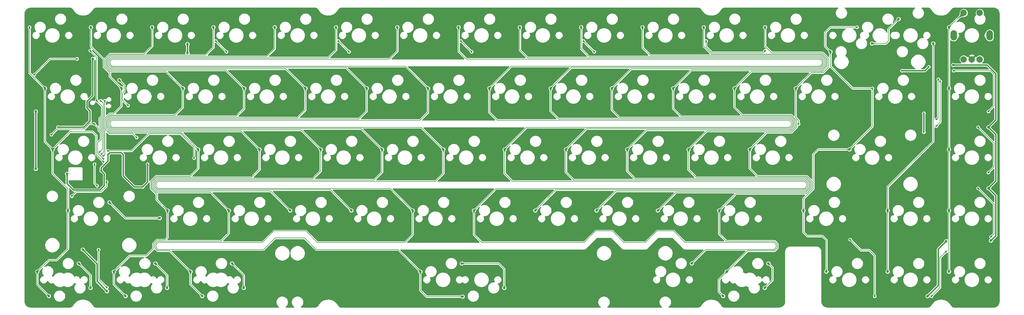
<source format=gbr>
G04 #@! TF.GenerationSoftware,KiCad,Pcbnew,(5.1.10)-1*
G04 #@! TF.CreationDate,2021-10-07T10:15:39+07:00*
G04 #@! TF.ProjectId,averange65,61766572-616e-4676-9536-352e6b696361,rev?*
G04 #@! TF.SameCoordinates,Original*
G04 #@! TF.FileFunction,Copper,L1,Top*
G04 #@! TF.FilePolarity,Positive*
%FSLAX46Y46*%
G04 Gerber Fmt 4.6, Leading zero omitted, Abs format (unit mm)*
G04 Created by KiCad (PCBNEW (5.1.10)-1) date 2021-10-07 10:15:39*
%MOMM*%
%LPD*%
G01*
G04 APERTURE LIST*
G04 #@! TA.AperFunction,ComponentPad*
%ADD10C,2.000000*%
G04 #@! TD*
G04 #@! TA.AperFunction,ComponentPad*
%ADD11O,2.000000X3.200000*%
G04 #@! TD*
G04 #@! TA.AperFunction,ViaPad*
%ADD12C,0.600000*%
G04 #@! TD*
G04 #@! TA.AperFunction,ViaPad*
%ADD13C,0.800000*%
G04 #@! TD*
G04 #@! TA.AperFunction,Conductor*
%ADD14C,0.400000*%
G04 #@! TD*
G04 #@! TA.AperFunction,Conductor*
%ADD15C,0.200000*%
G04 #@! TD*
G04 #@! TA.AperFunction,Conductor*
%ADD16C,0.025400*%
G04 #@! TD*
G04 #@! TA.AperFunction,Conductor*
%ADD17C,0.100000*%
G04 #@! TD*
G04 #@! TA.AperFunction,Conductor*
%ADD18C,0.254000*%
G04 #@! TD*
G04 APERTURE END LIST*
D10*
X292616250Y-55442500D03*
X295116250Y-55442500D03*
X297616250Y-55442500D03*
D11*
X289516250Y-47942500D03*
X300716250Y-47942500D03*
D10*
X292616250Y-40942500D03*
X297616250Y-40942500D03*
D12*
X25495250Y-94805500D03*
X38957250Y-88074500D03*
X37433250Y-95186500D03*
X21050250Y-74612500D03*
D13*
X301070122Y-111938767D03*
X287148987Y-112124709D03*
X281356016Y-129271617D03*
X300288866Y-95636376D03*
X300288866Y-76586328D03*
X289344669Y-57169879D03*
X51335899Y-50678703D03*
D12*
X11157090Y-76530340D03*
X24546769Y-90205420D03*
X26630368Y-85149637D03*
D13*
X13915030Y-91122608D03*
X18822542Y-114729395D03*
X26332711Y-127714588D03*
X51335899Y-53467469D03*
X4194520Y-71686600D03*
X4194520Y-89546050D03*
D12*
X273388021Y-58955821D03*
X281722425Y-57765193D03*
X280234132Y-72236328D03*
X280234132Y-78119927D03*
D13*
X21936764Y-55272466D03*
D12*
X99853990Y-110748139D03*
X166529158Y-110748139D03*
X5683250Y-97218500D03*
X247492410Y-41394275D03*
D13*
X20034250Y-117348000D03*
D12*
X64730464Y-86042608D03*
X58777324Y-86042608D03*
X11449861Y-79494154D03*
X15021745Y-80684782D03*
X20677228Y-83363695D03*
X33178822Y-108962197D03*
X38238991Y-113129395D03*
X28416310Y-115212994D03*
X39727276Y-86042608D03*
X45680416Y-86042608D03*
X77827372Y-86042608D03*
X83780512Y-86042608D03*
X34369450Y-80684782D03*
X36750706Y-80089468D03*
X22463170Y-77112898D03*
X96877420Y-86042608D03*
X102830560Y-86042608D03*
X115927468Y-86042608D03*
X121880608Y-86042608D03*
X140930656Y-86042608D03*
X134977516Y-86042608D03*
X154027564Y-86042608D03*
X159980704Y-86042608D03*
X173077612Y-86042608D03*
X179030752Y-86042608D03*
X192127660Y-86042608D03*
X198080800Y-86042608D03*
X211177708Y-86042608D03*
X217130848Y-86042608D03*
X230227756Y-86042608D03*
X236180896Y-86042608D03*
X49252300Y-105092656D03*
X55205440Y-105092656D03*
X93305536Y-105092656D03*
X106402444Y-105092656D03*
X112355584Y-105092656D03*
X125452492Y-105092656D03*
X131405632Y-105092656D03*
X144502540Y-105092656D03*
X150455680Y-105092656D03*
X163552588Y-105092656D03*
X87352396Y-105092656D03*
X74255488Y-105092656D03*
X169505728Y-105092656D03*
X68302348Y-105092656D03*
X182602636Y-105092656D03*
X188555776Y-105092656D03*
X201652684Y-105092656D03*
X207605824Y-105092656D03*
X34964764Y-66992560D03*
X40917904Y-66992560D03*
X54014812Y-66992560D03*
X59967952Y-66992560D03*
X73064860Y-66992560D03*
X79018000Y-66992560D03*
X92114908Y-66992560D03*
X98068048Y-66992560D03*
X111164956Y-66992560D03*
X117118096Y-66992560D03*
X130215004Y-66992560D03*
X136168144Y-66992560D03*
X149265052Y-66992560D03*
X155218192Y-66992560D03*
X168315100Y-66992560D03*
X174268240Y-66992560D03*
X187365148Y-66992560D03*
X193318288Y-66992560D03*
X206415196Y-66992560D03*
X212368336Y-66992560D03*
X225465244Y-66992560D03*
X235585582Y-66992560D03*
X237966838Y-51812053D03*
X20974885Y-70266787D03*
X23356141Y-71755072D03*
X25439740Y-64015990D03*
X25439740Y-60146449D03*
X29011624Y-66992560D03*
D13*
X272383250Y-42862500D03*
X264101250Y-50482500D03*
D12*
X22320250Y-75496500D03*
X25255347Y-86453529D03*
X9068605Y-78898840D03*
X26195250Y-93617920D03*
X15396250Y-98107500D03*
D13*
X30182361Y-61912500D03*
D12*
X32881165Y-69828762D03*
X26630368Y-83959009D03*
X53419375Y-86178442D03*
D13*
X27114542Y-100012500D03*
X42703846Y-104930941D03*
D12*
X25276767Y-87367920D03*
D13*
X4662670Y-121603060D03*
X8286758Y-129222568D03*
X7043786Y-64452500D03*
X9425038Y-83502500D03*
X14187542Y-102552500D03*
D12*
X2281250Y-45402500D03*
X24616149Y-84965801D03*
X24388025Y-68318130D03*
D13*
X21331250Y-45402500D03*
X30856306Y-64452500D03*
D12*
X35560078Y-79805902D03*
D13*
X40381250Y-45402500D03*
X49906322Y-64452500D03*
X54668826Y-83502500D03*
X45143818Y-102552500D03*
X32099530Y-129222568D03*
X28475270Y-121602568D03*
X64193834Y-102552500D03*
X59431250Y-45402500D03*
X68956338Y-64452500D03*
X73718842Y-83502500D03*
X52287870Y-121603060D03*
X55912130Y-129223060D03*
X78481250Y-45402500D03*
X88006354Y-64452500D03*
X92768858Y-83502500D03*
X83243850Y-102552500D03*
X102293866Y-102552500D03*
X97531182Y-45402496D03*
X107056370Y-64452500D03*
X111818874Y-83502500D03*
X121343882Y-102552500D03*
X116581282Y-45402500D03*
X126106386Y-64452500D03*
X130868890Y-83502500D03*
X123725670Y-121603060D03*
X136874970Y-129387500D03*
X140393898Y-102552500D03*
X149918906Y-83502500D03*
X135631182Y-45402496D03*
X145156402Y-64452500D03*
X208090470Y-119063060D03*
X17589670Y-119063060D03*
X21213758Y-126682568D03*
X45026530Y-126682568D03*
X41402270Y-119062568D03*
X65214870Y-119063060D03*
X68839130Y-126683060D03*
X230764810Y-126683060D03*
X231903070Y-119063060D03*
D12*
X24006549Y-84356201D03*
X23118025Y-68318130D03*
X21136600Y-52705024D03*
X3715465Y-60208706D03*
X17036764Y-55272466D03*
X63491416Y-53071651D03*
X60148413Y-49728454D03*
X101591220Y-53071425D03*
X98248281Y-49728228D03*
X139691736Y-53071651D03*
X136348733Y-49728454D03*
X174448473Y-49728228D03*
X177791896Y-53071651D03*
X212548569Y-49728228D03*
X230866950Y-52781200D03*
X300288866Y-71686328D03*
X289461499Y-58955821D03*
X297088866Y-76586328D03*
X300288866Y-90736376D03*
X301070122Y-110748139D03*
X297088866Y-95636376D03*
X23722542Y-114729395D03*
X26301171Y-126555500D03*
X264941910Y-129271617D03*
X257314543Y-111641110D03*
X287133865Y-115324709D03*
X282615388Y-129272646D03*
X285298987Y-62234734D03*
X284103673Y-76219923D03*
X284698987Y-61634734D03*
X284103673Y-74136328D03*
X22463170Y-88126207D03*
X23264597Y-94838023D03*
D13*
X136652670Y-119063060D03*
X149801970Y-126683060D03*
X159443914Y-102552500D03*
X154681182Y-45402496D03*
X164206418Y-64452500D03*
X168968922Y-83502500D03*
X178493930Y-102552500D03*
X173731182Y-45402496D03*
X183256434Y-64452500D03*
X188018938Y-83502500D03*
X197543946Y-102552500D03*
X192781250Y-45402500D03*
X202306450Y-64452500D03*
X207068954Y-83502500D03*
X211831250Y-45402500D03*
X221356466Y-64452500D03*
X226118970Y-83502500D03*
X216593962Y-102552500D03*
X218976070Y-121603060D03*
X217837810Y-129223060D03*
X240406482Y-64452500D03*
X230881142Y-45402488D03*
D12*
X241275114Y-75624613D03*
D13*
X251174250Y-53022500D03*
X249932450Y-121603060D03*
X242787734Y-102552500D03*
D12*
X259456250Y-45402500D03*
X264219002Y-64452500D03*
D13*
X257075246Y-83502500D03*
X268982530Y-121603060D03*
X268981506Y-102552500D03*
X283151250Y-50482500D03*
X288031522Y-102552500D03*
X288032610Y-121603060D03*
X288031522Y-64452500D03*
X288031250Y-45402500D03*
X288031522Y-83502500D03*
D12*
X25221488Y-85571141D03*
X25658025Y-68318130D03*
D14*
X38957250Y-93662500D02*
X37433250Y-95186500D01*
X38957250Y-88074500D02*
X38957250Y-93662500D01*
X19132410Y-76530340D02*
X21050250Y-74612500D01*
X287148987Y-112124709D02*
X284698987Y-114574709D01*
X284698987Y-114574709D02*
X284698987Y-125928646D01*
X284698987Y-125928646D02*
X281356016Y-129271617D01*
X281356016Y-129271617D02*
X281356016Y-129271617D01*
X11157090Y-76530340D02*
X19132410Y-76530340D01*
X25495250Y-91153901D02*
X24546769Y-90205420D01*
X25495250Y-94805500D02*
X25495250Y-91153901D01*
X26630368Y-87141779D02*
X26630368Y-85149637D01*
X24546769Y-89225378D02*
X26630368Y-87141779D01*
X24546769Y-90205420D02*
X24546769Y-89225378D01*
X18822542Y-114729395D02*
X23222532Y-119129385D01*
X23222532Y-124604409D02*
X26332711Y-127714588D01*
X23222532Y-119129385D02*
X23222532Y-124604409D01*
X51335899Y-50678703D02*
X51335899Y-53467469D01*
X4194520Y-71686600D02*
X4194520Y-89546050D01*
X273388021Y-58955821D02*
X280531797Y-58955821D01*
X280531797Y-58955821D02*
X281722425Y-57765193D01*
X280234132Y-72236328D02*
X280234132Y-78119927D01*
X37433250Y-95186500D02*
X34881289Y-95186500D01*
X34881289Y-95186500D02*
X31392880Y-91698091D01*
X31392880Y-91698091D02*
X31392880Y-85149637D01*
X31392880Y-85149637D02*
X30797566Y-84554323D01*
X30797566Y-84554323D02*
X27225682Y-84554323D01*
X27225682Y-84554323D02*
X26630368Y-85149637D01*
X302558407Y-78855869D02*
X300288866Y-76586328D01*
X302558407Y-93366835D02*
X302558407Y-78855869D01*
X300288866Y-95636376D02*
X302558407Y-93366835D01*
X302558407Y-74316787D02*
X300288866Y-76586328D01*
X302558407Y-59848792D02*
X302558407Y-74316787D01*
X299879494Y-57169879D02*
X302558407Y-59848792D01*
X289344669Y-57169879D02*
X299879494Y-57169879D01*
X302558407Y-97905917D02*
X300288866Y-95636376D01*
X302558407Y-110450482D02*
X302558407Y-97905917D01*
X301070122Y-111938767D02*
X302558407Y-110450482D01*
X20081914Y-68480845D02*
X21936764Y-66625995D01*
X21936764Y-66625995D02*
X21936764Y-55272466D01*
X20081914Y-70564444D02*
X20081914Y-68480845D01*
X21050250Y-71532780D02*
X20081914Y-70564444D01*
X21050250Y-74612500D02*
X21050250Y-71532780D01*
X13915030Y-94163260D02*
X13915030Y-91122608D01*
X24137804Y-96162946D02*
X15914716Y-96162946D01*
X25495250Y-94805500D02*
X24137804Y-96162946D01*
X15914716Y-96162946D02*
X13915030Y-94163260D01*
D15*
X272383250Y-42862500D02*
X269220823Y-46024927D01*
X269220823Y-46024927D02*
X269220823Y-49728454D01*
X268466777Y-50482500D02*
X264101250Y-50482500D01*
X269220823Y-49728454D02*
X268466777Y-50482500D01*
X23406548Y-81476402D02*
X24537367Y-80345583D01*
X23406548Y-84604730D02*
X23406548Y-81476402D01*
X25255347Y-86453529D02*
X23406548Y-84604730D01*
X24537367Y-80345583D02*
X24537367Y-78307022D01*
X22320250Y-75496500D02*
X23707666Y-76883916D01*
X23707666Y-77477321D02*
X24537367Y-78307022D01*
X23707666Y-76883916D02*
X23707666Y-77477321D01*
X19239529Y-77130341D02*
X20873370Y-75496500D01*
X10837104Y-77130341D02*
X19239529Y-77130341D01*
X20873370Y-75496500D02*
X22320250Y-75496500D01*
X9068605Y-78898840D02*
X10837104Y-77130341D01*
X26195250Y-94993502D02*
X24525796Y-96662956D01*
X26195250Y-93617920D02*
X26195250Y-94993502D01*
X16840794Y-96662956D02*
X15396250Y-98107500D01*
X24525796Y-96662956D02*
X16840794Y-96662956D01*
X31690537Y-63420676D02*
X30182361Y-61912500D01*
X31690537Y-65504275D02*
X31690537Y-63420676D01*
X31256316Y-65938496D02*
X31690537Y-65504275D01*
X31256316Y-68203913D02*
X31256316Y-65938496D01*
X32881165Y-69828762D02*
X31256316Y-68203913D01*
X53419375Y-86178442D02*
X53419375Y-82818747D01*
X53419375Y-82818747D02*
X49218210Y-78617582D01*
X49218210Y-78617582D02*
X39413220Y-78617582D01*
X34071793Y-83959009D02*
X26630368Y-83959009D01*
X39413220Y-78617582D02*
X34071793Y-83959009D01*
X32032983Y-104930941D02*
X27114542Y-100012500D01*
X42703846Y-104930941D02*
X32032983Y-104930941D01*
X4662670Y-125598480D02*
X8286758Y-129222568D01*
X4662670Y-121603060D02*
X4662670Y-125598480D01*
X7043786Y-81121248D02*
X9425038Y-83502500D01*
X7043786Y-64452500D02*
X7043786Y-81121248D01*
X9425038Y-83502500D02*
X9425038Y-91028888D01*
X14187542Y-95791392D02*
X14187542Y-102552500D01*
X9425038Y-91028888D02*
X14187542Y-95791392D01*
X14187542Y-102552500D02*
X14187542Y-114520608D01*
X14187542Y-114520608D02*
X10699750Y-118008400D01*
X8257330Y-118008400D02*
X4662670Y-121603060D01*
X10699750Y-118008400D02*
X8257330Y-118008400D01*
X2281250Y-59689964D02*
X2281250Y-45402500D01*
X7043786Y-64452500D02*
X2281250Y-59689964D01*
X9425038Y-83502500D02*
X14921669Y-78005869D01*
X14921669Y-78005869D02*
X21867856Y-78005869D01*
X21867856Y-78005869D02*
X23006538Y-79144551D01*
X25276767Y-87367920D02*
X23006538Y-85097691D01*
X23006538Y-85097691D02*
X23006538Y-79144551D01*
X25258015Y-69188120D02*
X24388025Y-68318130D01*
X25258015Y-73127425D02*
X25258015Y-69188120D01*
X24507686Y-73877754D02*
X25258015Y-73127425D01*
X24507685Y-77145942D02*
X24507686Y-76814561D01*
X25337387Y-77975645D02*
X24507685Y-77145942D01*
X24507686Y-76814561D02*
X24507686Y-73877754D01*
X25337387Y-84244563D02*
X25337387Y-77975645D01*
X24616149Y-84965801D02*
X25337387Y-84244563D01*
X27225682Y-60821876D02*
X30856306Y-64452500D01*
X25307643Y-57743077D02*
X27225682Y-59661116D01*
X25307643Y-55383937D02*
X25307643Y-57743077D01*
X27225682Y-59661116D02*
X27225682Y-60821876D01*
X21331250Y-51407544D02*
X25307643Y-55383937D01*
X21331250Y-45402500D02*
X21331250Y-51407544D01*
X27110731Y-78617582D02*
X34385849Y-78617582D01*
X25307703Y-74209813D02*
X25307704Y-76814562D01*
X27100045Y-72417461D02*
X25307703Y-74209813D01*
X28416310Y-72417460D02*
X27100045Y-72417461D01*
X30856306Y-69977464D02*
X28416310Y-72417460D01*
X25307704Y-76814562D02*
X27110731Y-78617582D01*
X30856306Y-64452500D02*
X30856306Y-69977464D01*
X34385849Y-78631673D02*
X35560078Y-79805902D01*
X34385849Y-78617582D02*
X34385849Y-78631673D01*
X49906386Y-64452500D02*
X49906386Y-70377543D01*
X25707653Y-57577388D02*
X27297825Y-59167560D01*
X25707653Y-55325484D02*
X25707653Y-57577388D01*
X27265676Y-53767459D02*
X25707653Y-55325484D01*
X44621382Y-59167560D02*
X49906322Y-64452500D01*
X27297825Y-59167560D02*
X44621382Y-59167560D01*
X40381250Y-45402500D02*
X40381250Y-51327543D01*
X40381250Y-51327543D02*
X37941334Y-53767459D01*
X37941334Y-53767459D02*
X27265676Y-53767459D01*
X49906386Y-70377543D02*
X47466459Y-72817470D01*
X25707713Y-76648871D02*
X27276420Y-78217572D01*
X25707712Y-74375501D02*
X25707713Y-76648871D01*
X27265736Y-72817470D02*
X25707712Y-74375501D01*
X47466459Y-72817470D02*
X27265736Y-72817470D01*
X49383898Y-78217572D02*
X54668826Y-83502500D01*
X27276420Y-78217572D02*
X49383898Y-78217572D01*
X41810875Y-97492766D02*
X41810875Y-99219557D01*
X39995589Y-95677480D02*
X41810875Y-97492766D01*
X39995589Y-93425582D02*
X39995589Y-95677480D01*
X41553617Y-91867554D02*
X39995589Y-93425582D01*
X52228879Y-91867554D02*
X41553617Y-91867554D01*
X54668890Y-89427543D02*
X52228879Y-91867554D01*
X41810875Y-99219557D02*
X45143818Y-102552500D01*
X54668890Y-83502500D02*
X54668890Y-89427543D01*
X28475270Y-125598308D02*
X28475270Y-121602568D01*
X32099530Y-129222568D02*
X28475270Y-125598308D01*
X41884831Y-111717990D02*
X44412908Y-111717990D01*
X40795449Y-114417981D02*
X40795449Y-112807372D01*
X38512151Y-116701279D02*
X40795449Y-114417981D01*
X40795449Y-112807372D02*
X41884831Y-111717990D01*
X33376559Y-116701279D02*
X38512151Y-116701279D01*
X45143850Y-110987048D02*
X45143850Y-102552500D01*
X44412908Y-111717990D02*
X45143850Y-110987048D01*
X28475270Y-121602568D02*
X33376559Y-116701279D01*
X73718890Y-83502500D02*
X73718890Y-89827601D01*
X68956386Y-64452500D02*
X68956386Y-70777601D01*
X59431250Y-45402500D02*
X59431250Y-51727601D01*
X59431250Y-51727601D02*
X56991382Y-54167469D01*
X56991382Y-54167469D02*
X27431365Y-54167469D01*
X26107663Y-57411701D02*
X27463514Y-58767550D01*
X26107663Y-55491173D02*
X26107663Y-57411701D01*
X27431365Y-54167469D02*
X26107663Y-55491173D01*
X63271388Y-58767550D02*
X68956338Y-64452500D01*
X27463514Y-58767550D02*
X63271388Y-58767550D01*
X68956386Y-70777601D02*
X66516507Y-73217480D01*
X26107722Y-76483180D02*
X27442109Y-77817562D01*
X26107721Y-74541189D02*
X26107722Y-76483180D01*
X27431426Y-73217480D02*
X26107721Y-74541189D01*
X66516507Y-73217480D02*
X27431426Y-73217480D01*
X68033904Y-77817562D02*
X73718842Y-83502500D01*
X27442109Y-77817562D02*
X68033904Y-77817562D01*
X73718890Y-89827601D02*
X71278927Y-92267564D01*
X40395599Y-95511791D02*
X41751454Y-96867646D01*
X40395599Y-93591271D02*
X40395599Y-95511791D01*
X41719306Y-92267564D02*
X40395599Y-93591271D01*
X71278927Y-92267564D02*
X41719306Y-92267564D01*
X64193782Y-102552496D02*
X64193782Y-109677633D01*
X58508980Y-96867646D02*
X64193834Y-102552500D01*
X41751454Y-96867646D02*
X58508980Y-96867646D01*
X64193782Y-109677633D02*
X61753415Y-112118000D01*
X41195459Y-114252292D02*
X42061207Y-115118040D01*
X41195459Y-112973061D02*
X41195459Y-114252292D01*
X42050520Y-112118000D02*
X41195459Y-112973061D01*
X61753415Y-112118000D02*
X42050520Y-112118000D01*
X45802850Y-115118040D02*
X52287870Y-121603060D01*
X42061207Y-115118040D02*
X45802850Y-115118040D01*
X52287870Y-125598800D02*
X55912130Y-129223060D01*
X52287870Y-121603060D02*
X52287870Y-125598800D01*
X88006386Y-64452500D02*
X88006386Y-71177659D01*
X78481250Y-45402500D02*
X78481250Y-52127659D01*
X78481250Y-52127659D02*
X76041430Y-54567479D01*
X26507673Y-57246012D02*
X27629203Y-58367540D01*
X26507673Y-55656862D02*
X26507673Y-57246012D01*
X27597054Y-54567479D02*
X26507673Y-55656862D01*
X81921394Y-58367540D02*
X88006354Y-64452500D01*
X27629203Y-58367540D02*
X81921394Y-58367540D01*
X76041430Y-54567479D02*
X27597054Y-54567479D01*
X88006386Y-71177659D02*
X85566555Y-73617490D01*
X26507731Y-76317489D02*
X27607798Y-77417552D01*
X26507730Y-74706877D02*
X26507731Y-76317489D01*
X27597115Y-73617490D02*
X26507730Y-74706877D01*
X85566555Y-73617490D02*
X27597115Y-73617490D01*
X86683910Y-77417552D02*
X92768858Y-83502500D01*
X27607798Y-77417552D02*
X86683910Y-77417552D01*
X41917143Y-96467636D02*
X77158986Y-96467636D01*
X77158986Y-96467636D02*
X83243850Y-102552500D01*
X92768890Y-83502500D02*
X92768890Y-90227659D01*
X41884995Y-92667574D02*
X40795609Y-93756960D01*
X40795609Y-95346102D02*
X41917143Y-96467636D01*
X40795609Y-93756960D02*
X40795609Y-95346102D01*
X92768890Y-90227659D02*
X90328975Y-92667574D01*
X90328975Y-92667574D02*
X41884995Y-92667574D01*
X111818822Y-83502496D02*
X111818822Y-90627633D01*
X107056318Y-64452496D02*
X107056318Y-71577633D01*
X97531182Y-45402496D02*
X97531182Y-52527633D01*
X97531182Y-52527633D02*
X95091326Y-54967489D01*
X95091326Y-54967489D02*
X27762743Y-54967489D01*
X26907681Y-57080321D02*
X27794892Y-57967530D01*
X26907681Y-55822552D02*
X26907681Y-57080321D01*
X27762743Y-54967489D02*
X26907681Y-55822552D01*
X100571400Y-57967530D02*
X107056370Y-64452500D01*
X27794892Y-57967530D02*
X100571400Y-57967530D01*
X107056318Y-71577633D02*
X104616451Y-74017500D01*
X26907740Y-76151798D02*
X27773487Y-77017542D01*
X26907739Y-74872565D02*
X26907740Y-76151798D01*
X27762804Y-74017500D02*
X26907739Y-74872565D01*
X104616451Y-74017500D02*
X27762804Y-74017500D01*
X105333916Y-77017542D02*
X111818874Y-83502500D01*
X27773487Y-77017542D02*
X105333916Y-77017542D01*
X111818822Y-90627633D02*
X109378871Y-93067584D01*
X41195619Y-95180413D02*
X42082832Y-96067626D01*
X41195619Y-93922649D02*
X41195619Y-95180413D01*
X42050684Y-93067584D02*
X41195619Y-93922649D01*
X109378871Y-93067584D02*
X42050684Y-93067584D01*
X95808992Y-96067626D02*
X102293866Y-102552500D01*
X42082832Y-96067626D02*
X95808992Y-96067626D01*
X126106418Y-64452500D02*
X126106418Y-71977558D01*
X116581282Y-45402500D02*
X116581282Y-52927558D01*
X116581282Y-52927558D02*
X114141341Y-55367499D01*
X27307689Y-56914630D02*
X27960581Y-57567520D01*
X27307689Y-55988242D02*
X27307689Y-56914630D01*
X27928432Y-55367499D02*
X27307689Y-55988242D01*
X114141341Y-55367499D02*
X27928432Y-55367499D01*
X119221406Y-57567520D02*
X126106386Y-64452500D01*
X27960581Y-57567520D02*
X119221406Y-57567520D01*
X126106418Y-71977558D02*
X123666466Y-74417510D01*
X27307749Y-75986107D02*
X27939176Y-76617532D01*
X27307749Y-75038254D02*
X27307749Y-75986107D01*
X27928493Y-74417510D02*
X27307749Y-75038254D01*
X123666466Y-74417510D02*
X27928493Y-74417510D01*
X123983922Y-76617532D02*
X130868890Y-83502500D01*
X27939176Y-76617532D02*
X123983922Y-76617532D01*
X42248521Y-95667616D02*
X114458998Y-95667616D01*
X41595629Y-95014726D02*
X42248521Y-95667616D01*
X41595629Y-94088338D02*
X41595629Y-95014726D01*
X128445501Y-93467594D02*
X42216373Y-93467594D01*
X42216373Y-93467594D02*
X41595629Y-94088338D01*
X130868922Y-91044173D02*
X128445501Y-93467594D01*
X114458998Y-95667616D02*
X121343882Y-102552500D01*
X130868922Y-83502500D02*
X130868922Y-91044173D01*
X125637119Y-129387500D02*
X136874970Y-129387500D01*
X123725670Y-127476051D02*
X125637119Y-129387500D01*
X123725670Y-121603060D02*
X123725670Y-127476051D01*
X116840636Y-114718026D02*
X123725670Y-121603060D01*
X91312764Y-114718026D02*
X116840636Y-114718026D01*
X87740880Y-111146140D02*
X91312764Y-114718026D01*
X121343914Y-102552500D02*
X121343914Y-110094173D01*
X41595469Y-113138750D02*
X41595469Y-114086603D01*
X118920074Y-112518013D02*
X91726993Y-112518013D01*
X91726993Y-112518013D02*
X88155100Y-108946120D01*
X88155100Y-108946120D02*
X78215840Y-108946120D01*
X121343914Y-110094173D02*
X118920074Y-112518013D01*
X74643950Y-112518010D02*
X42216209Y-112518010D01*
X75058170Y-114718030D02*
X78630060Y-111146140D01*
X42216209Y-112518010D02*
X41595469Y-113138750D01*
X78215840Y-108946120D02*
X74643950Y-112518010D01*
X42226896Y-114718030D02*
X75058170Y-114718030D01*
X41595469Y-114086603D02*
X42226896Y-114718030D01*
X78630060Y-111146140D02*
X87740880Y-111146140D01*
X247979274Y-55367492D02*
X138071216Y-55367492D01*
X248600014Y-56936083D02*
X248600014Y-55988230D01*
X138071216Y-55367492D02*
X135631282Y-52927558D01*
X247968585Y-57567512D02*
X248600014Y-56936083D01*
X152041390Y-57567512D02*
X247968585Y-57567512D01*
X135631282Y-52927558D02*
X135631282Y-45402500D01*
X145156402Y-64452500D02*
X152041390Y-57567512D01*
X145156418Y-71977558D02*
X145156418Y-64452500D01*
X147596364Y-74417504D02*
X145156418Y-71977558D01*
X239075074Y-75070393D02*
X238422183Y-74417504D01*
X239075074Y-75986095D02*
X239075074Y-75070393D01*
X238443644Y-76617525D02*
X239075074Y-75986095D01*
X238422183Y-74417504D02*
X147596364Y-74417504D01*
X156803881Y-76617525D02*
X238443644Y-76617525D01*
X149918906Y-83502500D02*
X156803881Y-76617525D01*
X140393750Y-110094017D02*
X140393750Y-102552344D01*
X142817743Y-112518010D02*
X140393750Y-110094017D01*
X208090470Y-119063060D02*
X212435584Y-114717946D01*
X234312906Y-114086263D02*
X234312906Y-113138410D01*
X212435584Y-114717946D02*
X233681223Y-114717946D01*
X234312906Y-113138410D02*
X233692158Y-112517665D01*
X233681223Y-114717946D02*
X234312906Y-114086263D01*
X233692158Y-112517665D02*
X206027125Y-112517665D01*
X206027125Y-112517665D02*
X202455580Y-108946120D01*
X197278840Y-108946120D02*
X193706950Y-112518010D01*
X174656870Y-112518010D02*
X142817743Y-112518010D01*
X202455580Y-108946120D02*
X197278840Y-108946120D01*
X193706950Y-112518010D02*
X186977390Y-112518010D01*
X186977390Y-112518010D02*
X183405500Y-108946120D01*
X183405500Y-108946120D02*
X178228760Y-108946120D01*
X178228760Y-108946120D02*
X174656870Y-112518010D01*
X248600014Y-55988230D02*
X247979274Y-55367492D01*
X149918922Y-91027558D02*
X149918922Y-83502500D01*
X152358952Y-93467588D02*
X149918922Y-91027558D01*
X243217214Y-93467588D02*
X152358952Y-93467588D01*
X243837954Y-95015040D02*
X243837954Y-94088326D01*
X243185385Y-95667609D02*
X243837954Y-95015040D01*
X147278789Y-95667609D02*
X243185385Y-95667609D01*
X243837954Y-94088326D02*
X243217214Y-93467588D01*
X140393898Y-102552500D02*
X147278789Y-95667609D01*
X21213758Y-122687148D02*
X21213758Y-126682568D01*
X17589670Y-119063060D02*
X21213758Y-122687148D01*
X45026530Y-122686828D02*
X41402270Y-119062568D01*
X45026530Y-126682568D02*
X45026530Y-122686828D01*
X68839130Y-122687320D02*
X68839130Y-126683060D01*
X65214870Y-119063060D02*
X68839130Y-122687320D01*
X233204326Y-120364316D02*
X231903070Y-119063060D01*
X233204326Y-124243544D02*
X233204326Y-120364316D01*
X230764810Y-126683060D02*
X233204326Y-124243544D01*
X24006549Y-84356201D02*
X24937377Y-83425373D01*
X24937377Y-78141333D02*
X24107676Y-77311629D01*
X24937377Y-83425373D02*
X24937377Y-78141333D01*
X24858005Y-70058110D02*
X23118025Y-68318130D01*
X24858005Y-70058110D02*
X24858005Y-72961737D01*
X24858005Y-72961737D02*
X24107676Y-73712065D01*
X24107676Y-73712065D02*
X24107676Y-77311629D01*
X23118025Y-54686449D02*
X21136600Y-52705024D01*
X23118025Y-68318130D02*
X23118025Y-54686449D01*
X8651705Y-55272466D02*
X17036764Y-55272466D01*
X3715465Y-60208706D02*
X8651705Y-55272466D01*
X60147993Y-49728228D02*
X63491416Y-53071651D01*
X98247797Y-49728002D02*
X101591220Y-53071425D01*
X136348313Y-49728228D02*
X139691736Y-53071651D01*
X174448473Y-49728228D02*
X177791896Y-53071651D01*
X212548569Y-49728228D02*
X212548569Y-51479164D01*
X212548569Y-51479164D02*
X214436847Y-53367442D01*
X230280708Y-53367442D02*
X230866950Y-52781200D01*
X214436847Y-53367442D02*
X230280708Y-53367442D01*
X300288866Y-71686328D02*
X302058396Y-69916798D01*
X302058396Y-69916798D02*
X302058396Y-60055903D01*
X302058396Y-60055903D02*
X300958314Y-58955821D01*
X300958314Y-58955821D02*
X289461499Y-58955821D01*
X297088866Y-76586328D02*
X302058396Y-81555858D01*
X302058396Y-81555858D02*
X302058396Y-88966846D01*
X302058396Y-88966846D02*
X300288866Y-90736376D01*
X301070122Y-110748139D02*
X302058396Y-109759865D01*
X302058396Y-109759865D02*
X302058396Y-100605906D01*
X302058396Y-100605906D02*
X297088866Y-95636376D01*
X23722542Y-123976871D02*
X26301171Y-126555500D01*
X23722542Y-114729395D02*
X23722542Y-123976871D01*
X264941910Y-129271617D02*
X264941910Y-116589564D01*
X264941910Y-116589564D02*
X263267683Y-114915337D01*
X260588770Y-114915337D02*
X257314543Y-111641110D01*
X263267683Y-114915337D02*
X260588770Y-114915337D01*
X285198997Y-126689037D02*
X282615388Y-129272646D01*
X285198997Y-117259577D02*
X285198997Y-126689037D01*
X287133865Y-115324709D02*
X285198997Y-117259577D01*
X282615388Y-129272646D02*
X282615388Y-129272646D01*
X285294301Y-62230048D02*
X285294301Y-75029295D01*
X285294301Y-75029295D02*
X284103673Y-76219923D01*
X284698987Y-73541014D02*
X284103673Y-74136328D01*
X284698987Y-61634734D02*
X284698987Y-73541014D01*
X284103673Y-74136328D02*
X284103673Y-74136328D01*
X22463170Y-94036596D02*
X23264597Y-94838023D01*
X22463170Y-88126207D02*
X22463170Y-94036596D01*
X149801970Y-120810081D02*
X149801970Y-126683060D01*
X148054949Y-119063060D02*
X149801970Y-120810081D01*
X136652670Y-119063060D02*
X148054949Y-119063060D01*
X164206318Y-71577633D02*
X164206318Y-64452496D01*
X157121031Y-54967482D02*
X154681182Y-52527633D01*
X248144963Y-54967482D02*
X157121031Y-54967482D01*
X249000024Y-55822543D02*
X248144963Y-54967482D01*
X249000024Y-57101771D02*
X249000024Y-55822543D01*
X248134273Y-57967522D02*
X249000024Y-57101771D01*
X154681182Y-52527633D02*
X154681182Y-45402496D01*
X170691396Y-57967522D02*
X248134273Y-57967522D01*
X164206418Y-64452500D02*
X170691396Y-57967522D01*
X164206318Y-71577633D02*
X166646179Y-74017494D01*
X239475084Y-76151784D02*
X238609333Y-77017535D01*
X239475084Y-74904704D02*
X239475084Y-76151784D01*
X238587873Y-74017495D02*
X239475084Y-74904704D01*
X166646179Y-74017494D02*
X238587873Y-74017495D01*
X175453887Y-77017535D02*
X168968922Y-83502500D01*
X238609333Y-77017535D02*
X175453887Y-77017535D01*
X168968822Y-90627633D02*
X168968822Y-83502496D01*
X171408767Y-93067578D02*
X168968822Y-90627633D01*
X244237964Y-93922637D02*
X243382903Y-93067578D01*
X243382903Y-93067578D02*
X171408767Y-93067578D01*
X244237964Y-95180729D02*
X244237964Y-93922637D01*
X243351074Y-96067619D02*
X244237964Y-95180729D01*
X165928795Y-96067619D02*
X243351074Y-96067619D01*
X159443914Y-102552500D02*
X165928795Y-96067619D01*
X183256830Y-71177671D02*
X183256830Y-64452512D01*
X173731694Y-52127671D02*
X173731694Y-45402512D01*
X248310652Y-54567472D02*
X176171495Y-54567472D01*
X249400034Y-55656854D02*
X248310652Y-54567472D01*
X249400034Y-57267460D02*
X249400034Y-55656854D01*
X248299962Y-58367532D02*
X249400034Y-57267460D01*
X176171495Y-54567472D02*
X173731694Y-52127671D01*
X189341402Y-58367532D02*
X248299962Y-58367532D01*
X183256434Y-64452500D02*
X189341402Y-58367532D01*
X183256830Y-71177671D02*
X185696644Y-73617485D01*
X239875094Y-74739015D02*
X239875094Y-76317473D01*
X239875094Y-76317473D02*
X238775022Y-77417545D01*
X238753563Y-73617486D02*
X239875094Y-74739015D01*
X185696644Y-73617485D02*
X238753563Y-73617486D01*
X194103893Y-77417545D02*
X188018938Y-83502500D01*
X238775022Y-77417545D02*
X194103893Y-77417545D01*
X188019334Y-90227671D02*
X188019334Y-83502512D01*
X243548593Y-92667569D02*
X190459231Y-92667568D01*
X190459231Y-92667568D02*
X188019334Y-90227671D01*
X244637974Y-93756948D02*
X243548593Y-92667569D01*
X244637974Y-95346418D02*
X244637974Y-93756948D01*
X243516763Y-96467629D02*
X244637974Y-95346418D01*
X184578801Y-96467629D02*
X243516763Y-96467629D01*
X178493930Y-102552500D02*
X184578801Y-96467629D01*
X202306386Y-64452500D02*
X202306386Y-70777601D01*
X192781250Y-45402500D02*
X192781250Y-51727601D01*
X202306450Y-64452500D02*
X207991408Y-58767542D01*
X249800044Y-55491165D02*
X248476341Y-54167462D01*
X249800044Y-57433149D02*
X249800044Y-55491165D01*
X248465651Y-58767542D02*
X249800044Y-57433149D01*
X207991408Y-58767542D02*
X248465651Y-58767542D01*
X195221111Y-54167462D02*
X192781250Y-51727601D01*
X248476341Y-54167462D02*
X195221111Y-54167462D01*
X202306386Y-70777601D02*
X204746261Y-73217476D01*
X240275104Y-76483162D02*
X238940711Y-77817555D01*
X240275104Y-74573326D02*
X240275104Y-76483162D01*
X238919253Y-73217477D02*
X240275104Y-74573326D01*
X204746261Y-73217476D02*
X238919253Y-73217477D01*
X212753899Y-77817555D02*
X207068954Y-83502500D01*
X238940711Y-77817555D02*
X212753899Y-77817555D01*
X207068890Y-89827601D02*
X207068890Y-83502500D01*
X243714283Y-92267560D02*
X209508848Y-92267559D01*
X245037984Y-93591259D02*
X243714283Y-92267560D01*
X245037984Y-95512107D02*
X245037984Y-93591259D01*
X243682452Y-96867639D02*
X245037984Y-95512107D01*
X209508848Y-92267559D02*
X207068890Y-89827601D01*
X203228807Y-96867639D02*
X243682452Y-96867639D01*
X197543946Y-102552500D02*
X203228807Y-96867639D01*
X221356386Y-64452500D02*
X221356386Y-70377543D01*
X211831250Y-45402500D02*
X211831250Y-51327543D01*
X211831250Y-51327543D02*
X214271159Y-53767452D01*
X250200054Y-57598838D02*
X248631340Y-59167552D01*
X250200054Y-55325476D02*
X250200054Y-57598838D01*
X248642030Y-53767452D02*
X250200054Y-55325476D01*
X214271159Y-53767452D02*
X248642030Y-53767452D01*
X226641414Y-59167552D02*
X221356466Y-64452500D01*
X248631340Y-59167552D02*
X226641414Y-59167552D01*
X221356386Y-70377543D02*
X223796310Y-72817467D01*
X240675114Y-76648851D02*
X239106400Y-78217565D01*
X240675114Y-74407637D02*
X240675114Y-76648851D01*
X239084943Y-72817469D02*
X240675114Y-74407637D01*
X223796310Y-72817467D02*
X239084943Y-72817469D01*
X231403905Y-78217565D02*
X226118970Y-83502500D01*
X239106400Y-78217565D02*
X231403905Y-78217565D01*
X225461174Y-115117956D02*
X218976070Y-121603060D01*
X234712916Y-114251952D02*
X233846912Y-115117956D01*
X233846912Y-115117956D02*
X225461174Y-115117956D01*
X234712916Y-112972721D02*
X234712916Y-114251952D01*
X218856369Y-112117655D02*
X233857847Y-112117655D01*
X233857847Y-112117655D02*
X234712916Y-112972721D01*
X216593882Y-109855168D02*
X218856369Y-112117655D01*
X216593882Y-102552500D02*
X216593882Y-109855168D01*
X216535534Y-127920784D02*
X217837810Y-129223060D01*
X216535534Y-124043596D02*
X216535534Y-127920784D01*
X218976070Y-121603060D02*
X216535534Y-124043596D01*
X228558898Y-91867551D02*
X226118890Y-89427543D01*
X243879971Y-91867551D02*
X228558898Y-91867551D01*
X245437994Y-93425574D02*
X243879971Y-91867551D01*
X245437994Y-95677796D02*
X245437994Y-93425574D01*
X243848141Y-97267649D02*
X245437994Y-95677796D01*
X226118890Y-89427543D02*
X226118890Y-83502500D01*
X221878813Y-97267649D02*
X243848141Y-97267649D01*
X216593962Y-102552500D02*
X221878813Y-97267649D01*
X230881142Y-45402488D02*
X230881142Y-45402488D01*
X240406482Y-64452500D02*
X245291420Y-59567562D01*
X248950407Y-59567562D02*
X250600064Y-57917905D01*
X245291420Y-59567562D02*
X248950407Y-59567562D01*
X250600064Y-55159787D02*
X248807719Y-53367442D01*
X250600064Y-57917905D02*
X250600064Y-55159787D01*
X230881142Y-45402488D02*
X230881142Y-51327531D01*
X232921053Y-53367442D02*
X230881142Y-51327531D01*
X248807719Y-53367442D02*
X232921053Y-53367442D01*
X241275114Y-74441939D02*
X241275114Y-75624613D01*
X240406482Y-73573307D02*
X241275114Y-74441939D01*
X240406482Y-64452500D02*
X240406482Y-73573307D01*
X243979310Y-110509814D02*
X242787734Y-109318238D01*
X248741822Y-110509814D02*
X243979310Y-110509814D01*
X242787734Y-109318238D02*
X242787734Y-102552500D01*
X249932450Y-111700442D02*
X248741822Y-110509814D01*
X249932450Y-121603060D02*
X249932450Y-111700442D01*
X251174250Y-53022500D02*
X249575461Y-51423711D01*
X249575461Y-51423711D02*
X249575461Y-47049541D01*
X251222502Y-45402500D02*
X259456250Y-45402500D01*
X249575461Y-47049541D02*
X251222502Y-45402500D01*
X264219002Y-76358744D02*
X257075246Y-83502500D01*
X264219002Y-64452500D02*
X264219002Y-76358744D01*
X251174250Y-53022500D02*
X251174250Y-57578040D01*
X251174250Y-57578040D02*
X258048710Y-64452500D01*
X258048710Y-64452500D02*
X264219002Y-64452500D01*
X247353057Y-83502500D02*
X257075246Y-83502500D01*
X245838004Y-85017553D02*
X247353057Y-83502500D01*
X245838004Y-95843485D02*
X245838004Y-85017553D01*
X242787734Y-98893755D02*
X245838004Y-95843485D01*
X242787734Y-102552500D02*
X242787734Y-98893755D01*
X268982530Y-102553524D02*
X268981506Y-102552500D01*
X268982530Y-121603060D02*
X268982530Y-102553524D01*
X268981506Y-102552500D02*
X268981506Y-95211635D01*
X283151250Y-81041891D02*
X283151250Y-50482500D01*
X268981506Y-95211635D02*
X283151250Y-81041891D01*
X288031522Y-83502500D02*
X288031522Y-102552500D01*
X288031522Y-121601972D02*
X288032610Y-121603060D01*
X288031522Y-102552500D02*
X288031522Y-121601972D01*
X288031522Y-83502500D02*
X288031522Y-64452500D01*
X288031522Y-45402772D02*
X288031250Y-45402500D01*
X288031522Y-64452500D02*
X288031522Y-45402772D01*
X288031250Y-45402500D02*
X292616250Y-40942500D01*
X24907695Y-76980253D02*
X24907695Y-76980250D01*
X24907695Y-76980253D02*
X24907694Y-74044125D01*
X25658025Y-73293794D02*
X25658025Y-68318130D01*
X24907694Y-74044125D02*
X25658025Y-73293794D01*
X25737397Y-77809955D02*
X24907695Y-76980253D01*
X25737397Y-85055232D02*
X25737397Y-77809955D01*
X25221488Y-85571141D02*
X25737397Y-85055232D01*
D16*
X37853703Y-95030944D02*
X37853584Y-95031063D01*
X37853568Y-95031080D01*
X37844793Y-95039902D01*
X37844776Y-95039919D01*
X37836309Y-95048464D01*
X37836290Y-95048483D01*
X37828131Y-95056752D01*
X37828111Y-95056773D01*
X37820261Y-95064765D01*
X37820240Y-95064786D01*
X37812698Y-95072501D01*
X37812675Y-95072524D01*
X37805441Y-95079962D01*
X37805416Y-95079988D01*
X37798490Y-95087149D01*
X37798463Y-95087177D01*
X37791845Y-95094062D01*
X37791815Y-95094093D01*
X37785506Y-95100701D01*
X37785475Y-95100734D01*
X37779474Y-95107065D01*
X37779439Y-95107102D01*
X37773746Y-95113156D01*
X37773707Y-95113197D01*
X37768323Y-95118974D01*
X37768281Y-95119020D01*
X37763204Y-95124521D01*
X37763157Y-95124572D01*
X37758389Y-95129796D01*
X37758336Y-95129854D01*
X37753876Y-95134801D01*
X37753818Y-95134867D01*
X37749666Y-95139537D01*
X37749598Y-95139613D01*
X37745755Y-95144006D01*
X37745679Y-95144095D01*
X37742144Y-95148212D01*
X37742056Y-95148314D01*
X37738829Y-95152154D01*
X37738728Y-95152277D01*
X37735809Y-95155840D01*
X37735690Y-95155987D01*
X37733079Y-95159273D01*
X37732934Y-95159459D01*
X37730632Y-95162469D01*
X37730462Y-95162697D01*
X37728468Y-95165429D01*
X37728256Y-95165728D01*
X37726570Y-95168184D01*
X37726306Y-95168584D01*
X37724928Y-95170763D01*
X37724589Y-95171331D01*
X37723702Y-95172911D01*
X37345163Y-95274587D01*
X37446840Y-94896047D01*
X37448418Y-94895160D01*
X37448986Y-94894821D01*
X37451165Y-94893443D01*
X37451565Y-94893179D01*
X37454021Y-94891493D01*
X37454320Y-94891281D01*
X37457052Y-94889287D01*
X37457280Y-94889117D01*
X37460290Y-94886815D01*
X37460476Y-94886670D01*
X37463762Y-94884059D01*
X37463908Y-94883941D01*
X37467471Y-94881023D01*
X37467596Y-94880919D01*
X37471436Y-94877691D01*
X37471537Y-94877605D01*
X37475654Y-94874070D01*
X37475743Y-94873994D01*
X37480136Y-94870151D01*
X37480212Y-94870083D01*
X37484882Y-94865931D01*
X37484948Y-94865873D01*
X37489895Y-94861413D01*
X37489953Y-94861360D01*
X37495177Y-94856592D01*
X37495228Y-94856545D01*
X37500729Y-94851468D01*
X37500775Y-94851426D01*
X37506552Y-94846042D01*
X37506593Y-94846003D01*
X37512647Y-94840310D01*
X37512684Y-94840275D01*
X37519015Y-94834274D01*
X37519048Y-94834243D01*
X37525656Y-94827934D01*
X37525687Y-94827904D01*
X37532572Y-94821286D01*
X37532600Y-94821259D01*
X37539761Y-94814333D01*
X37539787Y-94814308D01*
X37547225Y-94807074D01*
X37547248Y-94807051D01*
X37554963Y-94799509D01*
X37554984Y-94799488D01*
X37562976Y-94791638D01*
X37562997Y-94791618D01*
X37571266Y-94783459D01*
X37571285Y-94783440D01*
X37579830Y-94774973D01*
X37579847Y-94774956D01*
X37588669Y-94766181D01*
X37588685Y-94766166D01*
X37588805Y-94766046D01*
X37853703Y-95030944D01*
G04 #@! TA.AperFunction,Conductor*
D17*
G36*
X37853703Y-95030944D02*
G01*
X37853584Y-95031063D01*
X37853568Y-95031080D01*
X37844793Y-95039902D01*
X37844776Y-95039919D01*
X37836309Y-95048464D01*
X37836290Y-95048483D01*
X37828131Y-95056752D01*
X37828111Y-95056773D01*
X37820261Y-95064765D01*
X37820240Y-95064786D01*
X37812698Y-95072501D01*
X37812675Y-95072524D01*
X37805441Y-95079962D01*
X37805416Y-95079988D01*
X37798490Y-95087149D01*
X37798463Y-95087177D01*
X37791845Y-95094062D01*
X37791815Y-95094093D01*
X37785506Y-95100701D01*
X37785475Y-95100734D01*
X37779474Y-95107065D01*
X37779439Y-95107102D01*
X37773746Y-95113156D01*
X37773707Y-95113197D01*
X37768323Y-95118974D01*
X37768281Y-95119020D01*
X37763204Y-95124521D01*
X37763157Y-95124572D01*
X37758389Y-95129796D01*
X37758336Y-95129854D01*
X37753876Y-95134801D01*
X37753818Y-95134867D01*
X37749666Y-95139537D01*
X37749598Y-95139613D01*
X37745755Y-95144006D01*
X37745679Y-95144095D01*
X37742144Y-95148212D01*
X37742056Y-95148314D01*
X37738829Y-95152154D01*
X37738728Y-95152277D01*
X37735809Y-95155840D01*
X37735690Y-95155987D01*
X37733079Y-95159273D01*
X37732934Y-95159459D01*
X37730632Y-95162469D01*
X37730462Y-95162697D01*
X37728468Y-95165429D01*
X37728256Y-95165728D01*
X37726570Y-95168184D01*
X37726306Y-95168584D01*
X37724928Y-95170763D01*
X37724589Y-95171331D01*
X37723702Y-95172911D01*
X37345163Y-95274587D01*
X37446840Y-94896047D01*
X37448418Y-94895160D01*
X37448986Y-94894821D01*
X37451165Y-94893443D01*
X37451565Y-94893179D01*
X37454021Y-94891493D01*
X37454320Y-94891281D01*
X37457052Y-94889287D01*
X37457280Y-94889117D01*
X37460290Y-94886815D01*
X37460476Y-94886670D01*
X37463762Y-94884059D01*
X37463908Y-94883941D01*
X37467471Y-94881023D01*
X37467596Y-94880919D01*
X37471436Y-94877691D01*
X37471537Y-94877605D01*
X37475654Y-94874070D01*
X37475743Y-94873994D01*
X37480136Y-94870151D01*
X37480212Y-94870083D01*
X37484882Y-94865931D01*
X37484948Y-94865873D01*
X37489895Y-94861413D01*
X37489953Y-94861360D01*
X37495177Y-94856592D01*
X37495228Y-94856545D01*
X37500729Y-94851468D01*
X37500775Y-94851426D01*
X37506552Y-94846042D01*
X37506593Y-94846003D01*
X37512647Y-94840310D01*
X37512684Y-94840275D01*
X37519015Y-94834274D01*
X37519048Y-94834243D01*
X37525656Y-94827934D01*
X37525687Y-94827904D01*
X37532572Y-94821286D01*
X37532600Y-94821259D01*
X37539761Y-94814333D01*
X37539787Y-94814308D01*
X37547225Y-94807074D01*
X37547248Y-94807051D01*
X37554963Y-94799509D01*
X37554984Y-94799488D01*
X37562976Y-94791638D01*
X37562997Y-94791618D01*
X37571266Y-94783459D01*
X37571285Y-94783440D01*
X37579830Y-94774973D01*
X37579847Y-94774956D01*
X37588669Y-94766181D01*
X37588685Y-94766166D01*
X37588805Y-94766046D01*
X37853703Y-95030944D01*
G37*
G04 #@! TD.AperFunction*
D16*
X39153021Y-88289488D02*
X39152531Y-88291238D01*
X39152370Y-88291877D01*
X39151804Y-88294392D01*
X39151708Y-88294856D01*
X39151163Y-88297784D01*
X39151101Y-88298149D01*
X39150579Y-88301492D01*
X39150538Y-88301775D01*
X39150038Y-88305531D01*
X39150010Y-88305761D01*
X39149532Y-88309931D01*
X39149511Y-88310120D01*
X39149055Y-88314703D01*
X39149040Y-88314864D01*
X39148607Y-88319861D01*
X39148596Y-88319995D01*
X39148185Y-88325406D01*
X39148177Y-88325522D01*
X39147788Y-88331346D01*
X39147782Y-88331446D01*
X39147415Y-88337684D01*
X39147410Y-88337774D01*
X39147066Y-88344426D01*
X39147062Y-88344502D01*
X39146739Y-88351567D01*
X39146736Y-88351638D01*
X39146436Y-88359118D01*
X39146434Y-88359182D01*
X39146157Y-88367074D01*
X39146155Y-88367128D01*
X39145899Y-88375435D01*
X39145898Y-88375487D01*
X39145665Y-88384207D01*
X39145663Y-88384253D01*
X39145452Y-88393387D01*
X39145451Y-88393429D01*
X39145262Y-88402976D01*
X39145262Y-88403014D01*
X39145095Y-88412975D01*
X39145094Y-88413012D01*
X39144950Y-88423387D01*
X39144950Y-88423418D01*
X39144827Y-88434207D01*
X39144827Y-88434239D01*
X39144727Y-88445441D01*
X39144726Y-88445470D01*
X39144649Y-88457086D01*
X39144649Y-88457111D01*
X39144593Y-88469140D01*
X39144593Y-88469165D01*
X39144560Y-88481609D01*
X39144560Y-88481800D01*
X38769939Y-88481800D01*
X38769939Y-88481609D01*
X38769906Y-88469165D01*
X38769906Y-88469140D01*
X38769850Y-88457111D01*
X38769850Y-88457086D01*
X38769773Y-88445470D01*
X38769772Y-88445441D01*
X38769672Y-88434239D01*
X38769672Y-88434207D01*
X38769549Y-88423418D01*
X38769549Y-88423387D01*
X38769405Y-88413012D01*
X38769404Y-88412975D01*
X38769237Y-88403014D01*
X38769237Y-88402976D01*
X38769048Y-88393429D01*
X38769047Y-88393387D01*
X38768836Y-88384253D01*
X38768834Y-88384207D01*
X38768601Y-88375487D01*
X38768600Y-88375435D01*
X38768344Y-88367128D01*
X38768342Y-88367074D01*
X38768065Y-88359182D01*
X38768063Y-88359118D01*
X38767763Y-88351638D01*
X38767760Y-88351567D01*
X38767437Y-88344502D01*
X38767433Y-88344426D01*
X38767089Y-88337774D01*
X38767084Y-88337684D01*
X38766717Y-88331446D01*
X38766711Y-88331346D01*
X38766322Y-88325522D01*
X38766314Y-88325406D01*
X38765903Y-88319995D01*
X38765892Y-88319861D01*
X38765459Y-88314864D01*
X38765444Y-88314703D01*
X38764988Y-88310120D01*
X38764967Y-88309931D01*
X38764489Y-88305761D01*
X38764461Y-88305531D01*
X38763961Y-88301775D01*
X38763920Y-88301492D01*
X38763398Y-88298149D01*
X38763336Y-88297784D01*
X38762791Y-88294856D01*
X38762695Y-88294392D01*
X38762129Y-88291877D01*
X38761968Y-88291238D01*
X38761478Y-88289489D01*
X38957250Y-87949926D01*
X39153021Y-88289488D01*
G04 #@! TA.AperFunction,Conductor*
D17*
G36*
X39153021Y-88289488D02*
G01*
X39152531Y-88291238D01*
X39152370Y-88291877D01*
X39151804Y-88294392D01*
X39151708Y-88294856D01*
X39151163Y-88297784D01*
X39151101Y-88298149D01*
X39150579Y-88301492D01*
X39150538Y-88301775D01*
X39150038Y-88305531D01*
X39150010Y-88305761D01*
X39149532Y-88309931D01*
X39149511Y-88310120D01*
X39149055Y-88314703D01*
X39149040Y-88314864D01*
X39148607Y-88319861D01*
X39148596Y-88319995D01*
X39148185Y-88325406D01*
X39148177Y-88325522D01*
X39147788Y-88331346D01*
X39147782Y-88331446D01*
X39147415Y-88337684D01*
X39147410Y-88337774D01*
X39147066Y-88344426D01*
X39147062Y-88344502D01*
X39146739Y-88351567D01*
X39146736Y-88351638D01*
X39146436Y-88359118D01*
X39146434Y-88359182D01*
X39146157Y-88367074D01*
X39146155Y-88367128D01*
X39145899Y-88375435D01*
X39145898Y-88375487D01*
X39145665Y-88384207D01*
X39145663Y-88384253D01*
X39145452Y-88393387D01*
X39145451Y-88393429D01*
X39145262Y-88402976D01*
X39145262Y-88403014D01*
X39145095Y-88412975D01*
X39145094Y-88413012D01*
X39144950Y-88423387D01*
X39144950Y-88423418D01*
X39144827Y-88434207D01*
X39144827Y-88434239D01*
X39144727Y-88445441D01*
X39144726Y-88445470D01*
X39144649Y-88457086D01*
X39144649Y-88457111D01*
X39144593Y-88469140D01*
X39144593Y-88469165D01*
X39144560Y-88481609D01*
X39144560Y-88481800D01*
X38769939Y-88481800D01*
X38769939Y-88481609D01*
X38769906Y-88469165D01*
X38769906Y-88469140D01*
X38769850Y-88457111D01*
X38769850Y-88457086D01*
X38769773Y-88445470D01*
X38769772Y-88445441D01*
X38769672Y-88434239D01*
X38769672Y-88434207D01*
X38769549Y-88423418D01*
X38769549Y-88423387D01*
X38769405Y-88413012D01*
X38769404Y-88412975D01*
X38769237Y-88403014D01*
X38769237Y-88402976D01*
X38769048Y-88393429D01*
X38769047Y-88393387D01*
X38768836Y-88384253D01*
X38768834Y-88384207D01*
X38768601Y-88375487D01*
X38768600Y-88375435D01*
X38768344Y-88367128D01*
X38768342Y-88367074D01*
X38768065Y-88359182D01*
X38768063Y-88359118D01*
X38767763Y-88351638D01*
X38767760Y-88351567D01*
X38767437Y-88344502D01*
X38767433Y-88344426D01*
X38767089Y-88337774D01*
X38767084Y-88337684D01*
X38766717Y-88331446D01*
X38766711Y-88331346D01*
X38766322Y-88325522D01*
X38766314Y-88325406D01*
X38765903Y-88319995D01*
X38765892Y-88319861D01*
X38765459Y-88314864D01*
X38765444Y-88314703D01*
X38764988Y-88310120D01*
X38764967Y-88309931D01*
X38764489Y-88305761D01*
X38764461Y-88305531D01*
X38763961Y-88301775D01*
X38763920Y-88301492D01*
X38763398Y-88298149D01*
X38763336Y-88297784D01*
X38762791Y-88294856D01*
X38762695Y-88294392D01*
X38762129Y-88291877D01*
X38761968Y-88291238D01*
X38761478Y-88289489D01*
X38957250Y-87949926D01*
X39153021Y-88289488D01*
G37*
G04 #@! TD.AperFunction*
D16*
X21036661Y-74902952D02*
X21035081Y-74903839D01*
X21034513Y-74904178D01*
X21032334Y-74905556D01*
X21031934Y-74905820D01*
X21029478Y-74907506D01*
X21029179Y-74907718D01*
X21026447Y-74909712D01*
X21026219Y-74909882D01*
X21023209Y-74912184D01*
X21023023Y-74912329D01*
X21019737Y-74914940D01*
X21019590Y-74915059D01*
X21016027Y-74917978D01*
X21015904Y-74918079D01*
X21012064Y-74921306D01*
X21011962Y-74921394D01*
X21007845Y-74924929D01*
X21007756Y-74925005D01*
X21003363Y-74928848D01*
X21003287Y-74928916D01*
X20998617Y-74933068D01*
X20998551Y-74933126D01*
X20993604Y-74937586D01*
X20993546Y-74937639D01*
X20988322Y-74942407D01*
X20988271Y-74942454D01*
X20982770Y-74947531D01*
X20982724Y-74947573D01*
X20976947Y-74952957D01*
X20976906Y-74952996D01*
X20970852Y-74958689D01*
X20970815Y-74958724D01*
X20964484Y-74964725D01*
X20964451Y-74964756D01*
X20957843Y-74971065D01*
X20957812Y-74971095D01*
X20950927Y-74977713D01*
X20950899Y-74977740D01*
X20943738Y-74984666D01*
X20943712Y-74984691D01*
X20936274Y-74991925D01*
X20936251Y-74991948D01*
X20928536Y-74999490D01*
X20928515Y-74999511D01*
X20920523Y-75007361D01*
X20920502Y-75007381D01*
X20912233Y-75015540D01*
X20912214Y-75015559D01*
X20903669Y-75024026D01*
X20903652Y-75024043D01*
X20894830Y-75032818D01*
X20894813Y-75032834D01*
X20894694Y-75032953D01*
X20629796Y-74768055D01*
X20629916Y-74767935D01*
X20629931Y-74767919D01*
X20638706Y-74759097D01*
X20638723Y-74759080D01*
X20647190Y-74750535D01*
X20647209Y-74750516D01*
X20655368Y-74742247D01*
X20655388Y-74742226D01*
X20663238Y-74734234D01*
X20663259Y-74734213D01*
X20670801Y-74726498D01*
X20670824Y-74726475D01*
X20678058Y-74719037D01*
X20678083Y-74719011D01*
X20685009Y-74711850D01*
X20685036Y-74711822D01*
X20691654Y-74704937D01*
X20691684Y-74704906D01*
X20697993Y-74698298D01*
X20698024Y-74698265D01*
X20704025Y-74691934D01*
X20704060Y-74691897D01*
X20709753Y-74685843D01*
X20709792Y-74685802D01*
X20715176Y-74680025D01*
X20715218Y-74679979D01*
X20720295Y-74674478D01*
X20720342Y-74674427D01*
X20725110Y-74669203D01*
X20725163Y-74669145D01*
X20729623Y-74664198D01*
X20729681Y-74664132D01*
X20733833Y-74659462D01*
X20733901Y-74659386D01*
X20737744Y-74654993D01*
X20737820Y-74654904D01*
X20741355Y-74650787D01*
X20741441Y-74650686D01*
X20744669Y-74646846D01*
X20744773Y-74646721D01*
X20747691Y-74643158D01*
X20747809Y-74643012D01*
X20750420Y-74639726D01*
X20750565Y-74639540D01*
X20752867Y-74636530D01*
X20753037Y-74636302D01*
X20755031Y-74633570D01*
X20755243Y-74633271D01*
X20756929Y-74630815D01*
X20757193Y-74630415D01*
X20758571Y-74628236D01*
X20758910Y-74627668D01*
X20759797Y-74626090D01*
X21138337Y-74524413D01*
X21036661Y-74902952D01*
G04 #@! TA.AperFunction,Conductor*
D17*
G36*
X21036661Y-74902952D02*
G01*
X21035081Y-74903839D01*
X21034513Y-74904178D01*
X21032334Y-74905556D01*
X21031934Y-74905820D01*
X21029478Y-74907506D01*
X21029179Y-74907718D01*
X21026447Y-74909712D01*
X21026219Y-74909882D01*
X21023209Y-74912184D01*
X21023023Y-74912329D01*
X21019737Y-74914940D01*
X21019590Y-74915059D01*
X21016027Y-74917978D01*
X21015904Y-74918079D01*
X21012064Y-74921306D01*
X21011962Y-74921394D01*
X21007845Y-74924929D01*
X21007756Y-74925005D01*
X21003363Y-74928848D01*
X21003287Y-74928916D01*
X20998617Y-74933068D01*
X20998551Y-74933126D01*
X20993604Y-74937586D01*
X20993546Y-74937639D01*
X20988322Y-74942407D01*
X20988271Y-74942454D01*
X20982770Y-74947531D01*
X20982724Y-74947573D01*
X20976947Y-74952957D01*
X20976906Y-74952996D01*
X20970852Y-74958689D01*
X20970815Y-74958724D01*
X20964484Y-74964725D01*
X20964451Y-74964756D01*
X20957843Y-74971065D01*
X20957812Y-74971095D01*
X20950927Y-74977713D01*
X20950899Y-74977740D01*
X20943738Y-74984666D01*
X20943712Y-74984691D01*
X20936274Y-74991925D01*
X20936251Y-74991948D01*
X20928536Y-74999490D01*
X20928515Y-74999511D01*
X20920523Y-75007361D01*
X20920502Y-75007381D01*
X20912233Y-75015540D01*
X20912214Y-75015559D01*
X20903669Y-75024026D01*
X20903652Y-75024043D01*
X20894830Y-75032818D01*
X20894813Y-75032834D01*
X20894694Y-75032953D01*
X20629796Y-74768055D01*
X20629916Y-74767935D01*
X20629931Y-74767919D01*
X20638706Y-74759097D01*
X20638723Y-74759080D01*
X20647190Y-74750535D01*
X20647209Y-74750516D01*
X20655368Y-74742247D01*
X20655388Y-74742226D01*
X20663238Y-74734234D01*
X20663259Y-74734213D01*
X20670801Y-74726498D01*
X20670824Y-74726475D01*
X20678058Y-74719037D01*
X20678083Y-74719011D01*
X20685009Y-74711850D01*
X20685036Y-74711822D01*
X20691654Y-74704937D01*
X20691684Y-74704906D01*
X20697993Y-74698298D01*
X20698024Y-74698265D01*
X20704025Y-74691934D01*
X20704060Y-74691897D01*
X20709753Y-74685843D01*
X20709792Y-74685802D01*
X20715176Y-74680025D01*
X20715218Y-74679979D01*
X20720295Y-74674478D01*
X20720342Y-74674427D01*
X20725110Y-74669203D01*
X20725163Y-74669145D01*
X20729623Y-74664198D01*
X20729681Y-74664132D01*
X20733833Y-74659462D01*
X20733901Y-74659386D01*
X20737744Y-74654993D01*
X20737820Y-74654904D01*
X20741355Y-74650787D01*
X20741441Y-74650686D01*
X20744669Y-74646846D01*
X20744773Y-74646721D01*
X20747691Y-74643158D01*
X20747809Y-74643012D01*
X20750420Y-74639726D01*
X20750565Y-74639540D01*
X20752867Y-74636530D01*
X20753037Y-74636302D01*
X20755031Y-74633570D01*
X20755243Y-74633271D01*
X20756929Y-74630815D01*
X20757193Y-74630415D01*
X20758571Y-74628236D01*
X20758910Y-74627668D01*
X20759797Y-74626090D01*
X21138337Y-74524413D01*
X21036661Y-74902952D01*
G37*
G04 #@! TD.AperFunction*
D16*
X287135200Y-112512170D02*
X287129277Y-112512476D01*
X287128769Y-112512512D01*
X287121154Y-112513213D01*
X287120658Y-112513269D01*
X287112984Y-112514281D01*
X287112504Y-112514354D01*
X287104771Y-112515676D01*
X287104308Y-112515764D01*
X287096516Y-112517396D01*
X287096068Y-112517498D01*
X287088217Y-112519441D01*
X287087789Y-112519555D01*
X287079879Y-112521808D01*
X287079470Y-112521932D01*
X287071501Y-112524495D01*
X287071108Y-112524628D01*
X287063080Y-112527502D01*
X287062708Y-112527642D01*
X287054622Y-112530826D01*
X287054269Y-112530971D01*
X287046123Y-112534465D01*
X287045786Y-112534616D01*
X287037581Y-112538421D01*
X287037263Y-112538574D01*
X287029000Y-112542689D01*
X287028698Y-112542844D01*
X287020376Y-112547270D01*
X287020092Y-112547426D01*
X287011710Y-112552162D01*
X287011440Y-112552319D01*
X287003000Y-112557365D01*
X287002746Y-112557521D01*
X286994246Y-112562878D01*
X286994005Y-112563033D01*
X286985447Y-112568700D01*
X286985221Y-112568854D01*
X286976604Y-112574831D01*
X286976389Y-112574983D01*
X286967713Y-112581271D01*
X286967511Y-112581420D01*
X286958776Y-112588018D01*
X286958586Y-112588165D01*
X286949792Y-112595073D01*
X286949611Y-112595217D01*
X286940758Y-112602436D01*
X286940588Y-112602578D01*
X286931676Y-112610107D01*
X286931515Y-112610245D01*
X286922544Y-112618085D01*
X286922392Y-112618220D01*
X286913362Y-112626370D01*
X286913218Y-112626502D01*
X286904130Y-112634962D01*
X286903994Y-112635091D01*
X286894846Y-112643862D01*
X286894716Y-112643988D01*
X286894490Y-112644211D01*
X286629484Y-112379205D01*
X286629708Y-112378978D01*
X286629833Y-112378849D01*
X286638604Y-112369701D01*
X286638733Y-112369565D01*
X286647193Y-112360477D01*
X286647325Y-112360333D01*
X286655475Y-112351303D01*
X286655610Y-112351151D01*
X286663450Y-112342180D01*
X286663588Y-112342019D01*
X286671117Y-112333107D01*
X286671259Y-112332937D01*
X286678478Y-112324084D01*
X286678622Y-112323903D01*
X286685530Y-112315109D01*
X286685677Y-112314919D01*
X286692275Y-112306184D01*
X286692424Y-112305982D01*
X286698712Y-112297306D01*
X286698864Y-112297091D01*
X286704841Y-112288474D01*
X286704995Y-112288248D01*
X286710662Y-112279690D01*
X286710817Y-112279449D01*
X286716174Y-112270949D01*
X286716330Y-112270695D01*
X286721376Y-112262255D01*
X286721533Y-112261986D01*
X286726269Y-112253605D01*
X286726425Y-112253320D01*
X286730851Y-112244997D01*
X286731006Y-112244695D01*
X286735121Y-112236432D01*
X286735274Y-112236114D01*
X286739079Y-112227909D01*
X286739230Y-112227572D01*
X286742724Y-112219426D01*
X286742869Y-112219073D01*
X286746053Y-112210987D01*
X286746193Y-112210615D01*
X286749067Y-112202587D01*
X286749200Y-112202194D01*
X286751763Y-112194225D01*
X286751887Y-112193816D01*
X286754140Y-112185906D01*
X286754254Y-112185478D01*
X286756197Y-112177627D01*
X286756299Y-112177179D01*
X286757931Y-112169387D01*
X286758019Y-112168924D01*
X286759341Y-112161191D01*
X286759414Y-112160711D01*
X286760426Y-112153037D01*
X286760482Y-112152541D01*
X286761183Y-112144926D01*
X286761219Y-112144418D01*
X286761525Y-112138497D01*
X287272429Y-112001267D01*
X287135200Y-112512170D01*
G04 #@! TA.AperFunction,Conductor*
D17*
G36*
X287135200Y-112512170D02*
G01*
X287129277Y-112512476D01*
X287128769Y-112512512D01*
X287121154Y-112513213D01*
X287120658Y-112513269D01*
X287112984Y-112514281D01*
X287112504Y-112514354D01*
X287104771Y-112515676D01*
X287104308Y-112515764D01*
X287096516Y-112517396D01*
X287096068Y-112517498D01*
X287088217Y-112519441D01*
X287087789Y-112519555D01*
X287079879Y-112521808D01*
X287079470Y-112521932D01*
X287071501Y-112524495D01*
X287071108Y-112524628D01*
X287063080Y-112527502D01*
X287062708Y-112527642D01*
X287054622Y-112530826D01*
X287054269Y-112530971D01*
X287046123Y-112534465D01*
X287045786Y-112534616D01*
X287037581Y-112538421D01*
X287037263Y-112538574D01*
X287029000Y-112542689D01*
X287028698Y-112542844D01*
X287020376Y-112547270D01*
X287020092Y-112547426D01*
X287011710Y-112552162D01*
X287011440Y-112552319D01*
X287003000Y-112557365D01*
X287002746Y-112557521D01*
X286994246Y-112562878D01*
X286994005Y-112563033D01*
X286985447Y-112568700D01*
X286985221Y-112568854D01*
X286976604Y-112574831D01*
X286976389Y-112574983D01*
X286967713Y-112581271D01*
X286967511Y-112581420D01*
X286958776Y-112588018D01*
X286958586Y-112588165D01*
X286949792Y-112595073D01*
X286949611Y-112595217D01*
X286940758Y-112602436D01*
X286940588Y-112602578D01*
X286931676Y-112610107D01*
X286931515Y-112610245D01*
X286922544Y-112618085D01*
X286922392Y-112618220D01*
X286913362Y-112626370D01*
X286913218Y-112626502D01*
X286904130Y-112634962D01*
X286903994Y-112635091D01*
X286894846Y-112643862D01*
X286894716Y-112643988D01*
X286894490Y-112644211D01*
X286629484Y-112379205D01*
X286629708Y-112378978D01*
X286629833Y-112378849D01*
X286638604Y-112369701D01*
X286638733Y-112369565D01*
X286647193Y-112360477D01*
X286647325Y-112360333D01*
X286655475Y-112351303D01*
X286655610Y-112351151D01*
X286663450Y-112342180D01*
X286663588Y-112342019D01*
X286671117Y-112333107D01*
X286671259Y-112332937D01*
X286678478Y-112324084D01*
X286678622Y-112323903D01*
X286685530Y-112315109D01*
X286685677Y-112314919D01*
X286692275Y-112306184D01*
X286692424Y-112305982D01*
X286698712Y-112297306D01*
X286698864Y-112297091D01*
X286704841Y-112288474D01*
X286704995Y-112288248D01*
X286710662Y-112279690D01*
X286710817Y-112279449D01*
X286716174Y-112270949D01*
X286716330Y-112270695D01*
X286721376Y-112262255D01*
X286721533Y-112261986D01*
X286726269Y-112253605D01*
X286726425Y-112253320D01*
X286730851Y-112244997D01*
X286731006Y-112244695D01*
X286735121Y-112236432D01*
X286735274Y-112236114D01*
X286739079Y-112227909D01*
X286739230Y-112227572D01*
X286742724Y-112219426D01*
X286742869Y-112219073D01*
X286746053Y-112210987D01*
X286746193Y-112210615D01*
X286749067Y-112202587D01*
X286749200Y-112202194D01*
X286751763Y-112194225D01*
X286751887Y-112193816D01*
X286754140Y-112185906D01*
X286754254Y-112185478D01*
X286756197Y-112177627D01*
X286756299Y-112177179D01*
X286757931Y-112169387D01*
X286758019Y-112168924D01*
X286759341Y-112161191D01*
X286759414Y-112160711D01*
X286760426Y-112153037D01*
X286760482Y-112152541D01*
X286761183Y-112144926D01*
X286761219Y-112144418D01*
X286761525Y-112138497D01*
X287272429Y-112001267D01*
X287135200Y-112512170D01*
G37*
G04 #@! TD.AperFunction*
D16*
X281875518Y-129017120D02*
X281875295Y-129017346D01*
X281875169Y-129017476D01*
X281866398Y-129026624D01*
X281866269Y-129026760D01*
X281857809Y-129035848D01*
X281857677Y-129035992D01*
X281849527Y-129045022D01*
X281849392Y-129045174D01*
X281841552Y-129054145D01*
X281841414Y-129054306D01*
X281833885Y-129063218D01*
X281833743Y-129063388D01*
X281826524Y-129072241D01*
X281826380Y-129072422D01*
X281819472Y-129081216D01*
X281819325Y-129081406D01*
X281812727Y-129090141D01*
X281812578Y-129090343D01*
X281806290Y-129099019D01*
X281806138Y-129099234D01*
X281800161Y-129107851D01*
X281800007Y-129108077D01*
X281794340Y-129116635D01*
X281794185Y-129116876D01*
X281788828Y-129125376D01*
X281788672Y-129125630D01*
X281783626Y-129134070D01*
X281783469Y-129134340D01*
X281778733Y-129142722D01*
X281778577Y-129143006D01*
X281774151Y-129151328D01*
X281773996Y-129151630D01*
X281769881Y-129159893D01*
X281769728Y-129160211D01*
X281765923Y-129168416D01*
X281765772Y-129168753D01*
X281762278Y-129176899D01*
X281762133Y-129177252D01*
X281758949Y-129185338D01*
X281758809Y-129185710D01*
X281755935Y-129193738D01*
X281755802Y-129194131D01*
X281753239Y-129202100D01*
X281753115Y-129202509D01*
X281750862Y-129210419D01*
X281750748Y-129210847D01*
X281748805Y-129218698D01*
X281748703Y-129219146D01*
X281747071Y-129226938D01*
X281746983Y-129227401D01*
X281745661Y-129235134D01*
X281745588Y-129235614D01*
X281744576Y-129243288D01*
X281744520Y-129243784D01*
X281743819Y-129251399D01*
X281743783Y-129251907D01*
X281743477Y-129257830D01*
X281232574Y-129395059D01*
X281369804Y-128884155D01*
X281375725Y-128883849D01*
X281376233Y-128883813D01*
X281383848Y-128883112D01*
X281384344Y-128883056D01*
X281392018Y-128882044D01*
X281392498Y-128881971D01*
X281400231Y-128880649D01*
X281400694Y-128880561D01*
X281408486Y-128878929D01*
X281408934Y-128878827D01*
X281416785Y-128876884D01*
X281417213Y-128876770D01*
X281425123Y-128874517D01*
X281425532Y-128874393D01*
X281433501Y-128871830D01*
X281433894Y-128871697D01*
X281441922Y-128868823D01*
X281442294Y-128868683D01*
X281450380Y-128865499D01*
X281450733Y-128865354D01*
X281458879Y-128861860D01*
X281459216Y-128861709D01*
X281467421Y-128857904D01*
X281467739Y-128857751D01*
X281476002Y-128853636D01*
X281476304Y-128853481D01*
X281484627Y-128849055D01*
X281484912Y-128848899D01*
X281493293Y-128844163D01*
X281493562Y-128844006D01*
X281502002Y-128838960D01*
X281502256Y-128838804D01*
X281510756Y-128833447D01*
X281510997Y-128833292D01*
X281519555Y-128827625D01*
X281519781Y-128827471D01*
X281528398Y-128821494D01*
X281528613Y-128821342D01*
X281537289Y-128815054D01*
X281537491Y-128814905D01*
X281546226Y-128808307D01*
X281546416Y-128808160D01*
X281555210Y-128801252D01*
X281555391Y-128801108D01*
X281564244Y-128793889D01*
X281564414Y-128793747D01*
X281573326Y-128786218D01*
X281573487Y-128786080D01*
X281582458Y-128778240D01*
X281582610Y-128778105D01*
X281591640Y-128769955D01*
X281591784Y-128769823D01*
X281600872Y-128761363D01*
X281601008Y-128761234D01*
X281610156Y-128752463D01*
X281610285Y-128752338D01*
X281610512Y-128752114D01*
X281875518Y-129017120D01*
G04 #@! TA.AperFunction,Conductor*
D17*
G36*
X281875518Y-129017120D02*
G01*
X281875295Y-129017346D01*
X281875169Y-129017476D01*
X281866398Y-129026624D01*
X281866269Y-129026760D01*
X281857809Y-129035848D01*
X281857677Y-129035992D01*
X281849527Y-129045022D01*
X281849392Y-129045174D01*
X281841552Y-129054145D01*
X281841414Y-129054306D01*
X281833885Y-129063218D01*
X281833743Y-129063388D01*
X281826524Y-129072241D01*
X281826380Y-129072422D01*
X281819472Y-129081216D01*
X281819325Y-129081406D01*
X281812727Y-129090141D01*
X281812578Y-129090343D01*
X281806290Y-129099019D01*
X281806138Y-129099234D01*
X281800161Y-129107851D01*
X281800007Y-129108077D01*
X281794340Y-129116635D01*
X281794185Y-129116876D01*
X281788828Y-129125376D01*
X281788672Y-129125630D01*
X281783626Y-129134070D01*
X281783469Y-129134340D01*
X281778733Y-129142722D01*
X281778577Y-129143006D01*
X281774151Y-129151328D01*
X281773996Y-129151630D01*
X281769881Y-129159893D01*
X281769728Y-129160211D01*
X281765923Y-129168416D01*
X281765772Y-129168753D01*
X281762278Y-129176899D01*
X281762133Y-129177252D01*
X281758949Y-129185338D01*
X281758809Y-129185710D01*
X281755935Y-129193738D01*
X281755802Y-129194131D01*
X281753239Y-129202100D01*
X281753115Y-129202509D01*
X281750862Y-129210419D01*
X281750748Y-129210847D01*
X281748805Y-129218698D01*
X281748703Y-129219146D01*
X281747071Y-129226938D01*
X281746983Y-129227401D01*
X281745661Y-129235134D01*
X281745588Y-129235614D01*
X281744576Y-129243288D01*
X281744520Y-129243784D01*
X281743819Y-129251399D01*
X281743783Y-129251907D01*
X281743477Y-129257830D01*
X281232574Y-129395059D01*
X281369804Y-128884155D01*
X281375725Y-128883849D01*
X281376233Y-128883813D01*
X281383848Y-128883112D01*
X281384344Y-128883056D01*
X281392018Y-128882044D01*
X281392498Y-128881971D01*
X281400231Y-128880649D01*
X281400694Y-128880561D01*
X281408486Y-128878929D01*
X281408934Y-128878827D01*
X281416785Y-128876884D01*
X281417213Y-128876770D01*
X281425123Y-128874517D01*
X281425532Y-128874393D01*
X281433501Y-128871830D01*
X281433894Y-128871697D01*
X281441922Y-128868823D01*
X281442294Y-128868683D01*
X281450380Y-128865499D01*
X281450733Y-128865354D01*
X281458879Y-128861860D01*
X281459216Y-128861709D01*
X281467421Y-128857904D01*
X281467739Y-128857751D01*
X281476002Y-128853636D01*
X281476304Y-128853481D01*
X281484627Y-128849055D01*
X281484912Y-128848899D01*
X281493293Y-128844163D01*
X281493562Y-128844006D01*
X281502002Y-128838960D01*
X281502256Y-128838804D01*
X281510756Y-128833447D01*
X281510997Y-128833292D01*
X281519555Y-128827625D01*
X281519781Y-128827471D01*
X281528398Y-128821494D01*
X281528613Y-128821342D01*
X281537289Y-128815054D01*
X281537491Y-128814905D01*
X281546226Y-128808307D01*
X281546416Y-128808160D01*
X281555210Y-128801252D01*
X281555391Y-128801108D01*
X281564244Y-128793889D01*
X281564414Y-128793747D01*
X281573326Y-128786218D01*
X281573487Y-128786080D01*
X281582458Y-128778240D01*
X281582610Y-128778105D01*
X281591640Y-128769955D01*
X281591784Y-128769823D01*
X281600872Y-128761363D01*
X281601008Y-128761234D01*
X281610156Y-128752463D01*
X281610285Y-128752338D01*
X281610512Y-128752114D01*
X281875518Y-129017120D01*
G37*
G04 #@! TD.AperFunction*
D16*
X11373828Y-76335058D02*
X11374467Y-76335219D01*
X11376982Y-76335785D01*
X11377446Y-76335881D01*
X11380374Y-76336426D01*
X11380739Y-76336488D01*
X11384082Y-76337010D01*
X11384365Y-76337051D01*
X11388121Y-76337551D01*
X11388351Y-76337579D01*
X11392521Y-76338057D01*
X11392710Y-76338078D01*
X11397293Y-76338534D01*
X11397454Y-76338549D01*
X11402451Y-76338982D01*
X11402585Y-76338993D01*
X11407996Y-76339404D01*
X11408112Y-76339412D01*
X11413936Y-76339801D01*
X11414036Y-76339807D01*
X11420274Y-76340174D01*
X11420364Y-76340179D01*
X11427016Y-76340523D01*
X11427092Y-76340527D01*
X11434157Y-76340850D01*
X11434228Y-76340853D01*
X11441708Y-76341153D01*
X11441772Y-76341155D01*
X11449664Y-76341432D01*
X11449718Y-76341434D01*
X11458025Y-76341690D01*
X11458077Y-76341691D01*
X11466797Y-76341924D01*
X11466843Y-76341926D01*
X11475977Y-76342137D01*
X11476019Y-76342138D01*
X11485566Y-76342327D01*
X11485604Y-76342327D01*
X11495565Y-76342494D01*
X11495602Y-76342495D01*
X11505977Y-76342639D01*
X11506008Y-76342639D01*
X11516797Y-76342762D01*
X11516829Y-76342762D01*
X11528031Y-76342862D01*
X11528060Y-76342863D01*
X11539676Y-76342940D01*
X11539701Y-76342940D01*
X11551730Y-76342996D01*
X11551755Y-76342996D01*
X11564199Y-76343029D01*
X11564390Y-76343029D01*
X11564390Y-76717650D01*
X11564199Y-76717650D01*
X11551755Y-76717683D01*
X11551730Y-76717683D01*
X11539701Y-76717739D01*
X11539676Y-76717739D01*
X11528060Y-76717816D01*
X11528031Y-76717817D01*
X11516829Y-76717917D01*
X11516797Y-76717917D01*
X11506008Y-76718040D01*
X11505977Y-76718040D01*
X11495602Y-76718184D01*
X11495565Y-76718185D01*
X11485604Y-76718352D01*
X11485566Y-76718352D01*
X11476019Y-76718541D01*
X11475977Y-76718542D01*
X11466843Y-76718753D01*
X11466797Y-76718755D01*
X11458077Y-76718988D01*
X11458025Y-76718989D01*
X11449718Y-76719245D01*
X11449664Y-76719247D01*
X11441772Y-76719524D01*
X11441708Y-76719526D01*
X11434228Y-76719826D01*
X11434157Y-76719829D01*
X11427092Y-76720152D01*
X11427016Y-76720156D01*
X11420364Y-76720500D01*
X11420274Y-76720505D01*
X11414036Y-76720872D01*
X11413936Y-76720878D01*
X11408112Y-76721267D01*
X11407996Y-76721275D01*
X11402585Y-76721686D01*
X11402451Y-76721697D01*
X11397454Y-76722130D01*
X11397293Y-76722145D01*
X11392710Y-76722601D01*
X11392521Y-76722622D01*
X11388351Y-76723100D01*
X11388121Y-76723128D01*
X11384365Y-76723628D01*
X11384082Y-76723669D01*
X11380739Y-76724191D01*
X11380374Y-76724253D01*
X11377446Y-76724798D01*
X11376982Y-76724894D01*
X11374467Y-76725460D01*
X11373828Y-76725621D01*
X11372078Y-76726111D01*
X11032516Y-76530340D01*
X11372079Y-76334568D01*
X11373828Y-76335058D01*
G04 #@! TA.AperFunction,Conductor*
D17*
G36*
X11373828Y-76335058D02*
G01*
X11374467Y-76335219D01*
X11376982Y-76335785D01*
X11377446Y-76335881D01*
X11380374Y-76336426D01*
X11380739Y-76336488D01*
X11384082Y-76337010D01*
X11384365Y-76337051D01*
X11388121Y-76337551D01*
X11388351Y-76337579D01*
X11392521Y-76338057D01*
X11392710Y-76338078D01*
X11397293Y-76338534D01*
X11397454Y-76338549D01*
X11402451Y-76338982D01*
X11402585Y-76338993D01*
X11407996Y-76339404D01*
X11408112Y-76339412D01*
X11413936Y-76339801D01*
X11414036Y-76339807D01*
X11420274Y-76340174D01*
X11420364Y-76340179D01*
X11427016Y-76340523D01*
X11427092Y-76340527D01*
X11434157Y-76340850D01*
X11434228Y-76340853D01*
X11441708Y-76341153D01*
X11441772Y-76341155D01*
X11449664Y-76341432D01*
X11449718Y-76341434D01*
X11458025Y-76341690D01*
X11458077Y-76341691D01*
X11466797Y-76341924D01*
X11466843Y-76341926D01*
X11475977Y-76342137D01*
X11476019Y-76342138D01*
X11485566Y-76342327D01*
X11485604Y-76342327D01*
X11495565Y-76342494D01*
X11495602Y-76342495D01*
X11505977Y-76342639D01*
X11506008Y-76342639D01*
X11516797Y-76342762D01*
X11516829Y-76342762D01*
X11528031Y-76342862D01*
X11528060Y-76342863D01*
X11539676Y-76342940D01*
X11539701Y-76342940D01*
X11551730Y-76342996D01*
X11551755Y-76342996D01*
X11564199Y-76343029D01*
X11564390Y-76343029D01*
X11564390Y-76717650D01*
X11564199Y-76717650D01*
X11551755Y-76717683D01*
X11551730Y-76717683D01*
X11539701Y-76717739D01*
X11539676Y-76717739D01*
X11528060Y-76717816D01*
X11528031Y-76717817D01*
X11516829Y-76717917D01*
X11516797Y-76717917D01*
X11506008Y-76718040D01*
X11505977Y-76718040D01*
X11495602Y-76718184D01*
X11495565Y-76718185D01*
X11485604Y-76718352D01*
X11485566Y-76718352D01*
X11476019Y-76718541D01*
X11475977Y-76718542D01*
X11466843Y-76718753D01*
X11466797Y-76718755D01*
X11458077Y-76718988D01*
X11458025Y-76718989D01*
X11449718Y-76719245D01*
X11449664Y-76719247D01*
X11441772Y-76719524D01*
X11441708Y-76719526D01*
X11434228Y-76719826D01*
X11434157Y-76719829D01*
X11427092Y-76720152D01*
X11427016Y-76720156D01*
X11420364Y-76720500D01*
X11420274Y-76720505D01*
X11414036Y-76720872D01*
X11413936Y-76720878D01*
X11408112Y-76721267D01*
X11407996Y-76721275D01*
X11402585Y-76721686D01*
X11402451Y-76721697D01*
X11397454Y-76722130D01*
X11397293Y-76722145D01*
X11392710Y-76722601D01*
X11392521Y-76722622D01*
X11388351Y-76723100D01*
X11388121Y-76723128D01*
X11384365Y-76723628D01*
X11384082Y-76723669D01*
X11380739Y-76724191D01*
X11380374Y-76724253D01*
X11377446Y-76724798D01*
X11376982Y-76724894D01*
X11374467Y-76725460D01*
X11373828Y-76725621D01*
X11372078Y-76726111D01*
X11032516Y-76530340D01*
X11372079Y-76334568D01*
X11373828Y-76335058D01*
G37*
G04 #@! TD.AperFunction*
D16*
X24837221Y-90219010D02*
X24838108Y-90220588D01*
X24838447Y-90221156D01*
X24839825Y-90223335D01*
X24840089Y-90223735D01*
X24841775Y-90226191D01*
X24841987Y-90226490D01*
X24843981Y-90229222D01*
X24844151Y-90229450D01*
X24846453Y-90232460D01*
X24846598Y-90232646D01*
X24849209Y-90235932D01*
X24849328Y-90236079D01*
X24852247Y-90239642D01*
X24852348Y-90239765D01*
X24855575Y-90243605D01*
X24855663Y-90243707D01*
X24859198Y-90247824D01*
X24859274Y-90247913D01*
X24863117Y-90252306D01*
X24863185Y-90252382D01*
X24867337Y-90257052D01*
X24867395Y-90257118D01*
X24871855Y-90262065D01*
X24871908Y-90262123D01*
X24876676Y-90267347D01*
X24876723Y-90267398D01*
X24881800Y-90272899D01*
X24881842Y-90272945D01*
X24887226Y-90278722D01*
X24887265Y-90278763D01*
X24892958Y-90284817D01*
X24892993Y-90284854D01*
X24898994Y-90291185D01*
X24899025Y-90291218D01*
X24905334Y-90297826D01*
X24905364Y-90297857D01*
X24911982Y-90304742D01*
X24912009Y-90304770D01*
X24918935Y-90311931D01*
X24918960Y-90311957D01*
X24926194Y-90319395D01*
X24926217Y-90319418D01*
X24933759Y-90327133D01*
X24933780Y-90327154D01*
X24941630Y-90335146D01*
X24941650Y-90335167D01*
X24949809Y-90343436D01*
X24949828Y-90343455D01*
X24958295Y-90352000D01*
X24958312Y-90352017D01*
X24967087Y-90360839D01*
X24967223Y-90360975D01*
X24702324Y-90625874D01*
X24702188Y-90625738D01*
X24693366Y-90616963D01*
X24693349Y-90616946D01*
X24684804Y-90608479D01*
X24684785Y-90608460D01*
X24676516Y-90600301D01*
X24676495Y-90600281D01*
X24668503Y-90592431D01*
X24668482Y-90592410D01*
X24660767Y-90584868D01*
X24660744Y-90584845D01*
X24653306Y-90577611D01*
X24653280Y-90577586D01*
X24646119Y-90570660D01*
X24646091Y-90570633D01*
X24639206Y-90564015D01*
X24639175Y-90563985D01*
X24632567Y-90557676D01*
X24632534Y-90557645D01*
X24626203Y-90551644D01*
X24626166Y-90551609D01*
X24620112Y-90545916D01*
X24620071Y-90545877D01*
X24614294Y-90540493D01*
X24614248Y-90540451D01*
X24608747Y-90535374D01*
X24608696Y-90535327D01*
X24603472Y-90530559D01*
X24603414Y-90530506D01*
X24598467Y-90526046D01*
X24598401Y-90525988D01*
X24593731Y-90521836D01*
X24593655Y-90521768D01*
X24589262Y-90517925D01*
X24589173Y-90517849D01*
X24585056Y-90514314D01*
X24584954Y-90514226D01*
X24581114Y-90510999D01*
X24580991Y-90510898D01*
X24577428Y-90507979D01*
X24577281Y-90507860D01*
X24573995Y-90505249D01*
X24573809Y-90505104D01*
X24570799Y-90502802D01*
X24570571Y-90502632D01*
X24567839Y-90500638D01*
X24567540Y-90500426D01*
X24565084Y-90498740D01*
X24564684Y-90498476D01*
X24562505Y-90497098D01*
X24561937Y-90496759D01*
X24560359Y-90495872D01*
X24458682Y-90117333D01*
X24837221Y-90219010D01*
G04 #@! TA.AperFunction,Conductor*
D17*
G36*
X24837221Y-90219010D02*
G01*
X24838108Y-90220588D01*
X24838447Y-90221156D01*
X24839825Y-90223335D01*
X24840089Y-90223735D01*
X24841775Y-90226191D01*
X24841987Y-90226490D01*
X24843981Y-90229222D01*
X24844151Y-90229450D01*
X24846453Y-90232460D01*
X24846598Y-90232646D01*
X24849209Y-90235932D01*
X24849328Y-90236079D01*
X24852247Y-90239642D01*
X24852348Y-90239765D01*
X24855575Y-90243605D01*
X24855663Y-90243707D01*
X24859198Y-90247824D01*
X24859274Y-90247913D01*
X24863117Y-90252306D01*
X24863185Y-90252382D01*
X24867337Y-90257052D01*
X24867395Y-90257118D01*
X24871855Y-90262065D01*
X24871908Y-90262123D01*
X24876676Y-90267347D01*
X24876723Y-90267398D01*
X24881800Y-90272899D01*
X24881842Y-90272945D01*
X24887226Y-90278722D01*
X24887265Y-90278763D01*
X24892958Y-90284817D01*
X24892993Y-90284854D01*
X24898994Y-90291185D01*
X24899025Y-90291218D01*
X24905334Y-90297826D01*
X24905364Y-90297857D01*
X24911982Y-90304742D01*
X24912009Y-90304770D01*
X24918935Y-90311931D01*
X24918960Y-90311957D01*
X24926194Y-90319395D01*
X24926217Y-90319418D01*
X24933759Y-90327133D01*
X24933780Y-90327154D01*
X24941630Y-90335146D01*
X24941650Y-90335167D01*
X24949809Y-90343436D01*
X24949828Y-90343455D01*
X24958295Y-90352000D01*
X24958312Y-90352017D01*
X24967087Y-90360839D01*
X24967223Y-90360975D01*
X24702324Y-90625874D01*
X24702188Y-90625738D01*
X24693366Y-90616963D01*
X24693349Y-90616946D01*
X24684804Y-90608479D01*
X24684785Y-90608460D01*
X24676516Y-90600301D01*
X24676495Y-90600281D01*
X24668503Y-90592431D01*
X24668482Y-90592410D01*
X24660767Y-90584868D01*
X24660744Y-90584845D01*
X24653306Y-90577611D01*
X24653280Y-90577586D01*
X24646119Y-90570660D01*
X24646091Y-90570633D01*
X24639206Y-90564015D01*
X24639175Y-90563985D01*
X24632567Y-90557676D01*
X24632534Y-90557645D01*
X24626203Y-90551644D01*
X24626166Y-90551609D01*
X24620112Y-90545916D01*
X24620071Y-90545877D01*
X24614294Y-90540493D01*
X24614248Y-90540451D01*
X24608747Y-90535374D01*
X24608696Y-90535327D01*
X24603472Y-90530559D01*
X24603414Y-90530506D01*
X24598467Y-90526046D01*
X24598401Y-90525988D01*
X24593731Y-90521836D01*
X24593655Y-90521768D01*
X24589262Y-90517925D01*
X24589173Y-90517849D01*
X24585056Y-90514314D01*
X24584954Y-90514226D01*
X24581114Y-90510999D01*
X24580991Y-90510898D01*
X24577428Y-90507979D01*
X24577281Y-90507860D01*
X24573995Y-90505249D01*
X24573809Y-90505104D01*
X24570799Y-90502802D01*
X24570571Y-90502632D01*
X24567839Y-90500638D01*
X24567540Y-90500426D01*
X24565084Y-90498740D01*
X24564684Y-90498476D01*
X24562505Y-90497098D01*
X24561937Y-90496759D01*
X24560359Y-90495872D01*
X24458682Y-90117333D01*
X24837221Y-90219010D01*
G37*
G04 #@! TD.AperFunction*
D16*
X25682560Y-94398390D02*
X25682593Y-94410834D01*
X25682593Y-94410859D01*
X25682649Y-94422888D01*
X25682649Y-94422913D01*
X25682726Y-94434529D01*
X25682727Y-94434558D01*
X25682827Y-94445760D01*
X25682827Y-94445792D01*
X25682950Y-94456581D01*
X25682950Y-94456612D01*
X25683094Y-94466987D01*
X25683095Y-94467024D01*
X25683262Y-94476985D01*
X25683262Y-94477023D01*
X25683451Y-94486570D01*
X25683452Y-94486612D01*
X25683663Y-94495746D01*
X25683665Y-94495792D01*
X25683898Y-94504512D01*
X25683899Y-94504564D01*
X25684155Y-94512871D01*
X25684157Y-94512925D01*
X25684434Y-94520817D01*
X25684436Y-94520881D01*
X25684736Y-94528361D01*
X25684739Y-94528432D01*
X25685062Y-94535497D01*
X25685066Y-94535573D01*
X25685410Y-94542225D01*
X25685415Y-94542315D01*
X25685782Y-94548553D01*
X25685788Y-94548653D01*
X25686177Y-94554477D01*
X25686185Y-94554593D01*
X25686596Y-94560004D01*
X25686607Y-94560138D01*
X25687040Y-94565135D01*
X25687055Y-94565296D01*
X25687511Y-94569879D01*
X25687532Y-94570068D01*
X25688010Y-94574238D01*
X25688038Y-94574468D01*
X25688538Y-94578224D01*
X25688579Y-94578507D01*
X25689101Y-94581850D01*
X25689163Y-94582215D01*
X25689708Y-94585143D01*
X25689804Y-94585607D01*
X25690370Y-94588122D01*
X25690531Y-94588761D01*
X25691021Y-94590511D01*
X25495250Y-94930074D01*
X25299478Y-94590510D01*
X25299968Y-94588761D01*
X25300129Y-94588122D01*
X25300695Y-94585607D01*
X25300791Y-94585143D01*
X25301336Y-94582215D01*
X25301398Y-94581850D01*
X25301920Y-94578507D01*
X25301961Y-94578224D01*
X25302461Y-94574468D01*
X25302489Y-94574238D01*
X25302967Y-94570068D01*
X25302988Y-94569879D01*
X25303444Y-94565296D01*
X25303459Y-94565135D01*
X25303892Y-94560138D01*
X25303903Y-94560004D01*
X25304314Y-94554593D01*
X25304322Y-94554477D01*
X25304711Y-94548653D01*
X25304717Y-94548553D01*
X25305084Y-94542315D01*
X25305089Y-94542225D01*
X25305433Y-94535573D01*
X25305437Y-94535497D01*
X25305760Y-94528432D01*
X25305763Y-94528361D01*
X25306063Y-94520881D01*
X25306065Y-94520817D01*
X25306342Y-94512925D01*
X25306344Y-94512871D01*
X25306600Y-94504564D01*
X25306601Y-94504512D01*
X25306834Y-94495792D01*
X25306836Y-94495746D01*
X25307047Y-94486612D01*
X25307048Y-94486570D01*
X25307237Y-94477023D01*
X25307237Y-94476985D01*
X25307404Y-94467024D01*
X25307405Y-94466987D01*
X25307549Y-94456612D01*
X25307549Y-94456581D01*
X25307672Y-94445792D01*
X25307672Y-94445760D01*
X25307772Y-94434558D01*
X25307773Y-94434529D01*
X25307850Y-94422913D01*
X25307850Y-94422888D01*
X25307906Y-94410859D01*
X25307906Y-94410834D01*
X25307939Y-94398390D01*
X25307939Y-94398200D01*
X25682560Y-94398200D01*
X25682560Y-94398390D01*
G04 #@! TA.AperFunction,Conductor*
D17*
G36*
X25682560Y-94398390D02*
G01*
X25682593Y-94410834D01*
X25682593Y-94410859D01*
X25682649Y-94422888D01*
X25682649Y-94422913D01*
X25682726Y-94434529D01*
X25682727Y-94434558D01*
X25682827Y-94445760D01*
X25682827Y-94445792D01*
X25682950Y-94456581D01*
X25682950Y-94456612D01*
X25683094Y-94466987D01*
X25683095Y-94467024D01*
X25683262Y-94476985D01*
X25683262Y-94477023D01*
X25683451Y-94486570D01*
X25683452Y-94486612D01*
X25683663Y-94495746D01*
X25683665Y-94495792D01*
X25683898Y-94504512D01*
X25683899Y-94504564D01*
X25684155Y-94512871D01*
X25684157Y-94512925D01*
X25684434Y-94520817D01*
X25684436Y-94520881D01*
X25684736Y-94528361D01*
X25684739Y-94528432D01*
X25685062Y-94535497D01*
X25685066Y-94535573D01*
X25685410Y-94542225D01*
X25685415Y-94542315D01*
X25685782Y-94548553D01*
X25685788Y-94548653D01*
X25686177Y-94554477D01*
X25686185Y-94554593D01*
X25686596Y-94560004D01*
X25686607Y-94560138D01*
X25687040Y-94565135D01*
X25687055Y-94565296D01*
X25687511Y-94569879D01*
X25687532Y-94570068D01*
X25688010Y-94574238D01*
X25688038Y-94574468D01*
X25688538Y-94578224D01*
X25688579Y-94578507D01*
X25689101Y-94581850D01*
X25689163Y-94582215D01*
X25689708Y-94585143D01*
X25689804Y-94585607D01*
X25690370Y-94588122D01*
X25690531Y-94588761D01*
X25691021Y-94590511D01*
X25495250Y-94930074D01*
X25299478Y-94590510D01*
X25299968Y-94588761D01*
X25300129Y-94588122D01*
X25300695Y-94585607D01*
X25300791Y-94585143D01*
X25301336Y-94582215D01*
X25301398Y-94581850D01*
X25301920Y-94578507D01*
X25301961Y-94578224D01*
X25302461Y-94574468D01*
X25302489Y-94574238D01*
X25302967Y-94570068D01*
X25302988Y-94569879D01*
X25303444Y-94565296D01*
X25303459Y-94565135D01*
X25303892Y-94560138D01*
X25303903Y-94560004D01*
X25304314Y-94554593D01*
X25304322Y-94554477D01*
X25304711Y-94548653D01*
X25304717Y-94548553D01*
X25305084Y-94542315D01*
X25305089Y-94542225D01*
X25305433Y-94535573D01*
X25305437Y-94535497D01*
X25305760Y-94528432D01*
X25305763Y-94528361D01*
X25306063Y-94520881D01*
X25306065Y-94520817D01*
X25306342Y-94512925D01*
X25306344Y-94512871D01*
X25306600Y-94504564D01*
X25306601Y-94504512D01*
X25306834Y-94495792D01*
X25306836Y-94495746D01*
X25307047Y-94486612D01*
X25307048Y-94486570D01*
X25307237Y-94477023D01*
X25307237Y-94476985D01*
X25307404Y-94467024D01*
X25307405Y-94466987D01*
X25307549Y-94456612D01*
X25307549Y-94456581D01*
X25307672Y-94445792D01*
X25307672Y-94445760D01*
X25307772Y-94434558D01*
X25307773Y-94434529D01*
X25307850Y-94422913D01*
X25307850Y-94422888D01*
X25307906Y-94410859D01*
X25307906Y-94410834D01*
X25307939Y-94398390D01*
X25307939Y-94398200D01*
X25682560Y-94398200D01*
X25682560Y-94398390D01*
G37*
G04 #@! TD.AperFunction*
D16*
X26826139Y-85364625D02*
X26825649Y-85366375D01*
X26825488Y-85367014D01*
X26824922Y-85369529D01*
X26824826Y-85369993D01*
X26824281Y-85372921D01*
X26824219Y-85373286D01*
X26823697Y-85376629D01*
X26823656Y-85376912D01*
X26823156Y-85380668D01*
X26823128Y-85380898D01*
X26822650Y-85385068D01*
X26822629Y-85385257D01*
X26822173Y-85389840D01*
X26822158Y-85390001D01*
X26821725Y-85394998D01*
X26821714Y-85395132D01*
X26821303Y-85400543D01*
X26821295Y-85400659D01*
X26820906Y-85406483D01*
X26820900Y-85406583D01*
X26820533Y-85412821D01*
X26820528Y-85412911D01*
X26820184Y-85419563D01*
X26820180Y-85419639D01*
X26819857Y-85426704D01*
X26819854Y-85426775D01*
X26819554Y-85434255D01*
X26819552Y-85434319D01*
X26819275Y-85442211D01*
X26819273Y-85442265D01*
X26819017Y-85450572D01*
X26819016Y-85450624D01*
X26818783Y-85459344D01*
X26818781Y-85459390D01*
X26818570Y-85468524D01*
X26818569Y-85468566D01*
X26818380Y-85478113D01*
X26818380Y-85478151D01*
X26818213Y-85488112D01*
X26818212Y-85488149D01*
X26818068Y-85498524D01*
X26818068Y-85498555D01*
X26817945Y-85509344D01*
X26817945Y-85509376D01*
X26817845Y-85520578D01*
X26817844Y-85520607D01*
X26817767Y-85532223D01*
X26817767Y-85532248D01*
X26817711Y-85544277D01*
X26817711Y-85544302D01*
X26817678Y-85556746D01*
X26817678Y-85556937D01*
X26443057Y-85556937D01*
X26443057Y-85556746D01*
X26443024Y-85544302D01*
X26443024Y-85544277D01*
X26442968Y-85532248D01*
X26442968Y-85532223D01*
X26442891Y-85520607D01*
X26442890Y-85520578D01*
X26442790Y-85509376D01*
X26442790Y-85509344D01*
X26442667Y-85498555D01*
X26442667Y-85498524D01*
X26442523Y-85488149D01*
X26442522Y-85488112D01*
X26442355Y-85478151D01*
X26442355Y-85478113D01*
X26442166Y-85468566D01*
X26442165Y-85468524D01*
X26441954Y-85459390D01*
X26441952Y-85459344D01*
X26441719Y-85450624D01*
X26441718Y-85450572D01*
X26441462Y-85442265D01*
X26441460Y-85442211D01*
X26441183Y-85434319D01*
X26441181Y-85434255D01*
X26440881Y-85426775D01*
X26440878Y-85426704D01*
X26440555Y-85419639D01*
X26440551Y-85419563D01*
X26440207Y-85412911D01*
X26440202Y-85412821D01*
X26439835Y-85406583D01*
X26439829Y-85406483D01*
X26439440Y-85400659D01*
X26439432Y-85400543D01*
X26439021Y-85395132D01*
X26439010Y-85394998D01*
X26438577Y-85390001D01*
X26438562Y-85389840D01*
X26438106Y-85385257D01*
X26438085Y-85385068D01*
X26437607Y-85380898D01*
X26437579Y-85380668D01*
X26437079Y-85376912D01*
X26437038Y-85376629D01*
X26436516Y-85373286D01*
X26436454Y-85372921D01*
X26435909Y-85369993D01*
X26435813Y-85369529D01*
X26435247Y-85367014D01*
X26435086Y-85366375D01*
X26434596Y-85364626D01*
X26630368Y-85025063D01*
X26826139Y-85364625D01*
G04 #@! TA.AperFunction,Conductor*
D17*
G36*
X26826139Y-85364625D02*
G01*
X26825649Y-85366375D01*
X26825488Y-85367014D01*
X26824922Y-85369529D01*
X26824826Y-85369993D01*
X26824281Y-85372921D01*
X26824219Y-85373286D01*
X26823697Y-85376629D01*
X26823656Y-85376912D01*
X26823156Y-85380668D01*
X26823128Y-85380898D01*
X26822650Y-85385068D01*
X26822629Y-85385257D01*
X26822173Y-85389840D01*
X26822158Y-85390001D01*
X26821725Y-85394998D01*
X26821714Y-85395132D01*
X26821303Y-85400543D01*
X26821295Y-85400659D01*
X26820906Y-85406483D01*
X26820900Y-85406583D01*
X26820533Y-85412821D01*
X26820528Y-85412911D01*
X26820184Y-85419563D01*
X26820180Y-85419639D01*
X26819857Y-85426704D01*
X26819854Y-85426775D01*
X26819554Y-85434255D01*
X26819552Y-85434319D01*
X26819275Y-85442211D01*
X26819273Y-85442265D01*
X26819017Y-85450572D01*
X26819016Y-85450624D01*
X26818783Y-85459344D01*
X26818781Y-85459390D01*
X26818570Y-85468524D01*
X26818569Y-85468566D01*
X26818380Y-85478113D01*
X26818380Y-85478151D01*
X26818213Y-85488112D01*
X26818212Y-85488149D01*
X26818068Y-85498524D01*
X26818068Y-85498555D01*
X26817945Y-85509344D01*
X26817945Y-85509376D01*
X26817845Y-85520578D01*
X26817844Y-85520607D01*
X26817767Y-85532223D01*
X26817767Y-85532248D01*
X26817711Y-85544277D01*
X26817711Y-85544302D01*
X26817678Y-85556746D01*
X26817678Y-85556937D01*
X26443057Y-85556937D01*
X26443057Y-85556746D01*
X26443024Y-85544302D01*
X26443024Y-85544277D01*
X26442968Y-85532248D01*
X26442968Y-85532223D01*
X26442891Y-85520607D01*
X26442890Y-85520578D01*
X26442790Y-85509376D01*
X26442790Y-85509344D01*
X26442667Y-85498555D01*
X26442667Y-85498524D01*
X26442523Y-85488149D01*
X26442522Y-85488112D01*
X26442355Y-85478151D01*
X26442355Y-85478113D01*
X26442166Y-85468566D01*
X26442165Y-85468524D01*
X26441954Y-85459390D01*
X26441952Y-85459344D01*
X26441719Y-85450624D01*
X26441718Y-85450572D01*
X26441462Y-85442265D01*
X26441460Y-85442211D01*
X26441183Y-85434319D01*
X26441181Y-85434255D01*
X26440881Y-85426775D01*
X26440878Y-85426704D01*
X26440555Y-85419639D01*
X26440551Y-85419563D01*
X26440207Y-85412911D01*
X26440202Y-85412821D01*
X26439835Y-85406583D01*
X26439829Y-85406483D01*
X26439440Y-85400659D01*
X26439432Y-85400543D01*
X26439021Y-85395132D01*
X26439010Y-85394998D01*
X26438577Y-85390001D01*
X26438562Y-85389840D01*
X26438106Y-85385257D01*
X26438085Y-85385068D01*
X26437607Y-85380898D01*
X26437579Y-85380668D01*
X26437079Y-85376912D01*
X26437038Y-85376629D01*
X26436516Y-85373286D01*
X26436454Y-85372921D01*
X26435909Y-85369993D01*
X26435813Y-85369529D01*
X26435247Y-85367014D01*
X26435086Y-85366375D01*
X26434596Y-85364626D01*
X26630368Y-85025063D01*
X26826139Y-85364625D01*
G37*
G04 #@! TD.AperFunction*
D16*
X24734079Y-89798310D02*
X24734112Y-89810754D01*
X24734112Y-89810779D01*
X24734168Y-89822808D01*
X24734168Y-89822833D01*
X24734245Y-89834449D01*
X24734246Y-89834478D01*
X24734346Y-89845680D01*
X24734346Y-89845712D01*
X24734469Y-89856501D01*
X24734469Y-89856532D01*
X24734613Y-89866907D01*
X24734614Y-89866944D01*
X24734781Y-89876905D01*
X24734781Y-89876943D01*
X24734970Y-89886490D01*
X24734971Y-89886532D01*
X24735182Y-89895666D01*
X24735184Y-89895712D01*
X24735417Y-89904432D01*
X24735418Y-89904484D01*
X24735674Y-89912791D01*
X24735676Y-89912845D01*
X24735953Y-89920737D01*
X24735955Y-89920801D01*
X24736255Y-89928281D01*
X24736258Y-89928352D01*
X24736581Y-89935417D01*
X24736585Y-89935493D01*
X24736929Y-89942145D01*
X24736934Y-89942235D01*
X24737301Y-89948473D01*
X24737307Y-89948573D01*
X24737696Y-89954397D01*
X24737704Y-89954513D01*
X24738115Y-89959924D01*
X24738126Y-89960058D01*
X24738559Y-89965055D01*
X24738574Y-89965216D01*
X24739030Y-89969799D01*
X24739051Y-89969988D01*
X24739529Y-89974158D01*
X24739557Y-89974388D01*
X24740057Y-89978144D01*
X24740098Y-89978427D01*
X24740620Y-89981770D01*
X24740682Y-89982135D01*
X24741227Y-89985063D01*
X24741323Y-89985527D01*
X24741889Y-89988042D01*
X24742050Y-89988681D01*
X24742540Y-89990431D01*
X24546769Y-90329994D01*
X24350997Y-89990430D01*
X24351487Y-89988681D01*
X24351648Y-89988042D01*
X24352214Y-89985527D01*
X24352310Y-89985063D01*
X24352855Y-89982135D01*
X24352917Y-89981770D01*
X24353439Y-89978427D01*
X24353480Y-89978144D01*
X24353980Y-89974388D01*
X24354008Y-89974158D01*
X24354486Y-89969988D01*
X24354507Y-89969799D01*
X24354963Y-89965216D01*
X24354978Y-89965055D01*
X24355411Y-89960058D01*
X24355422Y-89959924D01*
X24355833Y-89954513D01*
X24355841Y-89954397D01*
X24356230Y-89948573D01*
X24356236Y-89948473D01*
X24356603Y-89942235D01*
X24356608Y-89942145D01*
X24356952Y-89935493D01*
X24356956Y-89935417D01*
X24357279Y-89928352D01*
X24357282Y-89928281D01*
X24357582Y-89920801D01*
X24357584Y-89920737D01*
X24357861Y-89912845D01*
X24357863Y-89912791D01*
X24358119Y-89904484D01*
X24358120Y-89904432D01*
X24358353Y-89895712D01*
X24358355Y-89895666D01*
X24358566Y-89886532D01*
X24358567Y-89886490D01*
X24358756Y-89876943D01*
X24358756Y-89876905D01*
X24358923Y-89866944D01*
X24358924Y-89866907D01*
X24359068Y-89856532D01*
X24359068Y-89856501D01*
X24359191Y-89845712D01*
X24359191Y-89845680D01*
X24359291Y-89834478D01*
X24359292Y-89834449D01*
X24359369Y-89822833D01*
X24359369Y-89822808D01*
X24359425Y-89810779D01*
X24359425Y-89810754D01*
X24359458Y-89798310D01*
X24359458Y-89798120D01*
X24734079Y-89798120D01*
X24734079Y-89798310D01*
G04 #@! TA.AperFunction,Conductor*
D17*
G36*
X24734079Y-89798310D02*
G01*
X24734112Y-89810754D01*
X24734112Y-89810779D01*
X24734168Y-89822808D01*
X24734168Y-89822833D01*
X24734245Y-89834449D01*
X24734246Y-89834478D01*
X24734346Y-89845680D01*
X24734346Y-89845712D01*
X24734469Y-89856501D01*
X24734469Y-89856532D01*
X24734613Y-89866907D01*
X24734614Y-89866944D01*
X24734781Y-89876905D01*
X24734781Y-89876943D01*
X24734970Y-89886490D01*
X24734971Y-89886532D01*
X24735182Y-89895666D01*
X24735184Y-89895712D01*
X24735417Y-89904432D01*
X24735418Y-89904484D01*
X24735674Y-89912791D01*
X24735676Y-89912845D01*
X24735953Y-89920737D01*
X24735955Y-89920801D01*
X24736255Y-89928281D01*
X24736258Y-89928352D01*
X24736581Y-89935417D01*
X24736585Y-89935493D01*
X24736929Y-89942145D01*
X24736934Y-89942235D01*
X24737301Y-89948473D01*
X24737307Y-89948573D01*
X24737696Y-89954397D01*
X24737704Y-89954513D01*
X24738115Y-89959924D01*
X24738126Y-89960058D01*
X24738559Y-89965055D01*
X24738574Y-89965216D01*
X24739030Y-89969799D01*
X24739051Y-89969988D01*
X24739529Y-89974158D01*
X24739557Y-89974388D01*
X24740057Y-89978144D01*
X24740098Y-89978427D01*
X24740620Y-89981770D01*
X24740682Y-89982135D01*
X24741227Y-89985063D01*
X24741323Y-89985527D01*
X24741889Y-89988042D01*
X24742050Y-89988681D01*
X24742540Y-89990431D01*
X24546769Y-90329994D01*
X24350997Y-89990430D01*
X24351487Y-89988681D01*
X24351648Y-89988042D01*
X24352214Y-89985527D01*
X24352310Y-89985063D01*
X24352855Y-89982135D01*
X24352917Y-89981770D01*
X24353439Y-89978427D01*
X24353480Y-89978144D01*
X24353980Y-89974388D01*
X24354008Y-89974158D01*
X24354486Y-89969988D01*
X24354507Y-89969799D01*
X24354963Y-89965216D01*
X24354978Y-89965055D01*
X24355411Y-89960058D01*
X24355422Y-89959924D01*
X24355833Y-89954513D01*
X24355841Y-89954397D01*
X24356230Y-89948573D01*
X24356236Y-89948473D01*
X24356603Y-89942235D01*
X24356608Y-89942145D01*
X24356952Y-89935493D01*
X24356956Y-89935417D01*
X24357279Y-89928352D01*
X24357282Y-89928281D01*
X24357582Y-89920801D01*
X24357584Y-89920737D01*
X24357861Y-89912845D01*
X24357863Y-89912791D01*
X24358119Y-89904484D01*
X24358120Y-89904432D01*
X24358353Y-89895712D01*
X24358355Y-89895666D01*
X24358566Y-89886532D01*
X24358567Y-89886490D01*
X24358756Y-89876943D01*
X24358756Y-89876905D01*
X24358923Y-89866944D01*
X24358924Y-89866907D01*
X24359068Y-89856532D01*
X24359068Y-89856501D01*
X24359191Y-89845712D01*
X24359191Y-89845680D01*
X24359291Y-89834478D01*
X24359292Y-89834449D01*
X24359369Y-89822833D01*
X24359369Y-89822808D01*
X24359425Y-89810779D01*
X24359425Y-89810754D01*
X24359458Y-89798310D01*
X24359458Y-89798120D01*
X24734079Y-89798120D01*
X24734079Y-89798310D01*
G37*
G04 #@! TD.AperFunction*
D16*
X19210003Y-114743182D02*
X19210309Y-114749104D01*
X19210345Y-114749612D01*
X19211046Y-114757227D01*
X19211102Y-114757723D01*
X19212114Y-114765397D01*
X19212187Y-114765877D01*
X19213509Y-114773610D01*
X19213597Y-114774073D01*
X19215229Y-114781865D01*
X19215331Y-114782313D01*
X19217274Y-114790164D01*
X19217388Y-114790592D01*
X19219641Y-114798502D01*
X19219765Y-114798911D01*
X19222328Y-114806880D01*
X19222461Y-114807273D01*
X19225335Y-114815301D01*
X19225475Y-114815673D01*
X19228659Y-114823759D01*
X19228804Y-114824112D01*
X19232298Y-114832258D01*
X19232449Y-114832595D01*
X19236254Y-114840800D01*
X19236407Y-114841118D01*
X19240522Y-114849381D01*
X19240677Y-114849683D01*
X19245103Y-114858006D01*
X19245259Y-114858291D01*
X19249995Y-114866672D01*
X19250152Y-114866941D01*
X19255198Y-114875381D01*
X19255354Y-114875635D01*
X19260711Y-114884135D01*
X19260866Y-114884376D01*
X19266533Y-114892934D01*
X19266687Y-114893160D01*
X19272664Y-114901777D01*
X19272816Y-114901992D01*
X19279104Y-114910668D01*
X19279253Y-114910870D01*
X19285851Y-114919605D01*
X19285998Y-114919795D01*
X19292906Y-114928589D01*
X19293050Y-114928770D01*
X19300269Y-114937623D01*
X19300411Y-114937793D01*
X19307940Y-114946705D01*
X19308078Y-114946866D01*
X19315918Y-114955837D01*
X19316053Y-114955989D01*
X19324203Y-114965019D01*
X19324335Y-114965163D01*
X19332795Y-114974251D01*
X19332924Y-114974387D01*
X19341695Y-114983535D01*
X19341820Y-114983664D01*
X19342044Y-114983892D01*
X19077039Y-115248897D01*
X19076811Y-115248673D01*
X19076682Y-115248548D01*
X19067534Y-115239777D01*
X19067398Y-115239648D01*
X19058310Y-115231188D01*
X19058166Y-115231056D01*
X19049136Y-115222906D01*
X19048984Y-115222771D01*
X19040013Y-115214931D01*
X19039852Y-115214793D01*
X19030940Y-115207264D01*
X19030770Y-115207122D01*
X19021917Y-115199903D01*
X19021736Y-115199759D01*
X19012942Y-115192851D01*
X19012752Y-115192704D01*
X19004017Y-115186106D01*
X19003815Y-115185957D01*
X18995139Y-115179669D01*
X18994924Y-115179517D01*
X18986307Y-115173540D01*
X18986081Y-115173386D01*
X18977523Y-115167719D01*
X18977282Y-115167564D01*
X18968782Y-115162207D01*
X18968528Y-115162051D01*
X18960088Y-115157005D01*
X18959819Y-115156848D01*
X18951438Y-115152112D01*
X18951153Y-115151956D01*
X18942830Y-115147530D01*
X18942528Y-115147375D01*
X18934265Y-115143260D01*
X18933947Y-115143107D01*
X18925742Y-115139302D01*
X18925405Y-115139151D01*
X18917259Y-115135657D01*
X18916906Y-115135512D01*
X18908820Y-115132328D01*
X18908448Y-115132188D01*
X18900420Y-115129314D01*
X18900027Y-115129181D01*
X18892058Y-115126618D01*
X18891649Y-115126494D01*
X18883739Y-115124241D01*
X18883311Y-115124127D01*
X18875460Y-115122184D01*
X18875012Y-115122082D01*
X18867220Y-115120450D01*
X18866757Y-115120362D01*
X18859024Y-115119040D01*
X18858544Y-115118967D01*
X18850870Y-115117955D01*
X18850374Y-115117899D01*
X18842759Y-115117198D01*
X18842251Y-115117162D01*
X18836329Y-115116856D01*
X18699100Y-114605953D01*
X19210003Y-114743182D01*
G04 #@! TA.AperFunction,Conductor*
D17*
G36*
X19210003Y-114743182D02*
G01*
X19210309Y-114749104D01*
X19210345Y-114749612D01*
X19211046Y-114757227D01*
X19211102Y-114757723D01*
X19212114Y-114765397D01*
X19212187Y-114765877D01*
X19213509Y-114773610D01*
X19213597Y-114774073D01*
X19215229Y-114781865D01*
X19215331Y-114782313D01*
X19217274Y-114790164D01*
X19217388Y-114790592D01*
X19219641Y-114798502D01*
X19219765Y-114798911D01*
X19222328Y-114806880D01*
X19222461Y-114807273D01*
X19225335Y-114815301D01*
X19225475Y-114815673D01*
X19228659Y-114823759D01*
X19228804Y-114824112D01*
X19232298Y-114832258D01*
X19232449Y-114832595D01*
X19236254Y-114840800D01*
X19236407Y-114841118D01*
X19240522Y-114849381D01*
X19240677Y-114849683D01*
X19245103Y-114858006D01*
X19245259Y-114858291D01*
X19249995Y-114866672D01*
X19250152Y-114866941D01*
X19255198Y-114875381D01*
X19255354Y-114875635D01*
X19260711Y-114884135D01*
X19260866Y-114884376D01*
X19266533Y-114892934D01*
X19266687Y-114893160D01*
X19272664Y-114901777D01*
X19272816Y-114901992D01*
X19279104Y-114910668D01*
X19279253Y-114910870D01*
X19285851Y-114919605D01*
X19285998Y-114919795D01*
X19292906Y-114928589D01*
X19293050Y-114928770D01*
X19300269Y-114937623D01*
X19300411Y-114937793D01*
X19307940Y-114946705D01*
X19308078Y-114946866D01*
X19315918Y-114955837D01*
X19316053Y-114955989D01*
X19324203Y-114965019D01*
X19324335Y-114965163D01*
X19332795Y-114974251D01*
X19332924Y-114974387D01*
X19341695Y-114983535D01*
X19341820Y-114983664D01*
X19342044Y-114983892D01*
X19077039Y-115248897D01*
X19076811Y-115248673D01*
X19076682Y-115248548D01*
X19067534Y-115239777D01*
X19067398Y-115239648D01*
X19058310Y-115231188D01*
X19058166Y-115231056D01*
X19049136Y-115222906D01*
X19048984Y-115222771D01*
X19040013Y-115214931D01*
X19039852Y-115214793D01*
X19030940Y-115207264D01*
X19030770Y-115207122D01*
X19021917Y-115199903D01*
X19021736Y-115199759D01*
X19012942Y-115192851D01*
X19012752Y-115192704D01*
X19004017Y-115186106D01*
X19003815Y-115185957D01*
X18995139Y-115179669D01*
X18994924Y-115179517D01*
X18986307Y-115173540D01*
X18986081Y-115173386D01*
X18977523Y-115167719D01*
X18977282Y-115167564D01*
X18968782Y-115162207D01*
X18968528Y-115162051D01*
X18960088Y-115157005D01*
X18959819Y-115156848D01*
X18951438Y-115152112D01*
X18951153Y-115151956D01*
X18942830Y-115147530D01*
X18942528Y-115147375D01*
X18934265Y-115143260D01*
X18933947Y-115143107D01*
X18925742Y-115139302D01*
X18925405Y-115139151D01*
X18917259Y-115135657D01*
X18916906Y-115135512D01*
X18908820Y-115132328D01*
X18908448Y-115132188D01*
X18900420Y-115129314D01*
X18900027Y-115129181D01*
X18892058Y-115126618D01*
X18891649Y-115126494D01*
X18883739Y-115124241D01*
X18883311Y-115124127D01*
X18875460Y-115122184D01*
X18875012Y-115122082D01*
X18867220Y-115120450D01*
X18866757Y-115120362D01*
X18859024Y-115119040D01*
X18858544Y-115118967D01*
X18850870Y-115117955D01*
X18850374Y-115117899D01*
X18842759Y-115117198D01*
X18842251Y-115117162D01*
X18836329Y-115116856D01*
X18699100Y-114605953D01*
X19210003Y-114743182D01*
G37*
G04 #@! TD.AperFunction*
D16*
X26078441Y-127195309D02*
X26078570Y-127195434D01*
X26087718Y-127204205D01*
X26087854Y-127204334D01*
X26096942Y-127212794D01*
X26097086Y-127212926D01*
X26106116Y-127221076D01*
X26106268Y-127221211D01*
X26115239Y-127229051D01*
X26115400Y-127229189D01*
X26124312Y-127236718D01*
X26124482Y-127236860D01*
X26133335Y-127244079D01*
X26133516Y-127244223D01*
X26142310Y-127251131D01*
X26142500Y-127251278D01*
X26151235Y-127257876D01*
X26151437Y-127258025D01*
X26160113Y-127264313D01*
X26160328Y-127264465D01*
X26168945Y-127270442D01*
X26169171Y-127270596D01*
X26177729Y-127276263D01*
X26177970Y-127276418D01*
X26186470Y-127281775D01*
X26186724Y-127281931D01*
X26195164Y-127286977D01*
X26195434Y-127287134D01*
X26203816Y-127291870D01*
X26204100Y-127292026D01*
X26212422Y-127296452D01*
X26212724Y-127296607D01*
X26220987Y-127300722D01*
X26221305Y-127300875D01*
X26229510Y-127304680D01*
X26229847Y-127304831D01*
X26237993Y-127308325D01*
X26238346Y-127308470D01*
X26246432Y-127311654D01*
X26246804Y-127311794D01*
X26254832Y-127314668D01*
X26255225Y-127314801D01*
X26263194Y-127317364D01*
X26263603Y-127317488D01*
X26271513Y-127319741D01*
X26271941Y-127319855D01*
X26279792Y-127321798D01*
X26280240Y-127321900D01*
X26288032Y-127323532D01*
X26288495Y-127323620D01*
X26296228Y-127324942D01*
X26296708Y-127325015D01*
X26304382Y-127326027D01*
X26304878Y-127326083D01*
X26312493Y-127326784D01*
X26313001Y-127326820D01*
X26318923Y-127327126D01*
X26456153Y-127838030D01*
X25945249Y-127700800D01*
X25944943Y-127694878D01*
X25944907Y-127694370D01*
X25944206Y-127686755D01*
X25944150Y-127686259D01*
X25943138Y-127678585D01*
X25943065Y-127678105D01*
X25941743Y-127670372D01*
X25941655Y-127669909D01*
X25940023Y-127662117D01*
X25939921Y-127661669D01*
X25937978Y-127653818D01*
X25937864Y-127653390D01*
X25935611Y-127645480D01*
X25935487Y-127645071D01*
X25932924Y-127637102D01*
X25932791Y-127636709D01*
X25929917Y-127628681D01*
X25929777Y-127628309D01*
X25926593Y-127620223D01*
X25926448Y-127619870D01*
X25922954Y-127611724D01*
X25922803Y-127611387D01*
X25918998Y-127603182D01*
X25918845Y-127602864D01*
X25914730Y-127594601D01*
X25914575Y-127594299D01*
X25910149Y-127585977D01*
X25909993Y-127585693D01*
X25905257Y-127577311D01*
X25905100Y-127577041D01*
X25900054Y-127568601D01*
X25899898Y-127568347D01*
X25894541Y-127559847D01*
X25894386Y-127559606D01*
X25888719Y-127551048D01*
X25888565Y-127550822D01*
X25882588Y-127542205D01*
X25882436Y-127541990D01*
X25876148Y-127533314D01*
X25875999Y-127533112D01*
X25869401Y-127524377D01*
X25869254Y-127524187D01*
X25862346Y-127515393D01*
X25862202Y-127515212D01*
X25854983Y-127506359D01*
X25854841Y-127506189D01*
X25847312Y-127497277D01*
X25847174Y-127497116D01*
X25839334Y-127488145D01*
X25839199Y-127487993D01*
X25831049Y-127478963D01*
X25830917Y-127478819D01*
X25822457Y-127469731D01*
X25822328Y-127469595D01*
X25813557Y-127460447D01*
X25813432Y-127460318D01*
X25813209Y-127460091D01*
X26078214Y-127195086D01*
X26078441Y-127195309D01*
G04 #@! TA.AperFunction,Conductor*
D17*
G36*
X26078441Y-127195309D02*
G01*
X26078570Y-127195434D01*
X26087718Y-127204205D01*
X26087854Y-127204334D01*
X26096942Y-127212794D01*
X26097086Y-127212926D01*
X26106116Y-127221076D01*
X26106268Y-127221211D01*
X26115239Y-127229051D01*
X26115400Y-127229189D01*
X26124312Y-127236718D01*
X26124482Y-127236860D01*
X26133335Y-127244079D01*
X26133516Y-127244223D01*
X26142310Y-127251131D01*
X26142500Y-127251278D01*
X26151235Y-127257876D01*
X26151437Y-127258025D01*
X26160113Y-127264313D01*
X26160328Y-127264465D01*
X26168945Y-127270442D01*
X26169171Y-127270596D01*
X26177729Y-127276263D01*
X26177970Y-127276418D01*
X26186470Y-127281775D01*
X26186724Y-127281931D01*
X26195164Y-127286977D01*
X26195434Y-127287134D01*
X26203816Y-127291870D01*
X26204100Y-127292026D01*
X26212422Y-127296452D01*
X26212724Y-127296607D01*
X26220987Y-127300722D01*
X26221305Y-127300875D01*
X26229510Y-127304680D01*
X26229847Y-127304831D01*
X26237993Y-127308325D01*
X26238346Y-127308470D01*
X26246432Y-127311654D01*
X26246804Y-127311794D01*
X26254832Y-127314668D01*
X26255225Y-127314801D01*
X26263194Y-127317364D01*
X26263603Y-127317488D01*
X26271513Y-127319741D01*
X26271941Y-127319855D01*
X26279792Y-127321798D01*
X26280240Y-127321900D01*
X26288032Y-127323532D01*
X26288495Y-127323620D01*
X26296228Y-127324942D01*
X26296708Y-127325015D01*
X26304382Y-127326027D01*
X26304878Y-127326083D01*
X26312493Y-127326784D01*
X26313001Y-127326820D01*
X26318923Y-127327126D01*
X26456153Y-127838030D01*
X25945249Y-127700800D01*
X25944943Y-127694878D01*
X25944907Y-127694370D01*
X25944206Y-127686755D01*
X25944150Y-127686259D01*
X25943138Y-127678585D01*
X25943065Y-127678105D01*
X25941743Y-127670372D01*
X25941655Y-127669909D01*
X25940023Y-127662117D01*
X25939921Y-127661669D01*
X25937978Y-127653818D01*
X25937864Y-127653390D01*
X25935611Y-127645480D01*
X25935487Y-127645071D01*
X25932924Y-127637102D01*
X25932791Y-127636709D01*
X25929917Y-127628681D01*
X25929777Y-127628309D01*
X25926593Y-127620223D01*
X25926448Y-127619870D01*
X25922954Y-127611724D01*
X25922803Y-127611387D01*
X25918998Y-127603182D01*
X25918845Y-127602864D01*
X25914730Y-127594601D01*
X25914575Y-127594299D01*
X25910149Y-127585977D01*
X25909993Y-127585693D01*
X25905257Y-127577311D01*
X25905100Y-127577041D01*
X25900054Y-127568601D01*
X25899898Y-127568347D01*
X25894541Y-127559847D01*
X25894386Y-127559606D01*
X25888719Y-127551048D01*
X25888565Y-127550822D01*
X25882588Y-127542205D01*
X25882436Y-127541990D01*
X25876148Y-127533314D01*
X25875999Y-127533112D01*
X25869401Y-127524377D01*
X25869254Y-127524187D01*
X25862346Y-127515393D01*
X25862202Y-127515212D01*
X25854983Y-127506359D01*
X25854841Y-127506189D01*
X25847312Y-127497277D01*
X25847174Y-127497116D01*
X25839334Y-127488145D01*
X25839199Y-127487993D01*
X25831049Y-127478963D01*
X25830917Y-127478819D01*
X25822457Y-127469731D01*
X25822328Y-127469595D01*
X25813557Y-127460447D01*
X25813432Y-127460318D01*
X25813209Y-127460091D01*
X26078214Y-127195086D01*
X26078441Y-127195309D01*
G37*
G04 #@! TD.AperFunction*
D16*
X51600126Y-50962428D02*
X51596155Y-50966832D01*
X51595820Y-50967219D01*
X51590932Y-50973100D01*
X51590623Y-50973487D01*
X51585911Y-50979628D01*
X51585622Y-50980021D01*
X51581089Y-50986424D01*
X51580823Y-50986814D01*
X51576468Y-50993478D01*
X51576225Y-50993865D01*
X51572047Y-51000790D01*
X51571824Y-51001174D01*
X51567824Y-51008360D01*
X51567622Y-51008739D01*
X51563800Y-51016187D01*
X51563618Y-51016556D01*
X51559973Y-51024264D01*
X51559808Y-51024627D01*
X51556341Y-51032597D01*
X51556193Y-51032952D01*
X51552905Y-51041183D01*
X51552775Y-51041524D01*
X51549663Y-51050015D01*
X51549545Y-51050350D01*
X51546612Y-51059104D01*
X51546509Y-51059427D01*
X51543754Y-51068441D01*
X51543663Y-51068752D01*
X51541085Y-51078027D01*
X51541005Y-51078329D01*
X51538605Y-51087866D01*
X51538536Y-51088156D01*
X51536314Y-51097953D01*
X51536254Y-51098232D01*
X51534209Y-51108291D01*
X51534157Y-51108560D01*
X51532290Y-51118880D01*
X51532246Y-51119140D01*
X51530558Y-51129721D01*
X51530521Y-51129968D01*
X51529009Y-51140810D01*
X51528978Y-51141050D01*
X51527645Y-51152153D01*
X51527619Y-51152383D01*
X51526464Y-51163748D01*
X51526444Y-51163967D01*
X51525466Y-51175592D01*
X51525450Y-51175804D01*
X51524650Y-51187691D01*
X51524638Y-51187895D01*
X51524016Y-51200043D01*
X51524007Y-51200237D01*
X51523562Y-51212646D01*
X51523557Y-51212833D01*
X51523290Y-51225503D01*
X51523287Y-51225685D01*
X51523285Y-51226003D01*
X51148512Y-51226003D01*
X51148510Y-51225684D01*
X51148507Y-51225503D01*
X51148240Y-51212833D01*
X51148235Y-51212647D01*
X51147791Y-51200238D01*
X51147782Y-51200042D01*
X51147159Y-51187894D01*
X51147147Y-51187691D01*
X51146347Y-51175804D01*
X51146331Y-51175593D01*
X51145354Y-51163968D01*
X51145334Y-51163747D01*
X51144178Y-51152382D01*
X51144152Y-51152153D01*
X51142819Y-51141050D01*
X51142788Y-51140811D01*
X51141277Y-51129969D01*
X51141240Y-51129720D01*
X51139551Y-51119139D01*
X51139507Y-51118880D01*
X51137640Y-51108560D01*
X51137589Y-51108292D01*
X51135545Y-51098233D01*
X51135484Y-51097952D01*
X51133261Y-51088155D01*
X51133192Y-51087866D01*
X51130792Y-51078329D01*
X51130712Y-51078028D01*
X51128135Y-51068753D01*
X51128044Y-51068440D01*
X51125288Y-51059426D01*
X51125185Y-51059104D01*
X51122252Y-51050350D01*
X51122135Y-51050016D01*
X51119024Y-51041525D01*
X51118892Y-51041182D01*
X51115603Y-51032951D01*
X51115456Y-51032597D01*
X51111989Y-51024627D01*
X51111825Y-51024265D01*
X51108181Y-51016557D01*
X51107998Y-51016186D01*
X51104175Y-51008738D01*
X51103973Y-51008360D01*
X51099973Y-51001174D01*
X51099751Y-51000792D01*
X51095574Y-50993867D01*
X51095329Y-50993477D01*
X51090973Y-50986813D01*
X51090708Y-50986424D01*
X51086175Y-50980021D01*
X51085887Y-50979629D01*
X51081176Y-50973488D01*
X51080865Y-50973099D01*
X51075976Y-50967218D01*
X51075642Y-50966832D01*
X51071671Y-50962429D01*
X51335899Y-50504129D01*
X51600126Y-50962428D01*
G04 #@! TA.AperFunction,Conductor*
D17*
G36*
X51600126Y-50962428D02*
G01*
X51596155Y-50966832D01*
X51595820Y-50967219D01*
X51590932Y-50973100D01*
X51590623Y-50973487D01*
X51585911Y-50979628D01*
X51585622Y-50980021D01*
X51581089Y-50986424D01*
X51580823Y-50986814D01*
X51576468Y-50993478D01*
X51576225Y-50993865D01*
X51572047Y-51000790D01*
X51571824Y-51001174D01*
X51567824Y-51008360D01*
X51567622Y-51008739D01*
X51563800Y-51016187D01*
X51563618Y-51016556D01*
X51559973Y-51024264D01*
X51559808Y-51024627D01*
X51556341Y-51032597D01*
X51556193Y-51032952D01*
X51552905Y-51041183D01*
X51552775Y-51041524D01*
X51549663Y-51050015D01*
X51549545Y-51050350D01*
X51546612Y-51059104D01*
X51546509Y-51059427D01*
X51543754Y-51068441D01*
X51543663Y-51068752D01*
X51541085Y-51078027D01*
X51541005Y-51078329D01*
X51538605Y-51087866D01*
X51538536Y-51088156D01*
X51536314Y-51097953D01*
X51536254Y-51098232D01*
X51534209Y-51108291D01*
X51534157Y-51108560D01*
X51532290Y-51118880D01*
X51532246Y-51119140D01*
X51530558Y-51129721D01*
X51530521Y-51129968D01*
X51529009Y-51140810D01*
X51528978Y-51141050D01*
X51527645Y-51152153D01*
X51527619Y-51152383D01*
X51526464Y-51163748D01*
X51526444Y-51163967D01*
X51525466Y-51175592D01*
X51525450Y-51175804D01*
X51524650Y-51187691D01*
X51524638Y-51187895D01*
X51524016Y-51200043D01*
X51524007Y-51200237D01*
X51523562Y-51212646D01*
X51523557Y-51212833D01*
X51523290Y-51225503D01*
X51523287Y-51225685D01*
X51523285Y-51226003D01*
X51148512Y-51226003D01*
X51148510Y-51225684D01*
X51148507Y-51225503D01*
X51148240Y-51212833D01*
X51148235Y-51212647D01*
X51147791Y-51200238D01*
X51147782Y-51200042D01*
X51147159Y-51187894D01*
X51147147Y-51187691D01*
X51146347Y-51175804D01*
X51146331Y-51175593D01*
X51145354Y-51163968D01*
X51145334Y-51163747D01*
X51144178Y-51152382D01*
X51144152Y-51152153D01*
X51142819Y-51141050D01*
X51142788Y-51140811D01*
X51141277Y-51129969D01*
X51141240Y-51129720D01*
X51139551Y-51119139D01*
X51139507Y-51118880D01*
X51137640Y-51108560D01*
X51137589Y-51108292D01*
X51135545Y-51098233D01*
X51135484Y-51097952D01*
X51133261Y-51088155D01*
X51133192Y-51087866D01*
X51130792Y-51078329D01*
X51130712Y-51078028D01*
X51128135Y-51068753D01*
X51128044Y-51068440D01*
X51125288Y-51059426D01*
X51125185Y-51059104D01*
X51122252Y-51050350D01*
X51122135Y-51050016D01*
X51119024Y-51041525D01*
X51118892Y-51041182D01*
X51115603Y-51032951D01*
X51115456Y-51032597D01*
X51111989Y-51024627D01*
X51111825Y-51024265D01*
X51108181Y-51016557D01*
X51107998Y-51016186D01*
X51104175Y-51008738D01*
X51103973Y-51008360D01*
X51099973Y-51001174D01*
X51099751Y-51000792D01*
X51095574Y-50993867D01*
X51095329Y-50993477D01*
X51090973Y-50986813D01*
X51090708Y-50986424D01*
X51086175Y-50980021D01*
X51085887Y-50979629D01*
X51081176Y-50973488D01*
X51080865Y-50973099D01*
X51075976Y-50967218D01*
X51075642Y-50966832D01*
X51071671Y-50962429D01*
X51335899Y-50504129D01*
X51600126Y-50962428D01*
G37*
G04 #@! TD.AperFunction*
D16*
X51523287Y-52920486D02*
X51523290Y-52920668D01*
X51523557Y-52933338D01*
X51523562Y-52933525D01*
X51524007Y-52945934D01*
X51524016Y-52946128D01*
X51524638Y-52958276D01*
X51524650Y-52958480D01*
X51525450Y-52970367D01*
X51525466Y-52970579D01*
X51526444Y-52982204D01*
X51526464Y-52982423D01*
X51527619Y-52993788D01*
X51527645Y-52994018D01*
X51528978Y-53005121D01*
X51529009Y-53005361D01*
X51530521Y-53016203D01*
X51530558Y-53016450D01*
X51532246Y-53027031D01*
X51532290Y-53027291D01*
X51534157Y-53037611D01*
X51534209Y-53037880D01*
X51536254Y-53047939D01*
X51536314Y-53048218D01*
X51538536Y-53058015D01*
X51538605Y-53058305D01*
X51541005Y-53067842D01*
X51541085Y-53068144D01*
X51543663Y-53077419D01*
X51543754Y-53077730D01*
X51546509Y-53086744D01*
X51546612Y-53087067D01*
X51549545Y-53095821D01*
X51549663Y-53096156D01*
X51552775Y-53104647D01*
X51552905Y-53104988D01*
X51556193Y-53113219D01*
X51556341Y-53113574D01*
X51559808Y-53121544D01*
X51559973Y-53121907D01*
X51563618Y-53129615D01*
X51563800Y-53129984D01*
X51567622Y-53137432D01*
X51567824Y-53137811D01*
X51571824Y-53144997D01*
X51572047Y-53145381D01*
X51576225Y-53152306D01*
X51576468Y-53152693D01*
X51580823Y-53159357D01*
X51581089Y-53159747D01*
X51585622Y-53166150D01*
X51585911Y-53166543D01*
X51590623Y-53172684D01*
X51590932Y-53173071D01*
X51595820Y-53178952D01*
X51596155Y-53179339D01*
X51600127Y-53183743D01*
X51335899Y-53642043D01*
X51071671Y-53183743D01*
X51075642Y-53179339D01*
X51075976Y-53178953D01*
X51080865Y-53173072D01*
X51081176Y-53172683D01*
X51085887Y-53166542D01*
X51086175Y-53166150D01*
X51090708Y-53159747D01*
X51090973Y-53159358D01*
X51095329Y-53152694D01*
X51095574Y-53152304D01*
X51099751Y-53145379D01*
X51099973Y-53144997D01*
X51103973Y-53137811D01*
X51104175Y-53137433D01*
X51107998Y-53129985D01*
X51108181Y-53129614D01*
X51111825Y-53121906D01*
X51111989Y-53121544D01*
X51115456Y-53113574D01*
X51115603Y-53113220D01*
X51118892Y-53104989D01*
X51119024Y-53104646D01*
X51122135Y-53096155D01*
X51122252Y-53095821D01*
X51125185Y-53087067D01*
X51125288Y-53086745D01*
X51128044Y-53077731D01*
X51128135Y-53077418D01*
X51130712Y-53068143D01*
X51130792Y-53067842D01*
X51133192Y-53058305D01*
X51133261Y-53058016D01*
X51135484Y-53048219D01*
X51135545Y-53047938D01*
X51137589Y-53037879D01*
X51137640Y-53037611D01*
X51139507Y-53027291D01*
X51139551Y-53027032D01*
X51141240Y-53016451D01*
X51141277Y-53016202D01*
X51142788Y-53005360D01*
X51142819Y-53005121D01*
X51144152Y-52994018D01*
X51144178Y-52993789D01*
X51145334Y-52982424D01*
X51145354Y-52982203D01*
X51146331Y-52970578D01*
X51146347Y-52970367D01*
X51147147Y-52958480D01*
X51147159Y-52958277D01*
X51147782Y-52946129D01*
X51147791Y-52945933D01*
X51148235Y-52933524D01*
X51148240Y-52933338D01*
X51148507Y-52920668D01*
X51148510Y-52920487D01*
X51148512Y-52920169D01*
X51523285Y-52920169D01*
X51523287Y-52920486D01*
G04 #@! TA.AperFunction,Conductor*
D17*
G36*
X51523287Y-52920486D02*
G01*
X51523290Y-52920668D01*
X51523557Y-52933338D01*
X51523562Y-52933525D01*
X51524007Y-52945934D01*
X51524016Y-52946128D01*
X51524638Y-52958276D01*
X51524650Y-52958480D01*
X51525450Y-52970367D01*
X51525466Y-52970579D01*
X51526444Y-52982204D01*
X51526464Y-52982423D01*
X51527619Y-52993788D01*
X51527645Y-52994018D01*
X51528978Y-53005121D01*
X51529009Y-53005361D01*
X51530521Y-53016203D01*
X51530558Y-53016450D01*
X51532246Y-53027031D01*
X51532290Y-53027291D01*
X51534157Y-53037611D01*
X51534209Y-53037880D01*
X51536254Y-53047939D01*
X51536314Y-53048218D01*
X51538536Y-53058015D01*
X51538605Y-53058305D01*
X51541005Y-53067842D01*
X51541085Y-53068144D01*
X51543663Y-53077419D01*
X51543754Y-53077730D01*
X51546509Y-53086744D01*
X51546612Y-53087067D01*
X51549545Y-53095821D01*
X51549663Y-53096156D01*
X51552775Y-53104647D01*
X51552905Y-53104988D01*
X51556193Y-53113219D01*
X51556341Y-53113574D01*
X51559808Y-53121544D01*
X51559973Y-53121907D01*
X51563618Y-53129615D01*
X51563800Y-53129984D01*
X51567622Y-53137432D01*
X51567824Y-53137811D01*
X51571824Y-53144997D01*
X51572047Y-53145381D01*
X51576225Y-53152306D01*
X51576468Y-53152693D01*
X51580823Y-53159357D01*
X51581089Y-53159747D01*
X51585622Y-53166150D01*
X51585911Y-53166543D01*
X51590623Y-53172684D01*
X51590932Y-53173071D01*
X51595820Y-53178952D01*
X51596155Y-53179339D01*
X51600127Y-53183743D01*
X51335899Y-53642043D01*
X51071671Y-53183743D01*
X51075642Y-53179339D01*
X51075976Y-53178953D01*
X51080865Y-53173072D01*
X51081176Y-53172683D01*
X51085887Y-53166542D01*
X51086175Y-53166150D01*
X51090708Y-53159747D01*
X51090973Y-53159358D01*
X51095329Y-53152694D01*
X51095574Y-53152304D01*
X51099751Y-53145379D01*
X51099973Y-53144997D01*
X51103973Y-53137811D01*
X51104175Y-53137433D01*
X51107998Y-53129985D01*
X51108181Y-53129614D01*
X51111825Y-53121906D01*
X51111989Y-53121544D01*
X51115456Y-53113574D01*
X51115603Y-53113220D01*
X51118892Y-53104989D01*
X51119024Y-53104646D01*
X51122135Y-53096155D01*
X51122252Y-53095821D01*
X51125185Y-53087067D01*
X51125288Y-53086745D01*
X51128044Y-53077731D01*
X51128135Y-53077418D01*
X51130712Y-53068143D01*
X51130792Y-53067842D01*
X51133192Y-53058305D01*
X51133261Y-53058016D01*
X51135484Y-53048219D01*
X51135545Y-53047938D01*
X51137589Y-53037879D01*
X51137640Y-53037611D01*
X51139507Y-53027291D01*
X51139551Y-53027032D01*
X51141240Y-53016451D01*
X51141277Y-53016202D01*
X51142788Y-53005360D01*
X51142819Y-53005121D01*
X51144152Y-52994018D01*
X51144178Y-52993789D01*
X51145334Y-52982424D01*
X51145354Y-52982203D01*
X51146331Y-52970578D01*
X51146347Y-52970367D01*
X51147147Y-52958480D01*
X51147159Y-52958277D01*
X51147782Y-52946129D01*
X51147791Y-52945933D01*
X51148235Y-52933524D01*
X51148240Y-52933338D01*
X51148507Y-52920668D01*
X51148510Y-52920487D01*
X51148512Y-52920169D01*
X51523285Y-52920169D01*
X51523287Y-52920486D01*
G37*
G04 #@! TD.AperFunction*
D16*
X4458747Y-71970325D02*
X4454776Y-71974729D01*
X4454441Y-71975116D01*
X4449553Y-71980997D01*
X4449244Y-71981384D01*
X4444532Y-71987525D01*
X4444243Y-71987918D01*
X4439710Y-71994321D01*
X4439444Y-71994711D01*
X4435089Y-72001375D01*
X4434846Y-72001762D01*
X4430668Y-72008687D01*
X4430445Y-72009071D01*
X4426445Y-72016257D01*
X4426243Y-72016636D01*
X4422421Y-72024084D01*
X4422239Y-72024453D01*
X4418594Y-72032161D01*
X4418429Y-72032524D01*
X4414962Y-72040494D01*
X4414814Y-72040849D01*
X4411526Y-72049080D01*
X4411396Y-72049421D01*
X4408284Y-72057912D01*
X4408166Y-72058247D01*
X4405233Y-72067001D01*
X4405130Y-72067324D01*
X4402375Y-72076338D01*
X4402284Y-72076649D01*
X4399706Y-72085924D01*
X4399626Y-72086226D01*
X4397226Y-72095763D01*
X4397157Y-72096053D01*
X4394935Y-72105850D01*
X4394875Y-72106129D01*
X4392830Y-72116188D01*
X4392778Y-72116457D01*
X4390911Y-72126777D01*
X4390867Y-72127037D01*
X4389179Y-72137618D01*
X4389142Y-72137865D01*
X4387630Y-72148707D01*
X4387599Y-72148947D01*
X4386266Y-72160050D01*
X4386240Y-72160280D01*
X4385085Y-72171645D01*
X4385065Y-72171864D01*
X4384087Y-72183489D01*
X4384071Y-72183701D01*
X4383271Y-72195588D01*
X4383259Y-72195792D01*
X4382637Y-72207940D01*
X4382628Y-72208134D01*
X4382183Y-72220543D01*
X4382178Y-72220730D01*
X4381911Y-72233400D01*
X4381908Y-72233582D01*
X4381906Y-72233900D01*
X4007133Y-72233900D01*
X4007131Y-72233581D01*
X4007128Y-72233400D01*
X4006861Y-72220730D01*
X4006856Y-72220544D01*
X4006412Y-72208135D01*
X4006403Y-72207939D01*
X4005780Y-72195791D01*
X4005768Y-72195588D01*
X4004968Y-72183701D01*
X4004952Y-72183490D01*
X4003975Y-72171865D01*
X4003955Y-72171644D01*
X4002799Y-72160279D01*
X4002773Y-72160050D01*
X4001440Y-72148947D01*
X4001409Y-72148708D01*
X3999898Y-72137866D01*
X3999861Y-72137617D01*
X3998172Y-72127036D01*
X3998128Y-72126777D01*
X3996261Y-72116457D01*
X3996210Y-72116189D01*
X3994166Y-72106130D01*
X3994105Y-72105849D01*
X3991882Y-72096052D01*
X3991813Y-72095763D01*
X3989413Y-72086226D01*
X3989333Y-72085925D01*
X3986756Y-72076650D01*
X3986665Y-72076337D01*
X3983909Y-72067323D01*
X3983806Y-72067001D01*
X3980873Y-72058247D01*
X3980756Y-72057913D01*
X3977645Y-72049422D01*
X3977513Y-72049079D01*
X3974224Y-72040848D01*
X3974077Y-72040494D01*
X3970610Y-72032524D01*
X3970445Y-72032161D01*
X3966800Y-72024453D01*
X3966618Y-72024084D01*
X3962796Y-72016636D01*
X3962594Y-72016257D01*
X3958594Y-72009071D01*
X3958372Y-72008689D01*
X3954195Y-72001764D01*
X3953950Y-72001374D01*
X3949594Y-71994710D01*
X3949329Y-71994321D01*
X3944796Y-71987918D01*
X3944508Y-71987526D01*
X3939797Y-71981385D01*
X3939486Y-71980996D01*
X3934597Y-71975115D01*
X3934263Y-71974729D01*
X3930292Y-71970326D01*
X4194520Y-71512026D01*
X4458747Y-71970325D01*
G04 #@! TA.AperFunction,Conductor*
D17*
G36*
X4458747Y-71970325D02*
G01*
X4454776Y-71974729D01*
X4454441Y-71975116D01*
X4449553Y-71980997D01*
X4449244Y-71981384D01*
X4444532Y-71987525D01*
X4444243Y-71987918D01*
X4439710Y-71994321D01*
X4439444Y-71994711D01*
X4435089Y-72001375D01*
X4434846Y-72001762D01*
X4430668Y-72008687D01*
X4430445Y-72009071D01*
X4426445Y-72016257D01*
X4426243Y-72016636D01*
X4422421Y-72024084D01*
X4422239Y-72024453D01*
X4418594Y-72032161D01*
X4418429Y-72032524D01*
X4414962Y-72040494D01*
X4414814Y-72040849D01*
X4411526Y-72049080D01*
X4411396Y-72049421D01*
X4408284Y-72057912D01*
X4408166Y-72058247D01*
X4405233Y-72067001D01*
X4405130Y-72067324D01*
X4402375Y-72076338D01*
X4402284Y-72076649D01*
X4399706Y-72085924D01*
X4399626Y-72086226D01*
X4397226Y-72095763D01*
X4397157Y-72096053D01*
X4394935Y-72105850D01*
X4394875Y-72106129D01*
X4392830Y-72116188D01*
X4392778Y-72116457D01*
X4390911Y-72126777D01*
X4390867Y-72127037D01*
X4389179Y-72137618D01*
X4389142Y-72137865D01*
X4387630Y-72148707D01*
X4387599Y-72148947D01*
X4386266Y-72160050D01*
X4386240Y-72160280D01*
X4385085Y-72171645D01*
X4385065Y-72171864D01*
X4384087Y-72183489D01*
X4384071Y-72183701D01*
X4383271Y-72195588D01*
X4383259Y-72195792D01*
X4382637Y-72207940D01*
X4382628Y-72208134D01*
X4382183Y-72220543D01*
X4382178Y-72220730D01*
X4381911Y-72233400D01*
X4381908Y-72233582D01*
X4381906Y-72233900D01*
X4007133Y-72233900D01*
X4007131Y-72233581D01*
X4007128Y-72233400D01*
X4006861Y-72220730D01*
X4006856Y-72220544D01*
X4006412Y-72208135D01*
X4006403Y-72207939D01*
X4005780Y-72195791D01*
X4005768Y-72195588D01*
X4004968Y-72183701D01*
X4004952Y-72183490D01*
X4003975Y-72171865D01*
X4003955Y-72171644D01*
X4002799Y-72160279D01*
X4002773Y-72160050D01*
X4001440Y-72148947D01*
X4001409Y-72148708D01*
X3999898Y-72137866D01*
X3999861Y-72137617D01*
X3998172Y-72127036D01*
X3998128Y-72126777D01*
X3996261Y-72116457D01*
X3996210Y-72116189D01*
X3994166Y-72106130D01*
X3994105Y-72105849D01*
X3991882Y-72096052D01*
X3991813Y-72095763D01*
X3989413Y-72086226D01*
X3989333Y-72085925D01*
X3986756Y-72076650D01*
X3986665Y-72076337D01*
X3983909Y-72067323D01*
X3983806Y-72067001D01*
X3980873Y-72058247D01*
X3980756Y-72057913D01*
X3977645Y-72049422D01*
X3977513Y-72049079D01*
X3974224Y-72040848D01*
X3974077Y-72040494D01*
X3970610Y-72032524D01*
X3970445Y-72032161D01*
X3966800Y-72024453D01*
X3966618Y-72024084D01*
X3962796Y-72016636D01*
X3962594Y-72016257D01*
X3958594Y-72009071D01*
X3958372Y-72008689D01*
X3954195Y-72001764D01*
X3953950Y-72001374D01*
X3949594Y-71994710D01*
X3949329Y-71994321D01*
X3944796Y-71987918D01*
X3944508Y-71987526D01*
X3939797Y-71981385D01*
X3939486Y-71980996D01*
X3934597Y-71975115D01*
X3934263Y-71974729D01*
X3930292Y-71970326D01*
X4194520Y-71512026D01*
X4458747Y-71970325D01*
G37*
G04 #@! TD.AperFunction*
D16*
X4381908Y-88999067D02*
X4381911Y-88999249D01*
X4382178Y-89011919D01*
X4382183Y-89012106D01*
X4382628Y-89024515D01*
X4382637Y-89024709D01*
X4383259Y-89036857D01*
X4383271Y-89037061D01*
X4384071Y-89048948D01*
X4384087Y-89049160D01*
X4385065Y-89060785D01*
X4385085Y-89061004D01*
X4386240Y-89072369D01*
X4386266Y-89072599D01*
X4387599Y-89083702D01*
X4387630Y-89083942D01*
X4389142Y-89094784D01*
X4389179Y-89095031D01*
X4390867Y-89105612D01*
X4390911Y-89105872D01*
X4392778Y-89116192D01*
X4392830Y-89116461D01*
X4394875Y-89126520D01*
X4394935Y-89126799D01*
X4397157Y-89136596D01*
X4397226Y-89136886D01*
X4399626Y-89146423D01*
X4399706Y-89146725D01*
X4402284Y-89156000D01*
X4402375Y-89156311D01*
X4405130Y-89165325D01*
X4405233Y-89165648D01*
X4408166Y-89174402D01*
X4408284Y-89174737D01*
X4411396Y-89183228D01*
X4411526Y-89183569D01*
X4414814Y-89191800D01*
X4414962Y-89192155D01*
X4418429Y-89200125D01*
X4418594Y-89200488D01*
X4422239Y-89208196D01*
X4422421Y-89208565D01*
X4426243Y-89216013D01*
X4426445Y-89216392D01*
X4430445Y-89223578D01*
X4430668Y-89223962D01*
X4434846Y-89230887D01*
X4435089Y-89231274D01*
X4439444Y-89237938D01*
X4439710Y-89238328D01*
X4444243Y-89244731D01*
X4444532Y-89245124D01*
X4449244Y-89251265D01*
X4449553Y-89251652D01*
X4454441Y-89257533D01*
X4454776Y-89257920D01*
X4458748Y-89262324D01*
X4194520Y-89720624D01*
X3930292Y-89262324D01*
X3934263Y-89257920D01*
X3934597Y-89257534D01*
X3939486Y-89251653D01*
X3939797Y-89251264D01*
X3944508Y-89245123D01*
X3944796Y-89244731D01*
X3949329Y-89238328D01*
X3949594Y-89237939D01*
X3953950Y-89231275D01*
X3954195Y-89230885D01*
X3958372Y-89223960D01*
X3958594Y-89223578D01*
X3962594Y-89216392D01*
X3962796Y-89216014D01*
X3966619Y-89208566D01*
X3966802Y-89208195D01*
X3970446Y-89200487D01*
X3970610Y-89200125D01*
X3974077Y-89192155D01*
X3974224Y-89191801D01*
X3977513Y-89183570D01*
X3977645Y-89183227D01*
X3980756Y-89174736D01*
X3980873Y-89174402D01*
X3983806Y-89165648D01*
X3983909Y-89165326D01*
X3986665Y-89156312D01*
X3986756Y-89155999D01*
X3989333Y-89146724D01*
X3989413Y-89146423D01*
X3991813Y-89136886D01*
X3991882Y-89136597D01*
X3994105Y-89126800D01*
X3994166Y-89126519D01*
X3996210Y-89116460D01*
X3996261Y-89116192D01*
X3998128Y-89105872D01*
X3998172Y-89105612D01*
X3999860Y-89095031D01*
X3999897Y-89094784D01*
X4001409Y-89083942D01*
X4001440Y-89083702D01*
X4002773Y-89072599D01*
X4002799Y-89072370D01*
X4003955Y-89061005D01*
X4003975Y-89060784D01*
X4004952Y-89049159D01*
X4004968Y-89048948D01*
X4005768Y-89037061D01*
X4005780Y-89036858D01*
X4006403Y-89024710D01*
X4006412Y-89024514D01*
X4006856Y-89012105D01*
X4006861Y-89011919D01*
X4007128Y-88999249D01*
X4007131Y-88999068D01*
X4007133Y-88998750D01*
X4381906Y-88998750D01*
X4381908Y-88999067D01*
G04 #@! TA.AperFunction,Conductor*
D17*
G36*
X4381908Y-88999067D02*
G01*
X4381911Y-88999249D01*
X4382178Y-89011919D01*
X4382183Y-89012106D01*
X4382628Y-89024515D01*
X4382637Y-89024709D01*
X4383259Y-89036857D01*
X4383271Y-89037061D01*
X4384071Y-89048948D01*
X4384087Y-89049160D01*
X4385065Y-89060785D01*
X4385085Y-89061004D01*
X4386240Y-89072369D01*
X4386266Y-89072599D01*
X4387599Y-89083702D01*
X4387630Y-89083942D01*
X4389142Y-89094784D01*
X4389179Y-89095031D01*
X4390867Y-89105612D01*
X4390911Y-89105872D01*
X4392778Y-89116192D01*
X4392830Y-89116461D01*
X4394875Y-89126520D01*
X4394935Y-89126799D01*
X4397157Y-89136596D01*
X4397226Y-89136886D01*
X4399626Y-89146423D01*
X4399706Y-89146725D01*
X4402284Y-89156000D01*
X4402375Y-89156311D01*
X4405130Y-89165325D01*
X4405233Y-89165648D01*
X4408166Y-89174402D01*
X4408284Y-89174737D01*
X4411396Y-89183228D01*
X4411526Y-89183569D01*
X4414814Y-89191800D01*
X4414962Y-89192155D01*
X4418429Y-89200125D01*
X4418594Y-89200488D01*
X4422239Y-89208196D01*
X4422421Y-89208565D01*
X4426243Y-89216013D01*
X4426445Y-89216392D01*
X4430445Y-89223578D01*
X4430668Y-89223962D01*
X4434846Y-89230887D01*
X4435089Y-89231274D01*
X4439444Y-89237938D01*
X4439710Y-89238328D01*
X4444243Y-89244731D01*
X4444532Y-89245124D01*
X4449244Y-89251265D01*
X4449553Y-89251652D01*
X4454441Y-89257533D01*
X4454776Y-89257920D01*
X4458748Y-89262324D01*
X4194520Y-89720624D01*
X3930292Y-89262324D01*
X3934263Y-89257920D01*
X3934597Y-89257534D01*
X3939486Y-89251653D01*
X3939797Y-89251264D01*
X3944508Y-89245123D01*
X3944796Y-89244731D01*
X3949329Y-89238328D01*
X3949594Y-89237939D01*
X3953950Y-89231275D01*
X3954195Y-89230885D01*
X3958372Y-89223960D01*
X3958594Y-89223578D01*
X3962594Y-89216392D01*
X3962796Y-89216014D01*
X3966619Y-89208566D01*
X3966802Y-89208195D01*
X3970446Y-89200487D01*
X3970610Y-89200125D01*
X3974077Y-89192155D01*
X3974224Y-89191801D01*
X3977513Y-89183570D01*
X3977645Y-89183227D01*
X3980756Y-89174736D01*
X3980873Y-89174402D01*
X3983806Y-89165648D01*
X3983909Y-89165326D01*
X3986665Y-89156312D01*
X3986756Y-89155999D01*
X3989333Y-89146724D01*
X3989413Y-89146423D01*
X3991813Y-89136886D01*
X3991882Y-89136597D01*
X3994105Y-89126800D01*
X3994166Y-89126519D01*
X3996210Y-89116460D01*
X3996261Y-89116192D01*
X3998128Y-89105872D01*
X3998172Y-89105612D01*
X3999860Y-89095031D01*
X3999897Y-89094784D01*
X4001409Y-89083942D01*
X4001440Y-89083702D01*
X4002773Y-89072599D01*
X4002799Y-89072370D01*
X4003955Y-89061005D01*
X4003975Y-89060784D01*
X4004952Y-89049159D01*
X4004968Y-89048948D01*
X4005768Y-89037061D01*
X4005780Y-89036858D01*
X4006403Y-89024710D01*
X4006412Y-89024514D01*
X4006856Y-89012105D01*
X4006861Y-89011919D01*
X4007128Y-88999249D01*
X4007131Y-88999068D01*
X4007133Y-88998750D01*
X4381906Y-88998750D01*
X4381908Y-88999067D01*
G37*
G04 #@! TD.AperFunction*
D16*
X273604759Y-58760539D02*
X273605398Y-58760700D01*
X273607913Y-58761266D01*
X273608377Y-58761362D01*
X273611305Y-58761907D01*
X273611670Y-58761969D01*
X273615013Y-58762491D01*
X273615296Y-58762532D01*
X273619052Y-58763032D01*
X273619282Y-58763060D01*
X273623452Y-58763538D01*
X273623641Y-58763559D01*
X273628224Y-58764015D01*
X273628385Y-58764030D01*
X273633382Y-58764463D01*
X273633516Y-58764474D01*
X273638927Y-58764885D01*
X273639043Y-58764893D01*
X273644867Y-58765282D01*
X273644967Y-58765288D01*
X273651205Y-58765655D01*
X273651295Y-58765660D01*
X273657947Y-58766004D01*
X273658023Y-58766008D01*
X273665088Y-58766331D01*
X273665159Y-58766334D01*
X273672639Y-58766634D01*
X273672703Y-58766636D01*
X273680595Y-58766913D01*
X273680649Y-58766915D01*
X273688956Y-58767171D01*
X273689008Y-58767172D01*
X273697728Y-58767405D01*
X273697774Y-58767407D01*
X273706908Y-58767618D01*
X273706950Y-58767619D01*
X273716497Y-58767808D01*
X273716535Y-58767808D01*
X273726496Y-58767975D01*
X273726533Y-58767976D01*
X273736908Y-58768120D01*
X273736939Y-58768120D01*
X273747728Y-58768243D01*
X273747760Y-58768243D01*
X273758962Y-58768343D01*
X273758991Y-58768344D01*
X273770607Y-58768421D01*
X273770632Y-58768421D01*
X273782661Y-58768477D01*
X273782686Y-58768477D01*
X273795130Y-58768510D01*
X273795321Y-58768510D01*
X273795321Y-59143131D01*
X273795130Y-59143131D01*
X273782686Y-59143164D01*
X273782661Y-59143164D01*
X273770632Y-59143220D01*
X273770607Y-59143220D01*
X273758991Y-59143297D01*
X273758962Y-59143298D01*
X273747760Y-59143398D01*
X273747728Y-59143398D01*
X273736939Y-59143521D01*
X273736908Y-59143521D01*
X273726533Y-59143665D01*
X273726496Y-59143666D01*
X273716535Y-59143833D01*
X273716497Y-59143833D01*
X273706950Y-59144022D01*
X273706908Y-59144023D01*
X273697774Y-59144234D01*
X273697728Y-59144236D01*
X273689008Y-59144469D01*
X273688956Y-59144470D01*
X273680649Y-59144726D01*
X273680595Y-59144728D01*
X273672703Y-59145005D01*
X273672639Y-59145007D01*
X273665159Y-59145307D01*
X273665088Y-59145310D01*
X273658023Y-59145633D01*
X273657947Y-59145637D01*
X273651295Y-59145981D01*
X273651205Y-59145986D01*
X273644967Y-59146353D01*
X273644867Y-59146359D01*
X273639043Y-59146748D01*
X273638927Y-59146756D01*
X273633516Y-59147167D01*
X273633382Y-59147178D01*
X273628385Y-59147611D01*
X273628224Y-59147626D01*
X273623641Y-59148082D01*
X273623452Y-59148103D01*
X273619282Y-59148581D01*
X273619052Y-59148609D01*
X273615296Y-59149109D01*
X273615013Y-59149150D01*
X273611670Y-59149672D01*
X273611305Y-59149734D01*
X273608377Y-59150279D01*
X273607913Y-59150375D01*
X273605398Y-59150941D01*
X273604759Y-59151102D01*
X273603009Y-59151592D01*
X273263447Y-58955821D01*
X273603010Y-58760049D01*
X273604759Y-58760539D01*
G04 #@! TA.AperFunction,Conductor*
D17*
G36*
X273604759Y-58760539D02*
G01*
X273605398Y-58760700D01*
X273607913Y-58761266D01*
X273608377Y-58761362D01*
X273611305Y-58761907D01*
X273611670Y-58761969D01*
X273615013Y-58762491D01*
X273615296Y-58762532D01*
X273619052Y-58763032D01*
X273619282Y-58763060D01*
X273623452Y-58763538D01*
X273623641Y-58763559D01*
X273628224Y-58764015D01*
X273628385Y-58764030D01*
X273633382Y-58764463D01*
X273633516Y-58764474D01*
X273638927Y-58764885D01*
X273639043Y-58764893D01*
X273644867Y-58765282D01*
X273644967Y-58765288D01*
X273651205Y-58765655D01*
X273651295Y-58765660D01*
X273657947Y-58766004D01*
X273658023Y-58766008D01*
X273665088Y-58766331D01*
X273665159Y-58766334D01*
X273672639Y-58766634D01*
X273672703Y-58766636D01*
X273680595Y-58766913D01*
X273680649Y-58766915D01*
X273688956Y-58767171D01*
X273689008Y-58767172D01*
X273697728Y-58767405D01*
X273697774Y-58767407D01*
X273706908Y-58767618D01*
X273706950Y-58767619D01*
X273716497Y-58767808D01*
X273716535Y-58767808D01*
X273726496Y-58767975D01*
X273726533Y-58767976D01*
X273736908Y-58768120D01*
X273736939Y-58768120D01*
X273747728Y-58768243D01*
X273747760Y-58768243D01*
X273758962Y-58768343D01*
X273758991Y-58768344D01*
X273770607Y-58768421D01*
X273770632Y-58768421D01*
X273782661Y-58768477D01*
X273782686Y-58768477D01*
X273795130Y-58768510D01*
X273795321Y-58768510D01*
X273795321Y-59143131D01*
X273795130Y-59143131D01*
X273782686Y-59143164D01*
X273782661Y-59143164D01*
X273770632Y-59143220D01*
X273770607Y-59143220D01*
X273758991Y-59143297D01*
X273758962Y-59143298D01*
X273747760Y-59143398D01*
X273747728Y-59143398D01*
X273736939Y-59143521D01*
X273736908Y-59143521D01*
X273726533Y-59143665D01*
X273726496Y-59143666D01*
X273716535Y-59143833D01*
X273716497Y-59143833D01*
X273706950Y-59144022D01*
X273706908Y-59144023D01*
X273697774Y-59144234D01*
X273697728Y-59144236D01*
X273689008Y-59144469D01*
X273688956Y-59144470D01*
X273680649Y-59144726D01*
X273680595Y-59144728D01*
X273672703Y-59145005D01*
X273672639Y-59145007D01*
X273665159Y-59145307D01*
X273665088Y-59145310D01*
X273658023Y-59145633D01*
X273657947Y-59145637D01*
X273651295Y-59145981D01*
X273651205Y-59145986D01*
X273644967Y-59146353D01*
X273644867Y-59146359D01*
X273639043Y-59146748D01*
X273638927Y-59146756D01*
X273633516Y-59147167D01*
X273633382Y-59147178D01*
X273628385Y-59147611D01*
X273628224Y-59147626D01*
X273623641Y-59148082D01*
X273623452Y-59148103D01*
X273619282Y-59148581D01*
X273619052Y-59148609D01*
X273615296Y-59149109D01*
X273615013Y-59149150D01*
X273611670Y-59149672D01*
X273611305Y-59149734D01*
X273608377Y-59150279D01*
X273607913Y-59150375D01*
X273605398Y-59150941D01*
X273604759Y-59151102D01*
X273603009Y-59151592D01*
X273263447Y-58955821D01*
X273603010Y-58760049D01*
X273604759Y-58760539D01*
G37*
G04 #@! TD.AperFunction*
D16*
X281708836Y-58055645D02*
X281707256Y-58056532D01*
X281706688Y-58056871D01*
X281704509Y-58058249D01*
X281704109Y-58058513D01*
X281701653Y-58060199D01*
X281701354Y-58060411D01*
X281698622Y-58062405D01*
X281698394Y-58062575D01*
X281695384Y-58064877D01*
X281695198Y-58065022D01*
X281691912Y-58067633D01*
X281691765Y-58067752D01*
X281688202Y-58070671D01*
X281688079Y-58070772D01*
X281684239Y-58073999D01*
X281684137Y-58074087D01*
X281680020Y-58077622D01*
X281679931Y-58077698D01*
X281675538Y-58081541D01*
X281675462Y-58081609D01*
X281670792Y-58085761D01*
X281670726Y-58085819D01*
X281665779Y-58090279D01*
X281665721Y-58090332D01*
X281660497Y-58095100D01*
X281660446Y-58095147D01*
X281654945Y-58100224D01*
X281654899Y-58100266D01*
X281649122Y-58105650D01*
X281649081Y-58105689D01*
X281643027Y-58111382D01*
X281642990Y-58111417D01*
X281636659Y-58117418D01*
X281636626Y-58117449D01*
X281630018Y-58123758D01*
X281629987Y-58123788D01*
X281623102Y-58130406D01*
X281623074Y-58130433D01*
X281615913Y-58137359D01*
X281615887Y-58137384D01*
X281608449Y-58144618D01*
X281608426Y-58144641D01*
X281600711Y-58152183D01*
X281600690Y-58152204D01*
X281592698Y-58160054D01*
X281592677Y-58160074D01*
X281584408Y-58168233D01*
X281584389Y-58168252D01*
X281575844Y-58176719D01*
X281575827Y-58176736D01*
X281567005Y-58185511D01*
X281566988Y-58185527D01*
X281566869Y-58185646D01*
X281301971Y-57920748D01*
X281302091Y-57920628D01*
X281302106Y-57920612D01*
X281310881Y-57911790D01*
X281310898Y-57911773D01*
X281319365Y-57903228D01*
X281319384Y-57903209D01*
X281327543Y-57894940D01*
X281327563Y-57894919D01*
X281335413Y-57886927D01*
X281335434Y-57886906D01*
X281342976Y-57879191D01*
X281342999Y-57879168D01*
X281350233Y-57871730D01*
X281350258Y-57871704D01*
X281357184Y-57864543D01*
X281357211Y-57864515D01*
X281363829Y-57857630D01*
X281363859Y-57857599D01*
X281370168Y-57850991D01*
X281370199Y-57850958D01*
X281376200Y-57844627D01*
X281376235Y-57844590D01*
X281381928Y-57838536D01*
X281381967Y-57838495D01*
X281387351Y-57832718D01*
X281387393Y-57832672D01*
X281392470Y-57827171D01*
X281392517Y-57827120D01*
X281397285Y-57821896D01*
X281397338Y-57821838D01*
X281401798Y-57816891D01*
X281401856Y-57816825D01*
X281406008Y-57812155D01*
X281406076Y-57812079D01*
X281409919Y-57807686D01*
X281409995Y-57807597D01*
X281413530Y-57803480D01*
X281413616Y-57803379D01*
X281416844Y-57799539D01*
X281416948Y-57799414D01*
X281419866Y-57795851D01*
X281419984Y-57795705D01*
X281422595Y-57792419D01*
X281422740Y-57792233D01*
X281425042Y-57789223D01*
X281425212Y-57788995D01*
X281427206Y-57786263D01*
X281427418Y-57785964D01*
X281429104Y-57783508D01*
X281429368Y-57783108D01*
X281430746Y-57780929D01*
X281431085Y-57780361D01*
X281431972Y-57778783D01*
X281810512Y-57677106D01*
X281708836Y-58055645D01*
G04 #@! TA.AperFunction,Conductor*
D17*
G36*
X281708836Y-58055645D02*
G01*
X281707256Y-58056532D01*
X281706688Y-58056871D01*
X281704509Y-58058249D01*
X281704109Y-58058513D01*
X281701653Y-58060199D01*
X281701354Y-58060411D01*
X281698622Y-58062405D01*
X281698394Y-58062575D01*
X281695384Y-58064877D01*
X281695198Y-58065022D01*
X281691912Y-58067633D01*
X281691765Y-58067752D01*
X281688202Y-58070671D01*
X281688079Y-58070772D01*
X281684239Y-58073999D01*
X281684137Y-58074087D01*
X281680020Y-58077622D01*
X281679931Y-58077698D01*
X281675538Y-58081541D01*
X281675462Y-58081609D01*
X281670792Y-58085761D01*
X281670726Y-58085819D01*
X281665779Y-58090279D01*
X281665721Y-58090332D01*
X281660497Y-58095100D01*
X281660446Y-58095147D01*
X281654945Y-58100224D01*
X281654899Y-58100266D01*
X281649122Y-58105650D01*
X281649081Y-58105689D01*
X281643027Y-58111382D01*
X281642990Y-58111417D01*
X281636659Y-58117418D01*
X281636626Y-58117449D01*
X281630018Y-58123758D01*
X281629987Y-58123788D01*
X281623102Y-58130406D01*
X281623074Y-58130433D01*
X281615913Y-58137359D01*
X281615887Y-58137384D01*
X281608449Y-58144618D01*
X281608426Y-58144641D01*
X281600711Y-58152183D01*
X281600690Y-58152204D01*
X281592698Y-58160054D01*
X281592677Y-58160074D01*
X281584408Y-58168233D01*
X281584389Y-58168252D01*
X281575844Y-58176719D01*
X281575827Y-58176736D01*
X281567005Y-58185511D01*
X281566988Y-58185527D01*
X281566869Y-58185646D01*
X281301971Y-57920748D01*
X281302091Y-57920628D01*
X281302106Y-57920612D01*
X281310881Y-57911790D01*
X281310898Y-57911773D01*
X281319365Y-57903228D01*
X281319384Y-57903209D01*
X281327543Y-57894940D01*
X281327563Y-57894919D01*
X281335413Y-57886927D01*
X281335434Y-57886906D01*
X281342976Y-57879191D01*
X281342999Y-57879168D01*
X281350233Y-57871730D01*
X281350258Y-57871704D01*
X281357184Y-57864543D01*
X281357211Y-57864515D01*
X281363829Y-57857630D01*
X281363859Y-57857599D01*
X281370168Y-57850991D01*
X281370199Y-57850958D01*
X281376200Y-57844627D01*
X281376235Y-57844590D01*
X281381928Y-57838536D01*
X281381967Y-57838495D01*
X281387351Y-57832718D01*
X281387393Y-57832672D01*
X281392470Y-57827171D01*
X281392517Y-57827120D01*
X281397285Y-57821896D01*
X281397338Y-57821838D01*
X281401798Y-57816891D01*
X281401856Y-57816825D01*
X281406008Y-57812155D01*
X281406076Y-57812079D01*
X281409919Y-57807686D01*
X281409995Y-57807597D01*
X281413530Y-57803480D01*
X281413616Y-57803379D01*
X281416844Y-57799539D01*
X281416948Y-57799414D01*
X281419866Y-57795851D01*
X281419984Y-57795705D01*
X281422595Y-57792419D01*
X281422740Y-57792233D01*
X281425042Y-57789223D01*
X281425212Y-57788995D01*
X281427206Y-57786263D01*
X281427418Y-57785964D01*
X281429104Y-57783508D01*
X281429368Y-57783108D01*
X281430746Y-57780929D01*
X281431085Y-57780361D01*
X281431972Y-57778783D01*
X281810512Y-57677106D01*
X281708836Y-58055645D01*
G37*
G04 #@! TD.AperFunction*
D16*
X280429903Y-72451316D02*
X280429413Y-72453066D01*
X280429252Y-72453705D01*
X280428686Y-72456220D01*
X280428590Y-72456684D01*
X280428045Y-72459612D01*
X280427983Y-72459977D01*
X280427461Y-72463320D01*
X280427420Y-72463603D01*
X280426920Y-72467359D01*
X280426892Y-72467589D01*
X280426414Y-72471759D01*
X280426393Y-72471948D01*
X280425937Y-72476531D01*
X280425922Y-72476692D01*
X280425489Y-72481689D01*
X280425478Y-72481823D01*
X280425067Y-72487234D01*
X280425059Y-72487350D01*
X280424670Y-72493174D01*
X280424664Y-72493274D01*
X280424297Y-72499512D01*
X280424292Y-72499602D01*
X280423948Y-72506254D01*
X280423944Y-72506330D01*
X280423621Y-72513395D01*
X280423618Y-72513466D01*
X280423318Y-72520946D01*
X280423316Y-72521010D01*
X280423039Y-72528902D01*
X280423037Y-72528956D01*
X280422781Y-72537263D01*
X280422780Y-72537315D01*
X280422547Y-72546035D01*
X280422545Y-72546081D01*
X280422334Y-72555215D01*
X280422333Y-72555257D01*
X280422144Y-72564804D01*
X280422144Y-72564842D01*
X280421977Y-72574803D01*
X280421976Y-72574840D01*
X280421832Y-72585215D01*
X280421832Y-72585246D01*
X280421709Y-72596035D01*
X280421709Y-72596067D01*
X280421609Y-72607269D01*
X280421608Y-72607298D01*
X280421531Y-72618914D01*
X280421531Y-72618939D01*
X280421475Y-72630968D01*
X280421475Y-72630993D01*
X280421442Y-72643437D01*
X280421442Y-72643628D01*
X280046821Y-72643628D01*
X280046821Y-72643437D01*
X280046788Y-72630993D01*
X280046788Y-72630968D01*
X280046732Y-72618939D01*
X280046732Y-72618914D01*
X280046655Y-72607298D01*
X280046654Y-72607269D01*
X280046554Y-72596067D01*
X280046554Y-72596035D01*
X280046431Y-72585246D01*
X280046431Y-72585215D01*
X280046287Y-72574840D01*
X280046286Y-72574803D01*
X280046119Y-72564842D01*
X280046119Y-72564804D01*
X280045930Y-72555257D01*
X280045929Y-72555215D01*
X280045718Y-72546081D01*
X280045716Y-72546035D01*
X280045483Y-72537315D01*
X280045482Y-72537263D01*
X280045226Y-72528956D01*
X280045224Y-72528902D01*
X280044947Y-72521010D01*
X280044945Y-72520946D01*
X280044645Y-72513466D01*
X280044642Y-72513395D01*
X280044319Y-72506330D01*
X280044315Y-72506254D01*
X280043971Y-72499602D01*
X280043966Y-72499512D01*
X280043599Y-72493274D01*
X280043593Y-72493174D01*
X280043204Y-72487350D01*
X280043196Y-72487234D01*
X280042785Y-72481823D01*
X280042774Y-72481689D01*
X280042341Y-72476692D01*
X280042326Y-72476531D01*
X280041870Y-72471948D01*
X280041849Y-72471759D01*
X280041371Y-72467589D01*
X280041343Y-72467359D01*
X280040843Y-72463603D01*
X280040802Y-72463320D01*
X280040280Y-72459977D01*
X280040218Y-72459612D01*
X280039673Y-72456684D01*
X280039577Y-72456220D01*
X280039011Y-72453705D01*
X280038850Y-72453066D01*
X280038360Y-72451317D01*
X280234132Y-72111754D01*
X280429903Y-72451316D01*
G04 #@! TA.AperFunction,Conductor*
D17*
G36*
X280429903Y-72451316D02*
G01*
X280429413Y-72453066D01*
X280429252Y-72453705D01*
X280428686Y-72456220D01*
X280428590Y-72456684D01*
X280428045Y-72459612D01*
X280427983Y-72459977D01*
X280427461Y-72463320D01*
X280427420Y-72463603D01*
X280426920Y-72467359D01*
X280426892Y-72467589D01*
X280426414Y-72471759D01*
X280426393Y-72471948D01*
X280425937Y-72476531D01*
X280425922Y-72476692D01*
X280425489Y-72481689D01*
X280425478Y-72481823D01*
X280425067Y-72487234D01*
X280425059Y-72487350D01*
X280424670Y-72493174D01*
X280424664Y-72493274D01*
X280424297Y-72499512D01*
X280424292Y-72499602D01*
X280423948Y-72506254D01*
X280423944Y-72506330D01*
X280423621Y-72513395D01*
X280423618Y-72513466D01*
X280423318Y-72520946D01*
X280423316Y-72521010D01*
X280423039Y-72528902D01*
X280423037Y-72528956D01*
X280422781Y-72537263D01*
X280422780Y-72537315D01*
X280422547Y-72546035D01*
X280422545Y-72546081D01*
X280422334Y-72555215D01*
X280422333Y-72555257D01*
X280422144Y-72564804D01*
X280422144Y-72564842D01*
X280421977Y-72574803D01*
X280421976Y-72574840D01*
X280421832Y-72585215D01*
X280421832Y-72585246D01*
X280421709Y-72596035D01*
X280421709Y-72596067D01*
X280421609Y-72607269D01*
X280421608Y-72607298D01*
X280421531Y-72618914D01*
X280421531Y-72618939D01*
X280421475Y-72630968D01*
X280421475Y-72630993D01*
X280421442Y-72643437D01*
X280421442Y-72643628D01*
X280046821Y-72643628D01*
X280046821Y-72643437D01*
X280046788Y-72630993D01*
X280046788Y-72630968D01*
X280046732Y-72618939D01*
X280046732Y-72618914D01*
X280046655Y-72607298D01*
X280046654Y-72607269D01*
X280046554Y-72596067D01*
X280046554Y-72596035D01*
X280046431Y-72585246D01*
X280046431Y-72585215D01*
X280046287Y-72574840D01*
X280046286Y-72574803D01*
X280046119Y-72564842D01*
X280046119Y-72564804D01*
X280045930Y-72555257D01*
X280045929Y-72555215D01*
X280045718Y-72546081D01*
X280045716Y-72546035D01*
X280045483Y-72537315D01*
X280045482Y-72537263D01*
X280045226Y-72528956D01*
X280045224Y-72528902D01*
X280044947Y-72521010D01*
X280044945Y-72520946D01*
X280044645Y-72513466D01*
X280044642Y-72513395D01*
X280044319Y-72506330D01*
X280044315Y-72506254D01*
X280043971Y-72499602D01*
X280043966Y-72499512D01*
X280043599Y-72493274D01*
X280043593Y-72493174D01*
X280043204Y-72487350D01*
X280043196Y-72487234D01*
X280042785Y-72481823D01*
X280042774Y-72481689D01*
X280042341Y-72476692D01*
X280042326Y-72476531D01*
X280041870Y-72471948D01*
X280041849Y-72471759D01*
X280041371Y-72467589D01*
X280041343Y-72467359D01*
X280040843Y-72463603D01*
X280040802Y-72463320D01*
X280040280Y-72459977D01*
X280040218Y-72459612D01*
X280039673Y-72456684D01*
X280039577Y-72456220D01*
X280039011Y-72453705D01*
X280038850Y-72453066D01*
X280038360Y-72451317D01*
X280234132Y-72111754D01*
X280429903Y-72451316D01*
G37*
G04 #@! TD.AperFunction*
D16*
X280421442Y-77712817D02*
X280421475Y-77725261D01*
X280421475Y-77725286D01*
X280421531Y-77737315D01*
X280421531Y-77737340D01*
X280421608Y-77748956D01*
X280421609Y-77748985D01*
X280421709Y-77760187D01*
X280421709Y-77760219D01*
X280421832Y-77771008D01*
X280421832Y-77771039D01*
X280421976Y-77781414D01*
X280421977Y-77781451D01*
X280422144Y-77791412D01*
X280422144Y-77791450D01*
X280422333Y-77800997D01*
X280422334Y-77801039D01*
X280422545Y-77810173D01*
X280422547Y-77810219D01*
X280422780Y-77818939D01*
X280422781Y-77818991D01*
X280423037Y-77827298D01*
X280423039Y-77827352D01*
X280423316Y-77835244D01*
X280423318Y-77835308D01*
X280423618Y-77842788D01*
X280423621Y-77842859D01*
X280423944Y-77849924D01*
X280423948Y-77850000D01*
X280424292Y-77856652D01*
X280424297Y-77856742D01*
X280424664Y-77862980D01*
X280424670Y-77863080D01*
X280425059Y-77868904D01*
X280425067Y-77869020D01*
X280425478Y-77874431D01*
X280425489Y-77874565D01*
X280425922Y-77879562D01*
X280425937Y-77879723D01*
X280426393Y-77884306D01*
X280426414Y-77884495D01*
X280426892Y-77888665D01*
X280426920Y-77888895D01*
X280427420Y-77892651D01*
X280427461Y-77892934D01*
X280427983Y-77896277D01*
X280428045Y-77896642D01*
X280428590Y-77899570D01*
X280428686Y-77900034D01*
X280429252Y-77902549D01*
X280429413Y-77903188D01*
X280429903Y-77904938D01*
X280234132Y-78244501D01*
X280038360Y-77904937D01*
X280038850Y-77903188D01*
X280039011Y-77902549D01*
X280039577Y-77900034D01*
X280039673Y-77899570D01*
X280040218Y-77896642D01*
X280040280Y-77896277D01*
X280040802Y-77892934D01*
X280040843Y-77892651D01*
X280041343Y-77888895D01*
X280041371Y-77888665D01*
X280041849Y-77884495D01*
X280041870Y-77884306D01*
X280042326Y-77879723D01*
X280042341Y-77879562D01*
X280042774Y-77874565D01*
X280042785Y-77874431D01*
X280043196Y-77869020D01*
X280043204Y-77868904D01*
X280043593Y-77863080D01*
X280043599Y-77862980D01*
X280043966Y-77856742D01*
X280043971Y-77856652D01*
X280044315Y-77850000D01*
X280044319Y-77849924D01*
X280044642Y-77842859D01*
X280044645Y-77842788D01*
X280044945Y-77835308D01*
X280044947Y-77835244D01*
X280045224Y-77827352D01*
X280045226Y-77827298D01*
X280045482Y-77818991D01*
X280045483Y-77818939D01*
X280045716Y-77810219D01*
X280045718Y-77810173D01*
X280045929Y-77801039D01*
X280045930Y-77800997D01*
X280046119Y-77791450D01*
X280046119Y-77791412D01*
X280046286Y-77781451D01*
X280046287Y-77781414D01*
X280046431Y-77771039D01*
X280046431Y-77771008D01*
X280046554Y-77760219D01*
X280046554Y-77760187D01*
X280046654Y-77748985D01*
X280046655Y-77748956D01*
X280046732Y-77737340D01*
X280046732Y-77737315D01*
X280046788Y-77725286D01*
X280046788Y-77725261D01*
X280046821Y-77712817D01*
X280046821Y-77712627D01*
X280421442Y-77712627D01*
X280421442Y-77712817D01*
G04 #@! TA.AperFunction,Conductor*
D17*
G36*
X280421442Y-77712817D02*
G01*
X280421475Y-77725261D01*
X280421475Y-77725286D01*
X280421531Y-77737315D01*
X280421531Y-77737340D01*
X280421608Y-77748956D01*
X280421609Y-77748985D01*
X280421709Y-77760187D01*
X280421709Y-77760219D01*
X280421832Y-77771008D01*
X280421832Y-77771039D01*
X280421976Y-77781414D01*
X280421977Y-77781451D01*
X280422144Y-77791412D01*
X280422144Y-77791450D01*
X280422333Y-77800997D01*
X280422334Y-77801039D01*
X280422545Y-77810173D01*
X280422547Y-77810219D01*
X280422780Y-77818939D01*
X280422781Y-77818991D01*
X280423037Y-77827298D01*
X280423039Y-77827352D01*
X280423316Y-77835244D01*
X280423318Y-77835308D01*
X280423618Y-77842788D01*
X280423621Y-77842859D01*
X280423944Y-77849924D01*
X280423948Y-77850000D01*
X280424292Y-77856652D01*
X280424297Y-77856742D01*
X280424664Y-77862980D01*
X280424670Y-77863080D01*
X280425059Y-77868904D01*
X280425067Y-77869020D01*
X280425478Y-77874431D01*
X280425489Y-77874565D01*
X280425922Y-77879562D01*
X280425937Y-77879723D01*
X280426393Y-77884306D01*
X280426414Y-77884495D01*
X280426892Y-77888665D01*
X280426920Y-77888895D01*
X280427420Y-77892651D01*
X280427461Y-77892934D01*
X280427983Y-77896277D01*
X280428045Y-77896642D01*
X280428590Y-77899570D01*
X280428686Y-77900034D01*
X280429252Y-77902549D01*
X280429413Y-77903188D01*
X280429903Y-77904938D01*
X280234132Y-78244501D01*
X280038360Y-77904937D01*
X280038850Y-77903188D01*
X280039011Y-77902549D01*
X280039577Y-77900034D01*
X280039673Y-77899570D01*
X280040218Y-77896642D01*
X280040280Y-77896277D01*
X280040802Y-77892934D01*
X280040843Y-77892651D01*
X280041343Y-77888895D01*
X280041371Y-77888665D01*
X280041849Y-77884495D01*
X280041870Y-77884306D01*
X280042326Y-77879723D01*
X280042341Y-77879562D01*
X280042774Y-77874565D01*
X280042785Y-77874431D01*
X280043196Y-77869020D01*
X280043204Y-77868904D01*
X280043593Y-77863080D01*
X280043599Y-77862980D01*
X280043966Y-77856742D01*
X280043971Y-77856652D01*
X280044315Y-77850000D01*
X280044319Y-77849924D01*
X280044642Y-77842859D01*
X280044645Y-77842788D01*
X280044945Y-77835308D01*
X280044947Y-77835244D01*
X280045224Y-77827352D01*
X280045226Y-77827298D01*
X280045482Y-77818991D01*
X280045483Y-77818939D01*
X280045716Y-77810219D01*
X280045718Y-77810173D01*
X280045929Y-77801039D01*
X280045930Y-77800997D01*
X280046119Y-77791450D01*
X280046119Y-77791412D01*
X280046286Y-77781451D01*
X280046287Y-77781414D01*
X280046431Y-77771039D01*
X280046431Y-77771008D01*
X280046554Y-77760219D01*
X280046554Y-77760187D01*
X280046654Y-77748985D01*
X280046655Y-77748956D01*
X280046732Y-77737340D01*
X280046732Y-77737315D01*
X280046788Y-77725286D01*
X280046788Y-77725261D01*
X280046821Y-77712817D01*
X280046821Y-77712627D01*
X280421442Y-77712627D01*
X280421442Y-77712817D01*
G37*
G04 #@! TD.AperFunction*
D16*
X37557824Y-95186500D02*
X37218261Y-95382271D01*
X37216511Y-95381781D01*
X37215872Y-95381620D01*
X37213357Y-95381054D01*
X37212893Y-95380958D01*
X37209965Y-95380413D01*
X37209600Y-95380351D01*
X37206257Y-95379829D01*
X37205974Y-95379788D01*
X37202218Y-95379288D01*
X37201988Y-95379260D01*
X37197818Y-95378782D01*
X37197629Y-95378761D01*
X37193046Y-95378305D01*
X37192885Y-95378290D01*
X37187888Y-95377857D01*
X37187754Y-95377846D01*
X37182343Y-95377435D01*
X37182227Y-95377427D01*
X37176403Y-95377038D01*
X37176303Y-95377032D01*
X37170065Y-95376665D01*
X37169975Y-95376660D01*
X37163323Y-95376316D01*
X37163247Y-95376312D01*
X37156182Y-95375989D01*
X37156111Y-95375986D01*
X37148631Y-95375686D01*
X37148567Y-95375684D01*
X37140675Y-95375407D01*
X37140621Y-95375405D01*
X37132314Y-95375149D01*
X37132262Y-95375148D01*
X37123542Y-95374915D01*
X37123496Y-95374913D01*
X37114362Y-95374702D01*
X37114320Y-95374701D01*
X37104773Y-95374512D01*
X37104735Y-95374512D01*
X37094774Y-95374345D01*
X37094737Y-95374344D01*
X37084362Y-95374200D01*
X37084331Y-95374200D01*
X37073542Y-95374077D01*
X37073510Y-95374077D01*
X37062308Y-95373977D01*
X37062279Y-95373976D01*
X37050663Y-95373899D01*
X37050638Y-95373899D01*
X37038609Y-95373843D01*
X37038584Y-95373843D01*
X37026140Y-95373810D01*
X37025950Y-95373810D01*
X37025950Y-94999189D01*
X37026140Y-94999189D01*
X37038584Y-94999156D01*
X37038609Y-94999156D01*
X37050638Y-94999100D01*
X37050663Y-94999100D01*
X37062279Y-94999023D01*
X37062308Y-94999022D01*
X37073510Y-94998922D01*
X37073542Y-94998922D01*
X37084331Y-94998799D01*
X37084362Y-94998799D01*
X37094737Y-94998655D01*
X37094774Y-94998654D01*
X37104735Y-94998487D01*
X37104773Y-94998487D01*
X37114320Y-94998298D01*
X37114362Y-94998297D01*
X37123496Y-94998086D01*
X37123542Y-94998084D01*
X37132262Y-94997851D01*
X37132314Y-94997850D01*
X37140621Y-94997594D01*
X37140675Y-94997592D01*
X37148567Y-94997315D01*
X37148631Y-94997313D01*
X37156111Y-94997013D01*
X37156182Y-94997010D01*
X37163247Y-94996687D01*
X37163323Y-94996683D01*
X37169975Y-94996339D01*
X37170065Y-94996334D01*
X37176303Y-94995967D01*
X37176403Y-94995961D01*
X37182227Y-94995572D01*
X37182343Y-94995564D01*
X37187754Y-94995153D01*
X37187888Y-94995142D01*
X37192885Y-94994709D01*
X37193046Y-94994694D01*
X37197629Y-94994238D01*
X37197818Y-94994217D01*
X37201988Y-94993739D01*
X37202218Y-94993711D01*
X37205974Y-94993211D01*
X37206257Y-94993170D01*
X37209600Y-94992648D01*
X37209965Y-94992586D01*
X37212893Y-94992041D01*
X37213357Y-94991945D01*
X37215872Y-94991379D01*
X37216511Y-94991218D01*
X37218260Y-94990728D01*
X37557824Y-95186500D01*
G04 #@! TA.AperFunction,Conductor*
D17*
G36*
X37557824Y-95186500D02*
G01*
X37218261Y-95382271D01*
X37216511Y-95381781D01*
X37215872Y-95381620D01*
X37213357Y-95381054D01*
X37212893Y-95380958D01*
X37209965Y-95380413D01*
X37209600Y-95380351D01*
X37206257Y-95379829D01*
X37205974Y-95379788D01*
X37202218Y-95379288D01*
X37201988Y-95379260D01*
X37197818Y-95378782D01*
X37197629Y-95378761D01*
X37193046Y-95378305D01*
X37192885Y-95378290D01*
X37187888Y-95377857D01*
X37187754Y-95377846D01*
X37182343Y-95377435D01*
X37182227Y-95377427D01*
X37176403Y-95377038D01*
X37176303Y-95377032D01*
X37170065Y-95376665D01*
X37169975Y-95376660D01*
X37163323Y-95376316D01*
X37163247Y-95376312D01*
X37156182Y-95375989D01*
X37156111Y-95375986D01*
X37148631Y-95375686D01*
X37148567Y-95375684D01*
X37140675Y-95375407D01*
X37140621Y-95375405D01*
X37132314Y-95375149D01*
X37132262Y-95375148D01*
X37123542Y-95374915D01*
X37123496Y-95374913D01*
X37114362Y-95374702D01*
X37114320Y-95374701D01*
X37104773Y-95374512D01*
X37104735Y-95374512D01*
X37094774Y-95374345D01*
X37094737Y-95374344D01*
X37084362Y-95374200D01*
X37084331Y-95374200D01*
X37073542Y-95374077D01*
X37073510Y-95374077D01*
X37062308Y-95373977D01*
X37062279Y-95373976D01*
X37050663Y-95373899D01*
X37050638Y-95373899D01*
X37038609Y-95373843D01*
X37038584Y-95373843D01*
X37026140Y-95373810D01*
X37025950Y-95373810D01*
X37025950Y-94999189D01*
X37026140Y-94999189D01*
X37038584Y-94999156D01*
X37038609Y-94999156D01*
X37050638Y-94999100D01*
X37050663Y-94999100D01*
X37062279Y-94999023D01*
X37062308Y-94999022D01*
X37073510Y-94998922D01*
X37073542Y-94998922D01*
X37084331Y-94998799D01*
X37084362Y-94998799D01*
X37094737Y-94998655D01*
X37094774Y-94998654D01*
X37104735Y-94998487D01*
X37104773Y-94998487D01*
X37114320Y-94998298D01*
X37114362Y-94998297D01*
X37123496Y-94998086D01*
X37123542Y-94998084D01*
X37132262Y-94997851D01*
X37132314Y-94997850D01*
X37140621Y-94997594D01*
X37140675Y-94997592D01*
X37148567Y-94997315D01*
X37148631Y-94997313D01*
X37156111Y-94997013D01*
X37156182Y-94997010D01*
X37163247Y-94996687D01*
X37163323Y-94996683D01*
X37169975Y-94996339D01*
X37170065Y-94996334D01*
X37176303Y-94995967D01*
X37176403Y-94995961D01*
X37182227Y-94995572D01*
X37182343Y-94995564D01*
X37187754Y-94995153D01*
X37187888Y-94995142D01*
X37192885Y-94994709D01*
X37193046Y-94994694D01*
X37197629Y-94994238D01*
X37197818Y-94994217D01*
X37201988Y-94993739D01*
X37202218Y-94993711D01*
X37205974Y-94993211D01*
X37206257Y-94993170D01*
X37209600Y-94992648D01*
X37209965Y-94992586D01*
X37212893Y-94992041D01*
X37213357Y-94991945D01*
X37215872Y-94991379D01*
X37216511Y-94991218D01*
X37218260Y-94990728D01*
X37557824Y-95186500D01*
G37*
G04 #@! TD.AperFunction*
D16*
X27050821Y-84994081D02*
X27050702Y-84994200D01*
X27050686Y-84994217D01*
X27041911Y-85003039D01*
X27041894Y-85003056D01*
X27033427Y-85011601D01*
X27033408Y-85011620D01*
X27025249Y-85019889D01*
X27025229Y-85019910D01*
X27017379Y-85027902D01*
X27017358Y-85027923D01*
X27009816Y-85035638D01*
X27009793Y-85035661D01*
X27002559Y-85043099D01*
X27002534Y-85043125D01*
X26995608Y-85050286D01*
X26995581Y-85050314D01*
X26988963Y-85057199D01*
X26988933Y-85057230D01*
X26982624Y-85063838D01*
X26982593Y-85063871D01*
X26976592Y-85070202D01*
X26976557Y-85070239D01*
X26970864Y-85076293D01*
X26970825Y-85076334D01*
X26965441Y-85082111D01*
X26965399Y-85082157D01*
X26960322Y-85087658D01*
X26960275Y-85087709D01*
X26955507Y-85092933D01*
X26955454Y-85092991D01*
X26950994Y-85097938D01*
X26950936Y-85098004D01*
X26946784Y-85102674D01*
X26946716Y-85102750D01*
X26942873Y-85107143D01*
X26942797Y-85107232D01*
X26939262Y-85111349D01*
X26939174Y-85111451D01*
X26935947Y-85115291D01*
X26935846Y-85115414D01*
X26932927Y-85118977D01*
X26932808Y-85119124D01*
X26930197Y-85122410D01*
X26930052Y-85122596D01*
X26927750Y-85125606D01*
X26927580Y-85125834D01*
X26925586Y-85128566D01*
X26925374Y-85128865D01*
X26923688Y-85131321D01*
X26923424Y-85131721D01*
X26922046Y-85133900D01*
X26921707Y-85134468D01*
X26920820Y-85136048D01*
X26542281Y-85237724D01*
X26643958Y-84859184D01*
X26645536Y-84858297D01*
X26646104Y-84857958D01*
X26648283Y-84856580D01*
X26648683Y-84856316D01*
X26651139Y-84854630D01*
X26651438Y-84854418D01*
X26654170Y-84852424D01*
X26654398Y-84852254D01*
X26657408Y-84849952D01*
X26657594Y-84849807D01*
X26660880Y-84847196D01*
X26661026Y-84847078D01*
X26664589Y-84844160D01*
X26664714Y-84844056D01*
X26668554Y-84840828D01*
X26668655Y-84840742D01*
X26672772Y-84837207D01*
X26672861Y-84837131D01*
X26677254Y-84833288D01*
X26677330Y-84833220D01*
X26682000Y-84829068D01*
X26682066Y-84829010D01*
X26687013Y-84824550D01*
X26687071Y-84824497D01*
X26692295Y-84819729D01*
X26692346Y-84819682D01*
X26697847Y-84814605D01*
X26697893Y-84814563D01*
X26703670Y-84809179D01*
X26703711Y-84809140D01*
X26709765Y-84803447D01*
X26709802Y-84803412D01*
X26716133Y-84797411D01*
X26716166Y-84797380D01*
X26722774Y-84791071D01*
X26722805Y-84791041D01*
X26729690Y-84784423D01*
X26729718Y-84784396D01*
X26736879Y-84777470D01*
X26736905Y-84777445D01*
X26744343Y-84770211D01*
X26744366Y-84770188D01*
X26752081Y-84762646D01*
X26752102Y-84762625D01*
X26760094Y-84754775D01*
X26760115Y-84754755D01*
X26768384Y-84746596D01*
X26768403Y-84746577D01*
X26776948Y-84738110D01*
X26776965Y-84738093D01*
X26785787Y-84729318D01*
X26785803Y-84729303D01*
X26785923Y-84729183D01*
X27050821Y-84994081D01*
G04 #@! TA.AperFunction,Conductor*
D17*
G36*
X27050821Y-84994081D02*
G01*
X27050702Y-84994200D01*
X27050686Y-84994217D01*
X27041911Y-85003039D01*
X27041894Y-85003056D01*
X27033427Y-85011601D01*
X27033408Y-85011620D01*
X27025249Y-85019889D01*
X27025229Y-85019910D01*
X27017379Y-85027902D01*
X27017358Y-85027923D01*
X27009816Y-85035638D01*
X27009793Y-85035661D01*
X27002559Y-85043099D01*
X27002534Y-85043125D01*
X26995608Y-85050286D01*
X26995581Y-85050314D01*
X26988963Y-85057199D01*
X26988933Y-85057230D01*
X26982624Y-85063838D01*
X26982593Y-85063871D01*
X26976592Y-85070202D01*
X26976557Y-85070239D01*
X26970864Y-85076293D01*
X26970825Y-85076334D01*
X26965441Y-85082111D01*
X26965399Y-85082157D01*
X26960322Y-85087658D01*
X26960275Y-85087709D01*
X26955507Y-85092933D01*
X26955454Y-85092991D01*
X26950994Y-85097938D01*
X26950936Y-85098004D01*
X26946784Y-85102674D01*
X26946716Y-85102750D01*
X26942873Y-85107143D01*
X26942797Y-85107232D01*
X26939262Y-85111349D01*
X26939174Y-85111451D01*
X26935947Y-85115291D01*
X26935846Y-85115414D01*
X26932927Y-85118977D01*
X26932808Y-85119124D01*
X26930197Y-85122410D01*
X26930052Y-85122596D01*
X26927750Y-85125606D01*
X26927580Y-85125834D01*
X26925586Y-85128566D01*
X26925374Y-85128865D01*
X26923688Y-85131321D01*
X26923424Y-85131721D01*
X26922046Y-85133900D01*
X26921707Y-85134468D01*
X26920820Y-85136048D01*
X26542281Y-85237724D01*
X26643958Y-84859184D01*
X26645536Y-84858297D01*
X26646104Y-84857958D01*
X26648283Y-84856580D01*
X26648683Y-84856316D01*
X26651139Y-84854630D01*
X26651438Y-84854418D01*
X26654170Y-84852424D01*
X26654398Y-84852254D01*
X26657408Y-84849952D01*
X26657594Y-84849807D01*
X26660880Y-84847196D01*
X26661026Y-84847078D01*
X26664589Y-84844160D01*
X26664714Y-84844056D01*
X26668554Y-84840828D01*
X26668655Y-84840742D01*
X26672772Y-84837207D01*
X26672861Y-84837131D01*
X26677254Y-84833288D01*
X26677330Y-84833220D01*
X26682000Y-84829068D01*
X26682066Y-84829010D01*
X26687013Y-84824550D01*
X26687071Y-84824497D01*
X26692295Y-84819729D01*
X26692346Y-84819682D01*
X26697847Y-84814605D01*
X26697893Y-84814563D01*
X26703670Y-84809179D01*
X26703711Y-84809140D01*
X26709765Y-84803447D01*
X26709802Y-84803412D01*
X26716133Y-84797411D01*
X26716166Y-84797380D01*
X26722774Y-84791071D01*
X26722805Y-84791041D01*
X26729690Y-84784423D01*
X26729718Y-84784396D01*
X26736879Y-84777470D01*
X26736905Y-84777445D01*
X26744343Y-84770211D01*
X26744366Y-84770188D01*
X26752081Y-84762646D01*
X26752102Y-84762625D01*
X26760094Y-84754775D01*
X26760115Y-84754755D01*
X26768384Y-84746596D01*
X26768403Y-84746577D01*
X26776948Y-84738110D01*
X26776965Y-84738093D01*
X26785787Y-84729318D01*
X26785803Y-84729303D01*
X26785923Y-84729183D01*
X27050821Y-84994081D01*
G37*
G04 #@! TD.AperFunction*
D16*
X300676327Y-76600115D02*
X300676633Y-76606037D01*
X300676669Y-76606545D01*
X300677370Y-76614160D01*
X300677426Y-76614656D01*
X300678438Y-76622330D01*
X300678511Y-76622810D01*
X300679833Y-76630543D01*
X300679921Y-76631006D01*
X300681553Y-76638798D01*
X300681655Y-76639246D01*
X300683598Y-76647097D01*
X300683712Y-76647525D01*
X300685965Y-76655435D01*
X300686089Y-76655844D01*
X300688652Y-76663813D01*
X300688785Y-76664206D01*
X300691659Y-76672234D01*
X300691799Y-76672606D01*
X300694983Y-76680692D01*
X300695128Y-76681045D01*
X300698622Y-76689191D01*
X300698773Y-76689528D01*
X300702578Y-76697733D01*
X300702731Y-76698051D01*
X300706846Y-76706314D01*
X300707001Y-76706616D01*
X300711427Y-76714939D01*
X300711583Y-76715224D01*
X300716319Y-76723605D01*
X300716476Y-76723874D01*
X300721522Y-76732314D01*
X300721678Y-76732568D01*
X300727035Y-76741068D01*
X300727190Y-76741309D01*
X300732857Y-76749867D01*
X300733011Y-76750093D01*
X300738988Y-76758710D01*
X300739140Y-76758925D01*
X300745428Y-76767601D01*
X300745577Y-76767803D01*
X300752175Y-76776538D01*
X300752322Y-76776728D01*
X300759230Y-76785522D01*
X300759374Y-76785703D01*
X300766593Y-76794556D01*
X300766735Y-76794726D01*
X300774264Y-76803638D01*
X300774402Y-76803799D01*
X300782242Y-76812770D01*
X300782377Y-76812922D01*
X300790527Y-76821952D01*
X300790659Y-76822096D01*
X300799119Y-76831184D01*
X300799248Y-76831320D01*
X300808019Y-76840468D01*
X300808144Y-76840597D01*
X300808368Y-76840825D01*
X300543363Y-77105830D01*
X300543135Y-77105606D01*
X300543006Y-77105481D01*
X300533858Y-77096710D01*
X300533722Y-77096581D01*
X300524634Y-77088121D01*
X300524490Y-77087989D01*
X300515460Y-77079839D01*
X300515308Y-77079704D01*
X300506337Y-77071864D01*
X300506176Y-77071726D01*
X300497264Y-77064197D01*
X300497094Y-77064055D01*
X300488241Y-77056836D01*
X300488060Y-77056692D01*
X300479266Y-77049784D01*
X300479076Y-77049637D01*
X300470341Y-77043039D01*
X300470139Y-77042890D01*
X300461463Y-77036602D01*
X300461248Y-77036450D01*
X300452631Y-77030473D01*
X300452405Y-77030319D01*
X300443847Y-77024652D01*
X300443606Y-77024497D01*
X300435106Y-77019140D01*
X300434852Y-77018984D01*
X300426412Y-77013938D01*
X300426143Y-77013781D01*
X300417762Y-77009045D01*
X300417477Y-77008889D01*
X300409154Y-77004463D01*
X300408852Y-77004308D01*
X300400589Y-77000193D01*
X300400271Y-77000040D01*
X300392066Y-76996235D01*
X300391729Y-76996084D01*
X300383583Y-76992590D01*
X300383230Y-76992445D01*
X300375144Y-76989261D01*
X300374772Y-76989121D01*
X300366744Y-76986247D01*
X300366351Y-76986114D01*
X300358382Y-76983551D01*
X300357973Y-76983427D01*
X300350063Y-76981174D01*
X300349635Y-76981060D01*
X300341784Y-76979117D01*
X300341336Y-76979015D01*
X300333544Y-76977383D01*
X300333081Y-76977295D01*
X300325348Y-76975973D01*
X300324868Y-76975900D01*
X300317194Y-76974888D01*
X300316698Y-76974832D01*
X300309083Y-76974131D01*
X300308575Y-76974095D01*
X300302653Y-76973789D01*
X300165424Y-76462886D01*
X300676327Y-76600115D01*
G04 #@! TA.AperFunction,Conductor*
D17*
G36*
X300676327Y-76600115D02*
G01*
X300676633Y-76606037D01*
X300676669Y-76606545D01*
X300677370Y-76614160D01*
X300677426Y-76614656D01*
X300678438Y-76622330D01*
X300678511Y-76622810D01*
X300679833Y-76630543D01*
X300679921Y-76631006D01*
X300681553Y-76638798D01*
X300681655Y-76639246D01*
X300683598Y-76647097D01*
X300683712Y-76647525D01*
X300685965Y-76655435D01*
X300686089Y-76655844D01*
X300688652Y-76663813D01*
X300688785Y-76664206D01*
X300691659Y-76672234D01*
X300691799Y-76672606D01*
X300694983Y-76680692D01*
X300695128Y-76681045D01*
X300698622Y-76689191D01*
X300698773Y-76689528D01*
X300702578Y-76697733D01*
X300702731Y-76698051D01*
X300706846Y-76706314D01*
X300707001Y-76706616D01*
X300711427Y-76714939D01*
X300711583Y-76715224D01*
X300716319Y-76723605D01*
X300716476Y-76723874D01*
X300721522Y-76732314D01*
X300721678Y-76732568D01*
X300727035Y-76741068D01*
X300727190Y-76741309D01*
X300732857Y-76749867D01*
X300733011Y-76750093D01*
X300738988Y-76758710D01*
X300739140Y-76758925D01*
X300745428Y-76767601D01*
X300745577Y-76767803D01*
X300752175Y-76776538D01*
X300752322Y-76776728D01*
X300759230Y-76785522D01*
X300759374Y-76785703D01*
X300766593Y-76794556D01*
X300766735Y-76794726D01*
X300774264Y-76803638D01*
X300774402Y-76803799D01*
X300782242Y-76812770D01*
X300782377Y-76812922D01*
X300790527Y-76821952D01*
X300790659Y-76822096D01*
X300799119Y-76831184D01*
X300799248Y-76831320D01*
X300808019Y-76840468D01*
X300808144Y-76840597D01*
X300808368Y-76840825D01*
X300543363Y-77105830D01*
X300543135Y-77105606D01*
X300543006Y-77105481D01*
X300533858Y-77096710D01*
X300533722Y-77096581D01*
X300524634Y-77088121D01*
X300524490Y-77087989D01*
X300515460Y-77079839D01*
X300515308Y-77079704D01*
X300506337Y-77071864D01*
X300506176Y-77071726D01*
X300497264Y-77064197D01*
X300497094Y-77064055D01*
X300488241Y-77056836D01*
X300488060Y-77056692D01*
X300479266Y-77049784D01*
X300479076Y-77049637D01*
X300470341Y-77043039D01*
X300470139Y-77042890D01*
X300461463Y-77036602D01*
X300461248Y-77036450D01*
X300452631Y-77030473D01*
X300452405Y-77030319D01*
X300443847Y-77024652D01*
X300443606Y-77024497D01*
X300435106Y-77019140D01*
X300434852Y-77018984D01*
X300426412Y-77013938D01*
X300426143Y-77013781D01*
X300417762Y-77009045D01*
X300417477Y-77008889D01*
X300409154Y-77004463D01*
X300408852Y-77004308D01*
X300400589Y-77000193D01*
X300400271Y-77000040D01*
X300392066Y-76996235D01*
X300391729Y-76996084D01*
X300383583Y-76992590D01*
X300383230Y-76992445D01*
X300375144Y-76989261D01*
X300374772Y-76989121D01*
X300366744Y-76986247D01*
X300366351Y-76986114D01*
X300358382Y-76983551D01*
X300357973Y-76983427D01*
X300350063Y-76981174D01*
X300349635Y-76981060D01*
X300341784Y-76979117D01*
X300341336Y-76979015D01*
X300333544Y-76977383D01*
X300333081Y-76977295D01*
X300325348Y-76975973D01*
X300324868Y-76975900D01*
X300317194Y-76974888D01*
X300316698Y-76974832D01*
X300309083Y-76974131D01*
X300308575Y-76974095D01*
X300302653Y-76973789D01*
X300165424Y-76462886D01*
X300676327Y-76600115D01*
G37*
G04 #@! TD.AperFunction*
D16*
X300808368Y-95381879D02*
X300808145Y-95382105D01*
X300808019Y-95382235D01*
X300799248Y-95391383D01*
X300799119Y-95391519D01*
X300790659Y-95400607D01*
X300790527Y-95400751D01*
X300782377Y-95409781D01*
X300782242Y-95409933D01*
X300774402Y-95418904D01*
X300774264Y-95419065D01*
X300766735Y-95427977D01*
X300766593Y-95428147D01*
X300759374Y-95437000D01*
X300759230Y-95437181D01*
X300752322Y-95445975D01*
X300752175Y-95446165D01*
X300745577Y-95454900D01*
X300745428Y-95455102D01*
X300739140Y-95463778D01*
X300738988Y-95463993D01*
X300733011Y-95472610D01*
X300732857Y-95472836D01*
X300727190Y-95481394D01*
X300727035Y-95481635D01*
X300721678Y-95490135D01*
X300721522Y-95490389D01*
X300716476Y-95498829D01*
X300716319Y-95499099D01*
X300711583Y-95507481D01*
X300711427Y-95507765D01*
X300707001Y-95516087D01*
X300706846Y-95516389D01*
X300702731Y-95524652D01*
X300702578Y-95524970D01*
X300698773Y-95533175D01*
X300698622Y-95533512D01*
X300695128Y-95541658D01*
X300694983Y-95542011D01*
X300691799Y-95550097D01*
X300691659Y-95550469D01*
X300688785Y-95558497D01*
X300688652Y-95558890D01*
X300686089Y-95566859D01*
X300685965Y-95567268D01*
X300683712Y-95575178D01*
X300683598Y-95575606D01*
X300681655Y-95583457D01*
X300681553Y-95583905D01*
X300679921Y-95591697D01*
X300679833Y-95592160D01*
X300678511Y-95599893D01*
X300678438Y-95600373D01*
X300677426Y-95608047D01*
X300677370Y-95608543D01*
X300676669Y-95616158D01*
X300676633Y-95616666D01*
X300676327Y-95622589D01*
X300165424Y-95759818D01*
X300302654Y-95248914D01*
X300308575Y-95248608D01*
X300309083Y-95248572D01*
X300316698Y-95247871D01*
X300317194Y-95247815D01*
X300324868Y-95246803D01*
X300325348Y-95246730D01*
X300333081Y-95245408D01*
X300333544Y-95245320D01*
X300341336Y-95243688D01*
X300341784Y-95243586D01*
X300349635Y-95241643D01*
X300350063Y-95241529D01*
X300357973Y-95239276D01*
X300358382Y-95239152D01*
X300366351Y-95236589D01*
X300366744Y-95236456D01*
X300374772Y-95233582D01*
X300375144Y-95233442D01*
X300383230Y-95230258D01*
X300383583Y-95230113D01*
X300391729Y-95226619D01*
X300392066Y-95226468D01*
X300400271Y-95222663D01*
X300400589Y-95222510D01*
X300408852Y-95218395D01*
X300409154Y-95218240D01*
X300417477Y-95213814D01*
X300417762Y-95213658D01*
X300426143Y-95208922D01*
X300426412Y-95208765D01*
X300434852Y-95203719D01*
X300435106Y-95203563D01*
X300443606Y-95198206D01*
X300443847Y-95198051D01*
X300452405Y-95192384D01*
X300452631Y-95192230D01*
X300461248Y-95186253D01*
X300461463Y-95186101D01*
X300470139Y-95179813D01*
X300470341Y-95179664D01*
X300479076Y-95173066D01*
X300479266Y-95172919D01*
X300488060Y-95166011D01*
X300488241Y-95165867D01*
X300497094Y-95158648D01*
X300497264Y-95158506D01*
X300506176Y-95150977D01*
X300506337Y-95150839D01*
X300515308Y-95142999D01*
X300515460Y-95142864D01*
X300524490Y-95134714D01*
X300524634Y-95134582D01*
X300533722Y-95126122D01*
X300533858Y-95125993D01*
X300543006Y-95117222D01*
X300543135Y-95117097D01*
X300543362Y-95116873D01*
X300808368Y-95381879D01*
G04 #@! TA.AperFunction,Conductor*
D17*
G36*
X300808368Y-95381879D02*
G01*
X300808145Y-95382105D01*
X300808019Y-95382235D01*
X300799248Y-95391383D01*
X300799119Y-95391519D01*
X300790659Y-95400607D01*
X300790527Y-95400751D01*
X300782377Y-95409781D01*
X300782242Y-95409933D01*
X300774402Y-95418904D01*
X300774264Y-95419065D01*
X300766735Y-95427977D01*
X300766593Y-95428147D01*
X300759374Y-95437000D01*
X300759230Y-95437181D01*
X300752322Y-95445975D01*
X300752175Y-95446165D01*
X300745577Y-95454900D01*
X300745428Y-95455102D01*
X300739140Y-95463778D01*
X300738988Y-95463993D01*
X300733011Y-95472610D01*
X300732857Y-95472836D01*
X300727190Y-95481394D01*
X300727035Y-95481635D01*
X300721678Y-95490135D01*
X300721522Y-95490389D01*
X300716476Y-95498829D01*
X300716319Y-95499099D01*
X300711583Y-95507481D01*
X300711427Y-95507765D01*
X300707001Y-95516087D01*
X300706846Y-95516389D01*
X300702731Y-95524652D01*
X300702578Y-95524970D01*
X300698773Y-95533175D01*
X300698622Y-95533512D01*
X300695128Y-95541658D01*
X300694983Y-95542011D01*
X300691799Y-95550097D01*
X300691659Y-95550469D01*
X300688785Y-95558497D01*
X300688652Y-95558890D01*
X300686089Y-95566859D01*
X300685965Y-95567268D01*
X300683712Y-95575178D01*
X300683598Y-95575606D01*
X300681655Y-95583457D01*
X300681553Y-95583905D01*
X300679921Y-95591697D01*
X300679833Y-95592160D01*
X300678511Y-95599893D01*
X300678438Y-95600373D01*
X300677426Y-95608047D01*
X300677370Y-95608543D01*
X300676669Y-95616158D01*
X300676633Y-95616666D01*
X300676327Y-95622589D01*
X300165424Y-95759818D01*
X300302654Y-95248914D01*
X300308575Y-95248608D01*
X300309083Y-95248572D01*
X300316698Y-95247871D01*
X300317194Y-95247815D01*
X300324868Y-95246803D01*
X300325348Y-95246730D01*
X300333081Y-95245408D01*
X300333544Y-95245320D01*
X300341336Y-95243688D01*
X300341784Y-95243586D01*
X300349635Y-95241643D01*
X300350063Y-95241529D01*
X300357973Y-95239276D01*
X300358382Y-95239152D01*
X300366351Y-95236589D01*
X300366744Y-95236456D01*
X300374772Y-95233582D01*
X300375144Y-95233442D01*
X300383230Y-95230258D01*
X300383583Y-95230113D01*
X300391729Y-95226619D01*
X300392066Y-95226468D01*
X300400271Y-95222663D01*
X300400589Y-95222510D01*
X300408852Y-95218395D01*
X300409154Y-95218240D01*
X300417477Y-95213814D01*
X300417762Y-95213658D01*
X300426143Y-95208922D01*
X300426412Y-95208765D01*
X300434852Y-95203719D01*
X300435106Y-95203563D01*
X300443606Y-95198206D01*
X300443847Y-95198051D01*
X300452405Y-95192384D01*
X300452631Y-95192230D01*
X300461248Y-95186253D01*
X300461463Y-95186101D01*
X300470139Y-95179813D01*
X300470341Y-95179664D01*
X300479076Y-95173066D01*
X300479266Y-95172919D01*
X300488060Y-95166011D01*
X300488241Y-95165867D01*
X300497094Y-95158648D01*
X300497264Y-95158506D01*
X300506176Y-95150977D01*
X300506337Y-95150839D01*
X300515308Y-95142999D01*
X300515460Y-95142864D01*
X300524490Y-95134714D01*
X300524634Y-95134582D01*
X300533722Y-95126122D01*
X300533858Y-95125993D01*
X300543006Y-95117222D01*
X300543135Y-95117097D01*
X300543362Y-95116873D01*
X300808368Y-95381879D01*
G37*
G04 #@! TD.AperFunction*
D16*
X300808368Y-76331831D02*
X300808145Y-76332057D01*
X300808019Y-76332187D01*
X300799248Y-76341335D01*
X300799119Y-76341471D01*
X300790659Y-76350559D01*
X300790527Y-76350703D01*
X300782377Y-76359733D01*
X300782242Y-76359885D01*
X300774402Y-76368856D01*
X300774264Y-76369017D01*
X300766735Y-76377929D01*
X300766593Y-76378099D01*
X300759374Y-76386952D01*
X300759230Y-76387133D01*
X300752322Y-76395927D01*
X300752175Y-76396117D01*
X300745577Y-76404852D01*
X300745428Y-76405054D01*
X300739140Y-76413730D01*
X300738988Y-76413945D01*
X300733011Y-76422562D01*
X300732857Y-76422788D01*
X300727190Y-76431346D01*
X300727035Y-76431587D01*
X300721678Y-76440087D01*
X300721522Y-76440341D01*
X300716476Y-76448781D01*
X300716319Y-76449051D01*
X300711583Y-76457433D01*
X300711427Y-76457717D01*
X300707001Y-76466039D01*
X300706846Y-76466341D01*
X300702731Y-76474604D01*
X300702578Y-76474922D01*
X300698773Y-76483127D01*
X300698622Y-76483464D01*
X300695128Y-76491610D01*
X300694983Y-76491963D01*
X300691799Y-76500049D01*
X300691659Y-76500421D01*
X300688785Y-76508449D01*
X300688652Y-76508842D01*
X300686089Y-76516811D01*
X300685965Y-76517220D01*
X300683712Y-76525130D01*
X300683598Y-76525558D01*
X300681655Y-76533409D01*
X300681553Y-76533857D01*
X300679921Y-76541649D01*
X300679833Y-76542112D01*
X300678511Y-76549845D01*
X300678438Y-76550325D01*
X300677426Y-76557999D01*
X300677370Y-76558495D01*
X300676669Y-76566110D01*
X300676633Y-76566618D01*
X300676327Y-76572541D01*
X300165424Y-76709770D01*
X300302654Y-76198866D01*
X300308575Y-76198560D01*
X300309083Y-76198524D01*
X300316698Y-76197823D01*
X300317194Y-76197767D01*
X300324868Y-76196755D01*
X300325348Y-76196682D01*
X300333081Y-76195360D01*
X300333544Y-76195272D01*
X300341336Y-76193640D01*
X300341784Y-76193538D01*
X300349635Y-76191595D01*
X300350063Y-76191481D01*
X300357973Y-76189228D01*
X300358382Y-76189104D01*
X300366351Y-76186541D01*
X300366744Y-76186408D01*
X300374772Y-76183534D01*
X300375144Y-76183394D01*
X300383230Y-76180210D01*
X300383583Y-76180065D01*
X300391729Y-76176571D01*
X300392066Y-76176420D01*
X300400271Y-76172615D01*
X300400589Y-76172462D01*
X300408852Y-76168347D01*
X300409154Y-76168192D01*
X300417477Y-76163766D01*
X300417762Y-76163610D01*
X300426143Y-76158874D01*
X300426412Y-76158717D01*
X300434852Y-76153671D01*
X300435106Y-76153515D01*
X300443606Y-76148158D01*
X300443847Y-76148003D01*
X300452405Y-76142336D01*
X300452631Y-76142182D01*
X300461248Y-76136205D01*
X300461463Y-76136053D01*
X300470139Y-76129765D01*
X300470341Y-76129616D01*
X300479076Y-76123018D01*
X300479266Y-76122871D01*
X300488060Y-76115963D01*
X300488241Y-76115819D01*
X300497094Y-76108600D01*
X300497264Y-76108458D01*
X300506176Y-76100929D01*
X300506337Y-76100791D01*
X300515308Y-76092951D01*
X300515460Y-76092816D01*
X300524490Y-76084666D01*
X300524634Y-76084534D01*
X300533722Y-76076074D01*
X300533858Y-76075945D01*
X300543006Y-76067174D01*
X300543135Y-76067049D01*
X300543362Y-76066825D01*
X300808368Y-76331831D01*
G04 #@! TA.AperFunction,Conductor*
D17*
G36*
X300808368Y-76331831D02*
G01*
X300808145Y-76332057D01*
X300808019Y-76332187D01*
X300799248Y-76341335D01*
X300799119Y-76341471D01*
X300790659Y-76350559D01*
X300790527Y-76350703D01*
X300782377Y-76359733D01*
X300782242Y-76359885D01*
X300774402Y-76368856D01*
X300774264Y-76369017D01*
X300766735Y-76377929D01*
X300766593Y-76378099D01*
X300759374Y-76386952D01*
X300759230Y-76387133D01*
X300752322Y-76395927D01*
X300752175Y-76396117D01*
X300745577Y-76404852D01*
X300745428Y-76405054D01*
X300739140Y-76413730D01*
X300738988Y-76413945D01*
X300733011Y-76422562D01*
X300732857Y-76422788D01*
X300727190Y-76431346D01*
X300727035Y-76431587D01*
X300721678Y-76440087D01*
X300721522Y-76440341D01*
X300716476Y-76448781D01*
X300716319Y-76449051D01*
X300711583Y-76457433D01*
X300711427Y-76457717D01*
X300707001Y-76466039D01*
X300706846Y-76466341D01*
X300702731Y-76474604D01*
X300702578Y-76474922D01*
X300698773Y-76483127D01*
X300698622Y-76483464D01*
X300695128Y-76491610D01*
X300694983Y-76491963D01*
X300691799Y-76500049D01*
X300691659Y-76500421D01*
X300688785Y-76508449D01*
X300688652Y-76508842D01*
X300686089Y-76516811D01*
X300685965Y-76517220D01*
X300683712Y-76525130D01*
X300683598Y-76525558D01*
X300681655Y-76533409D01*
X300681553Y-76533857D01*
X300679921Y-76541649D01*
X300679833Y-76542112D01*
X300678511Y-76549845D01*
X300678438Y-76550325D01*
X300677426Y-76557999D01*
X300677370Y-76558495D01*
X300676669Y-76566110D01*
X300676633Y-76566618D01*
X300676327Y-76572541D01*
X300165424Y-76709770D01*
X300302654Y-76198866D01*
X300308575Y-76198560D01*
X300309083Y-76198524D01*
X300316698Y-76197823D01*
X300317194Y-76197767D01*
X300324868Y-76196755D01*
X300325348Y-76196682D01*
X300333081Y-76195360D01*
X300333544Y-76195272D01*
X300341336Y-76193640D01*
X300341784Y-76193538D01*
X300349635Y-76191595D01*
X300350063Y-76191481D01*
X300357973Y-76189228D01*
X300358382Y-76189104D01*
X300366351Y-76186541D01*
X300366744Y-76186408D01*
X300374772Y-76183534D01*
X300375144Y-76183394D01*
X300383230Y-76180210D01*
X300383583Y-76180065D01*
X300391729Y-76176571D01*
X300392066Y-76176420D01*
X300400271Y-76172615D01*
X300400589Y-76172462D01*
X300408852Y-76168347D01*
X300409154Y-76168192D01*
X300417477Y-76163766D01*
X300417762Y-76163610D01*
X300426143Y-76158874D01*
X300426412Y-76158717D01*
X300434852Y-76153671D01*
X300435106Y-76153515D01*
X300443606Y-76148158D01*
X300443847Y-76148003D01*
X300452405Y-76142336D01*
X300452631Y-76142182D01*
X300461248Y-76136205D01*
X300461463Y-76136053D01*
X300470139Y-76129765D01*
X300470341Y-76129616D01*
X300479076Y-76123018D01*
X300479266Y-76122871D01*
X300488060Y-76115963D01*
X300488241Y-76115819D01*
X300497094Y-76108600D01*
X300497264Y-76108458D01*
X300506176Y-76100929D01*
X300506337Y-76100791D01*
X300515308Y-76092951D01*
X300515460Y-76092816D01*
X300524490Y-76084666D01*
X300524634Y-76084534D01*
X300533722Y-76076074D01*
X300533858Y-76075945D01*
X300543006Y-76067174D01*
X300543135Y-76067049D01*
X300543362Y-76066825D01*
X300808368Y-76331831D01*
G37*
G04 #@! TD.AperFunction*
D16*
X289632798Y-56909622D02*
X289633184Y-56909956D01*
X289639065Y-56914845D01*
X289639454Y-56915156D01*
X289645595Y-56919867D01*
X289645987Y-56920155D01*
X289652390Y-56924688D01*
X289652779Y-56924953D01*
X289659443Y-56929309D01*
X289659833Y-56929554D01*
X289666758Y-56933731D01*
X289667140Y-56933953D01*
X289674326Y-56937953D01*
X289674704Y-56938155D01*
X289682152Y-56941978D01*
X289682523Y-56942161D01*
X289690231Y-56945805D01*
X289690593Y-56945969D01*
X289698563Y-56949436D01*
X289698917Y-56949583D01*
X289707148Y-56952872D01*
X289707491Y-56953004D01*
X289715982Y-56956115D01*
X289716316Y-56956232D01*
X289725070Y-56959165D01*
X289725392Y-56959268D01*
X289734406Y-56962024D01*
X289734719Y-56962115D01*
X289743994Y-56964692D01*
X289744295Y-56964772D01*
X289753832Y-56967172D01*
X289754121Y-56967241D01*
X289763918Y-56969464D01*
X289764199Y-56969525D01*
X289774258Y-56971569D01*
X289774526Y-56971620D01*
X289784846Y-56973487D01*
X289785105Y-56973531D01*
X289795686Y-56975220D01*
X289795935Y-56975257D01*
X289806777Y-56976768D01*
X289807016Y-56976799D01*
X289818119Y-56978132D01*
X289818348Y-56978158D01*
X289829713Y-56979314D01*
X289829934Y-56979334D01*
X289841559Y-56980311D01*
X289841770Y-56980327D01*
X289853657Y-56981127D01*
X289853860Y-56981139D01*
X289866008Y-56981762D01*
X289866204Y-56981771D01*
X289878613Y-56982215D01*
X289878799Y-56982220D01*
X289891469Y-56982487D01*
X289891650Y-56982490D01*
X289891969Y-56982492D01*
X289891969Y-57357265D01*
X289891651Y-57357267D01*
X289891469Y-57357270D01*
X289878799Y-57357537D01*
X289878612Y-57357542D01*
X289866203Y-57357987D01*
X289866009Y-57357996D01*
X289853861Y-57358618D01*
X289853657Y-57358630D01*
X289841770Y-57359430D01*
X289841558Y-57359446D01*
X289829933Y-57360424D01*
X289829714Y-57360444D01*
X289818349Y-57361599D01*
X289818119Y-57361625D01*
X289807016Y-57362958D01*
X289806776Y-57362989D01*
X289795934Y-57364501D01*
X289795687Y-57364538D01*
X289785106Y-57366226D01*
X289784846Y-57366270D01*
X289774526Y-57368137D01*
X289774257Y-57368189D01*
X289764198Y-57370234D01*
X289763919Y-57370294D01*
X289754122Y-57372516D01*
X289753832Y-57372585D01*
X289744295Y-57374985D01*
X289743993Y-57375065D01*
X289734718Y-57377643D01*
X289734407Y-57377734D01*
X289725393Y-57380489D01*
X289725070Y-57380592D01*
X289716316Y-57383525D01*
X289715981Y-57383643D01*
X289707490Y-57386755D01*
X289707149Y-57386885D01*
X289698918Y-57390173D01*
X289698563Y-57390321D01*
X289690593Y-57393788D01*
X289690230Y-57393953D01*
X289682522Y-57397598D01*
X289682153Y-57397780D01*
X289674705Y-57401602D01*
X289674326Y-57401804D01*
X289667140Y-57405804D01*
X289666756Y-57406027D01*
X289659831Y-57410205D01*
X289659444Y-57410448D01*
X289652780Y-57414803D01*
X289652390Y-57415069D01*
X289645987Y-57419602D01*
X289645594Y-57419891D01*
X289639453Y-57424603D01*
X289639066Y-57424912D01*
X289633185Y-57429800D01*
X289632798Y-57430135D01*
X289628394Y-57434106D01*
X289170095Y-57169879D01*
X289628395Y-56905651D01*
X289632798Y-56909622D01*
G04 #@! TA.AperFunction,Conductor*
D17*
G36*
X289632798Y-56909622D02*
G01*
X289633184Y-56909956D01*
X289639065Y-56914845D01*
X289639454Y-56915156D01*
X289645595Y-56919867D01*
X289645987Y-56920155D01*
X289652390Y-56924688D01*
X289652779Y-56924953D01*
X289659443Y-56929309D01*
X289659833Y-56929554D01*
X289666758Y-56933731D01*
X289667140Y-56933953D01*
X289674326Y-56937953D01*
X289674704Y-56938155D01*
X289682152Y-56941978D01*
X289682523Y-56942161D01*
X289690231Y-56945805D01*
X289690593Y-56945969D01*
X289698563Y-56949436D01*
X289698917Y-56949583D01*
X289707148Y-56952872D01*
X289707491Y-56953004D01*
X289715982Y-56956115D01*
X289716316Y-56956232D01*
X289725070Y-56959165D01*
X289725392Y-56959268D01*
X289734406Y-56962024D01*
X289734719Y-56962115D01*
X289743994Y-56964692D01*
X289744295Y-56964772D01*
X289753832Y-56967172D01*
X289754121Y-56967241D01*
X289763918Y-56969464D01*
X289764199Y-56969525D01*
X289774258Y-56971569D01*
X289774526Y-56971620D01*
X289784846Y-56973487D01*
X289785105Y-56973531D01*
X289795686Y-56975220D01*
X289795935Y-56975257D01*
X289806777Y-56976768D01*
X289807016Y-56976799D01*
X289818119Y-56978132D01*
X289818348Y-56978158D01*
X289829713Y-56979314D01*
X289829934Y-56979334D01*
X289841559Y-56980311D01*
X289841770Y-56980327D01*
X289853657Y-56981127D01*
X289853860Y-56981139D01*
X289866008Y-56981762D01*
X289866204Y-56981771D01*
X289878613Y-56982215D01*
X289878799Y-56982220D01*
X289891469Y-56982487D01*
X289891650Y-56982490D01*
X289891969Y-56982492D01*
X289891969Y-57357265D01*
X289891651Y-57357267D01*
X289891469Y-57357270D01*
X289878799Y-57357537D01*
X289878612Y-57357542D01*
X289866203Y-57357987D01*
X289866009Y-57357996D01*
X289853861Y-57358618D01*
X289853657Y-57358630D01*
X289841770Y-57359430D01*
X289841558Y-57359446D01*
X289829933Y-57360424D01*
X289829714Y-57360444D01*
X289818349Y-57361599D01*
X289818119Y-57361625D01*
X289807016Y-57362958D01*
X289806776Y-57362989D01*
X289795934Y-57364501D01*
X289795687Y-57364538D01*
X289785106Y-57366226D01*
X289784846Y-57366270D01*
X289774526Y-57368137D01*
X289774257Y-57368189D01*
X289764198Y-57370234D01*
X289763919Y-57370294D01*
X289754122Y-57372516D01*
X289753832Y-57372585D01*
X289744295Y-57374985D01*
X289743993Y-57375065D01*
X289734718Y-57377643D01*
X289734407Y-57377734D01*
X289725393Y-57380489D01*
X289725070Y-57380592D01*
X289716316Y-57383525D01*
X289715981Y-57383643D01*
X289707490Y-57386755D01*
X289707149Y-57386885D01*
X289698918Y-57390173D01*
X289698563Y-57390321D01*
X289690593Y-57393788D01*
X289690230Y-57393953D01*
X289682522Y-57397598D01*
X289682153Y-57397780D01*
X289674705Y-57401602D01*
X289674326Y-57401804D01*
X289667140Y-57405804D01*
X289666756Y-57406027D01*
X289659831Y-57410205D01*
X289659444Y-57410448D01*
X289652780Y-57414803D01*
X289652390Y-57415069D01*
X289645987Y-57419602D01*
X289645594Y-57419891D01*
X289639453Y-57424603D01*
X289639066Y-57424912D01*
X289633185Y-57429800D01*
X289632798Y-57430135D01*
X289628394Y-57434106D01*
X289170095Y-57169879D01*
X289628395Y-56905651D01*
X289632798Y-56909622D01*
G37*
G04 #@! TD.AperFunction*
D16*
X300676327Y-95650163D02*
X300676633Y-95656085D01*
X300676669Y-95656593D01*
X300677370Y-95664208D01*
X300677426Y-95664704D01*
X300678438Y-95672378D01*
X300678511Y-95672858D01*
X300679833Y-95680591D01*
X300679921Y-95681054D01*
X300681553Y-95688846D01*
X300681655Y-95689294D01*
X300683598Y-95697145D01*
X300683712Y-95697573D01*
X300685965Y-95705483D01*
X300686089Y-95705892D01*
X300688652Y-95713861D01*
X300688785Y-95714254D01*
X300691659Y-95722282D01*
X300691799Y-95722654D01*
X300694983Y-95730740D01*
X300695128Y-95731093D01*
X300698622Y-95739239D01*
X300698773Y-95739576D01*
X300702578Y-95747781D01*
X300702731Y-95748099D01*
X300706846Y-95756362D01*
X300707001Y-95756664D01*
X300711427Y-95764987D01*
X300711583Y-95765272D01*
X300716319Y-95773653D01*
X300716476Y-95773922D01*
X300721522Y-95782362D01*
X300721678Y-95782616D01*
X300727035Y-95791116D01*
X300727190Y-95791357D01*
X300732857Y-95799915D01*
X300733011Y-95800141D01*
X300738988Y-95808758D01*
X300739140Y-95808973D01*
X300745428Y-95817649D01*
X300745577Y-95817851D01*
X300752175Y-95826586D01*
X300752322Y-95826776D01*
X300759230Y-95835570D01*
X300759374Y-95835751D01*
X300766593Y-95844604D01*
X300766735Y-95844774D01*
X300774264Y-95853686D01*
X300774402Y-95853847D01*
X300782242Y-95862818D01*
X300782377Y-95862970D01*
X300790527Y-95872000D01*
X300790659Y-95872144D01*
X300799119Y-95881232D01*
X300799248Y-95881368D01*
X300808019Y-95890516D01*
X300808144Y-95890645D01*
X300808368Y-95890873D01*
X300543363Y-96155878D01*
X300543135Y-96155654D01*
X300543006Y-96155529D01*
X300533858Y-96146758D01*
X300533722Y-96146629D01*
X300524634Y-96138169D01*
X300524490Y-96138037D01*
X300515460Y-96129887D01*
X300515308Y-96129752D01*
X300506337Y-96121912D01*
X300506176Y-96121774D01*
X300497264Y-96114245D01*
X300497094Y-96114103D01*
X300488241Y-96106884D01*
X300488060Y-96106740D01*
X300479266Y-96099832D01*
X300479076Y-96099685D01*
X300470341Y-96093087D01*
X300470139Y-96092938D01*
X300461463Y-96086650D01*
X300461248Y-96086498D01*
X300452631Y-96080521D01*
X300452405Y-96080367D01*
X300443847Y-96074700D01*
X300443606Y-96074545D01*
X300435106Y-96069188D01*
X300434852Y-96069032D01*
X300426412Y-96063986D01*
X300426143Y-96063829D01*
X300417762Y-96059093D01*
X300417477Y-96058937D01*
X300409154Y-96054511D01*
X300408852Y-96054356D01*
X300400589Y-96050241D01*
X300400271Y-96050088D01*
X300392066Y-96046283D01*
X300391729Y-96046132D01*
X300383583Y-96042638D01*
X300383230Y-96042493D01*
X300375144Y-96039309D01*
X300374772Y-96039169D01*
X300366744Y-96036295D01*
X300366351Y-96036162D01*
X300358382Y-96033599D01*
X300357973Y-96033475D01*
X300350063Y-96031222D01*
X300349635Y-96031108D01*
X300341784Y-96029165D01*
X300341336Y-96029063D01*
X300333544Y-96027431D01*
X300333081Y-96027343D01*
X300325348Y-96026021D01*
X300324868Y-96025948D01*
X300317194Y-96024936D01*
X300316698Y-96024880D01*
X300309083Y-96024179D01*
X300308575Y-96024143D01*
X300302653Y-96023837D01*
X300165424Y-95512934D01*
X300676327Y-95650163D01*
G04 #@! TA.AperFunction,Conductor*
D17*
G36*
X300676327Y-95650163D02*
G01*
X300676633Y-95656085D01*
X300676669Y-95656593D01*
X300677370Y-95664208D01*
X300677426Y-95664704D01*
X300678438Y-95672378D01*
X300678511Y-95672858D01*
X300679833Y-95680591D01*
X300679921Y-95681054D01*
X300681553Y-95688846D01*
X300681655Y-95689294D01*
X300683598Y-95697145D01*
X300683712Y-95697573D01*
X300685965Y-95705483D01*
X300686089Y-95705892D01*
X300688652Y-95713861D01*
X300688785Y-95714254D01*
X300691659Y-95722282D01*
X300691799Y-95722654D01*
X300694983Y-95730740D01*
X300695128Y-95731093D01*
X300698622Y-95739239D01*
X300698773Y-95739576D01*
X300702578Y-95747781D01*
X300702731Y-95748099D01*
X300706846Y-95756362D01*
X300707001Y-95756664D01*
X300711427Y-95764987D01*
X300711583Y-95765272D01*
X300716319Y-95773653D01*
X300716476Y-95773922D01*
X300721522Y-95782362D01*
X300721678Y-95782616D01*
X300727035Y-95791116D01*
X300727190Y-95791357D01*
X300732857Y-95799915D01*
X300733011Y-95800141D01*
X300738988Y-95808758D01*
X300739140Y-95808973D01*
X300745428Y-95817649D01*
X300745577Y-95817851D01*
X300752175Y-95826586D01*
X300752322Y-95826776D01*
X300759230Y-95835570D01*
X300759374Y-95835751D01*
X300766593Y-95844604D01*
X300766735Y-95844774D01*
X300774264Y-95853686D01*
X300774402Y-95853847D01*
X300782242Y-95862818D01*
X300782377Y-95862970D01*
X300790527Y-95872000D01*
X300790659Y-95872144D01*
X300799119Y-95881232D01*
X300799248Y-95881368D01*
X300808019Y-95890516D01*
X300808144Y-95890645D01*
X300808368Y-95890873D01*
X300543363Y-96155878D01*
X300543135Y-96155654D01*
X300543006Y-96155529D01*
X300533858Y-96146758D01*
X300533722Y-96146629D01*
X300524634Y-96138169D01*
X300524490Y-96138037D01*
X300515460Y-96129887D01*
X300515308Y-96129752D01*
X300506337Y-96121912D01*
X300506176Y-96121774D01*
X300497264Y-96114245D01*
X300497094Y-96114103D01*
X300488241Y-96106884D01*
X300488060Y-96106740D01*
X300479266Y-96099832D01*
X300479076Y-96099685D01*
X300470341Y-96093087D01*
X300470139Y-96092938D01*
X300461463Y-96086650D01*
X300461248Y-96086498D01*
X300452631Y-96080521D01*
X300452405Y-96080367D01*
X300443847Y-96074700D01*
X300443606Y-96074545D01*
X300435106Y-96069188D01*
X300434852Y-96069032D01*
X300426412Y-96063986D01*
X300426143Y-96063829D01*
X300417762Y-96059093D01*
X300417477Y-96058937D01*
X300409154Y-96054511D01*
X300408852Y-96054356D01*
X300400589Y-96050241D01*
X300400271Y-96050088D01*
X300392066Y-96046283D01*
X300391729Y-96046132D01*
X300383583Y-96042638D01*
X300383230Y-96042493D01*
X300375144Y-96039309D01*
X300374772Y-96039169D01*
X300366744Y-96036295D01*
X300366351Y-96036162D01*
X300358382Y-96033599D01*
X300357973Y-96033475D01*
X300350063Y-96031222D01*
X300349635Y-96031108D01*
X300341784Y-96029165D01*
X300341336Y-96029063D01*
X300333544Y-96027431D01*
X300333081Y-96027343D01*
X300325348Y-96026021D01*
X300324868Y-96025948D01*
X300317194Y-96024936D01*
X300316698Y-96024880D01*
X300309083Y-96024179D01*
X300308575Y-96024143D01*
X300302653Y-96023837D01*
X300165424Y-95512934D01*
X300676327Y-95650163D01*
G37*
G04 #@! TD.AperFunction*
D16*
X301589624Y-111684270D02*
X301589401Y-111684496D01*
X301589275Y-111684626D01*
X301580504Y-111693774D01*
X301580375Y-111693910D01*
X301571915Y-111702998D01*
X301571783Y-111703142D01*
X301563633Y-111712172D01*
X301563498Y-111712324D01*
X301555658Y-111721295D01*
X301555520Y-111721456D01*
X301547991Y-111730368D01*
X301547849Y-111730538D01*
X301540630Y-111739391D01*
X301540486Y-111739572D01*
X301533578Y-111748366D01*
X301533431Y-111748556D01*
X301526833Y-111757291D01*
X301526684Y-111757493D01*
X301520396Y-111766169D01*
X301520244Y-111766384D01*
X301514267Y-111775001D01*
X301514113Y-111775227D01*
X301508446Y-111783785D01*
X301508291Y-111784026D01*
X301502934Y-111792526D01*
X301502778Y-111792780D01*
X301497732Y-111801220D01*
X301497575Y-111801490D01*
X301492839Y-111809872D01*
X301492683Y-111810156D01*
X301488257Y-111818478D01*
X301488102Y-111818780D01*
X301483987Y-111827043D01*
X301483834Y-111827361D01*
X301480029Y-111835566D01*
X301479878Y-111835903D01*
X301476384Y-111844049D01*
X301476239Y-111844402D01*
X301473055Y-111852488D01*
X301472915Y-111852860D01*
X301470041Y-111860888D01*
X301469908Y-111861281D01*
X301467345Y-111869250D01*
X301467221Y-111869659D01*
X301464968Y-111877569D01*
X301464854Y-111877997D01*
X301462911Y-111885848D01*
X301462809Y-111886296D01*
X301461177Y-111894088D01*
X301461089Y-111894551D01*
X301459767Y-111902284D01*
X301459694Y-111902764D01*
X301458682Y-111910438D01*
X301458626Y-111910934D01*
X301457925Y-111918549D01*
X301457889Y-111919057D01*
X301457583Y-111924980D01*
X300946680Y-112062209D01*
X301083910Y-111551305D01*
X301089831Y-111550999D01*
X301090339Y-111550963D01*
X301097954Y-111550262D01*
X301098450Y-111550206D01*
X301106124Y-111549194D01*
X301106604Y-111549121D01*
X301114337Y-111547799D01*
X301114800Y-111547711D01*
X301122592Y-111546079D01*
X301123040Y-111545977D01*
X301130891Y-111544034D01*
X301131319Y-111543920D01*
X301139229Y-111541667D01*
X301139638Y-111541543D01*
X301147607Y-111538980D01*
X301148000Y-111538847D01*
X301156028Y-111535973D01*
X301156400Y-111535833D01*
X301164486Y-111532649D01*
X301164839Y-111532504D01*
X301172985Y-111529010D01*
X301173322Y-111528859D01*
X301181527Y-111525054D01*
X301181845Y-111524901D01*
X301190108Y-111520786D01*
X301190410Y-111520631D01*
X301198733Y-111516205D01*
X301199018Y-111516049D01*
X301207399Y-111511313D01*
X301207668Y-111511156D01*
X301216108Y-111506110D01*
X301216362Y-111505954D01*
X301224862Y-111500597D01*
X301225103Y-111500442D01*
X301233661Y-111494775D01*
X301233887Y-111494621D01*
X301242504Y-111488644D01*
X301242719Y-111488492D01*
X301251395Y-111482204D01*
X301251597Y-111482055D01*
X301260332Y-111475457D01*
X301260522Y-111475310D01*
X301269316Y-111468402D01*
X301269497Y-111468258D01*
X301278350Y-111461039D01*
X301278520Y-111460897D01*
X301287432Y-111453368D01*
X301287593Y-111453230D01*
X301296564Y-111445390D01*
X301296716Y-111445255D01*
X301305746Y-111437105D01*
X301305890Y-111436973D01*
X301314978Y-111428513D01*
X301315114Y-111428384D01*
X301324262Y-111419613D01*
X301324391Y-111419488D01*
X301324618Y-111419264D01*
X301589624Y-111684270D01*
G04 #@! TA.AperFunction,Conductor*
D17*
G36*
X301589624Y-111684270D02*
G01*
X301589401Y-111684496D01*
X301589275Y-111684626D01*
X301580504Y-111693774D01*
X301580375Y-111693910D01*
X301571915Y-111702998D01*
X301571783Y-111703142D01*
X301563633Y-111712172D01*
X301563498Y-111712324D01*
X301555658Y-111721295D01*
X301555520Y-111721456D01*
X301547991Y-111730368D01*
X301547849Y-111730538D01*
X301540630Y-111739391D01*
X301540486Y-111739572D01*
X301533578Y-111748366D01*
X301533431Y-111748556D01*
X301526833Y-111757291D01*
X301526684Y-111757493D01*
X301520396Y-111766169D01*
X301520244Y-111766384D01*
X301514267Y-111775001D01*
X301514113Y-111775227D01*
X301508446Y-111783785D01*
X301508291Y-111784026D01*
X301502934Y-111792526D01*
X301502778Y-111792780D01*
X301497732Y-111801220D01*
X301497575Y-111801490D01*
X301492839Y-111809872D01*
X301492683Y-111810156D01*
X301488257Y-111818478D01*
X301488102Y-111818780D01*
X301483987Y-111827043D01*
X301483834Y-111827361D01*
X301480029Y-111835566D01*
X301479878Y-111835903D01*
X301476384Y-111844049D01*
X301476239Y-111844402D01*
X301473055Y-111852488D01*
X301472915Y-111852860D01*
X301470041Y-111860888D01*
X301469908Y-111861281D01*
X301467345Y-111869250D01*
X301467221Y-111869659D01*
X301464968Y-111877569D01*
X301464854Y-111877997D01*
X301462911Y-111885848D01*
X301462809Y-111886296D01*
X301461177Y-111894088D01*
X301461089Y-111894551D01*
X301459767Y-111902284D01*
X301459694Y-111902764D01*
X301458682Y-111910438D01*
X301458626Y-111910934D01*
X301457925Y-111918549D01*
X301457889Y-111919057D01*
X301457583Y-111924980D01*
X300946680Y-112062209D01*
X301083910Y-111551305D01*
X301089831Y-111550999D01*
X301090339Y-111550963D01*
X301097954Y-111550262D01*
X301098450Y-111550206D01*
X301106124Y-111549194D01*
X301106604Y-111549121D01*
X301114337Y-111547799D01*
X301114800Y-111547711D01*
X301122592Y-111546079D01*
X301123040Y-111545977D01*
X301130891Y-111544034D01*
X301131319Y-111543920D01*
X301139229Y-111541667D01*
X301139638Y-111541543D01*
X301147607Y-111538980D01*
X301148000Y-111538847D01*
X301156028Y-111535973D01*
X301156400Y-111535833D01*
X301164486Y-111532649D01*
X301164839Y-111532504D01*
X301172985Y-111529010D01*
X301173322Y-111528859D01*
X301181527Y-111525054D01*
X301181845Y-111524901D01*
X301190108Y-111520786D01*
X301190410Y-111520631D01*
X301198733Y-111516205D01*
X301199018Y-111516049D01*
X301207399Y-111511313D01*
X301207668Y-111511156D01*
X301216108Y-111506110D01*
X301216362Y-111505954D01*
X301224862Y-111500597D01*
X301225103Y-111500442D01*
X301233661Y-111494775D01*
X301233887Y-111494621D01*
X301242504Y-111488644D01*
X301242719Y-111488492D01*
X301251395Y-111482204D01*
X301251597Y-111482055D01*
X301260332Y-111475457D01*
X301260522Y-111475310D01*
X301269316Y-111468402D01*
X301269497Y-111468258D01*
X301278350Y-111461039D01*
X301278520Y-111460897D01*
X301287432Y-111453368D01*
X301287593Y-111453230D01*
X301296564Y-111445390D01*
X301296716Y-111445255D01*
X301305746Y-111437105D01*
X301305890Y-111436973D01*
X301314978Y-111428513D01*
X301315114Y-111428384D01*
X301324262Y-111419613D01*
X301324391Y-111419488D01*
X301324618Y-111419264D01*
X301589624Y-111684270D01*
G37*
G04 #@! TD.AperFunction*
D16*
X22200991Y-55556191D02*
X22197020Y-55560595D01*
X22196685Y-55560982D01*
X22191797Y-55566863D01*
X22191488Y-55567250D01*
X22186776Y-55573391D01*
X22186487Y-55573784D01*
X22181954Y-55580187D01*
X22181688Y-55580577D01*
X22177333Y-55587241D01*
X22177090Y-55587628D01*
X22172912Y-55594553D01*
X22172689Y-55594937D01*
X22168689Y-55602123D01*
X22168487Y-55602502D01*
X22164665Y-55609950D01*
X22164483Y-55610319D01*
X22160838Y-55618027D01*
X22160673Y-55618390D01*
X22157206Y-55626360D01*
X22157058Y-55626715D01*
X22153770Y-55634946D01*
X22153640Y-55635287D01*
X22150528Y-55643778D01*
X22150410Y-55644113D01*
X22147477Y-55652867D01*
X22147374Y-55653190D01*
X22144619Y-55662204D01*
X22144528Y-55662515D01*
X22141950Y-55671790D01*
X22141870Y-55672092D01*
X22139470Y-55681629D01*
X22139401Y-55681919D01*
X22137179Y-55691716D01*
X22137119Y-55691995D01*
X22135074Y-55702054D01*
X22135022Y-55702323D01*
X22133155Y-55712643D01*
X22133111Y-55712903D01*
X22131423Y-55723484D01*
X22131386Y-55723731D01*
X22129874Y-55734573D01*
X22129843Y-55734813D01*
X22128510Y-55745916D01*
X22128484Y-55746146D01*
X22127329Y-55757511D01*
X22127309Y-55757730D01*
X22126331Y-55769355D01*
X22126315Y-55769567D01*
X22125515Y-55781454D01*
X22125503Y-55781658D01*
X22124881Y-55793806D01*
X22124872Y-55794000D01*
X22124427Y-55806409D01*
X22124422Y-55806596D01*
X22124155Y-55819266D01*
X22124152Y-55819448D01*
X22124150Y-55819766D01*
X21749377Y-55819766D01*
X21749375Y-55819447D01*
X21749372Y-55819266D01*
X21749105Y-55806596D01*
X21749100Y-55806410D01*
X21748656Y-55794001D01*
X21748647Y-55793805D01*
X21748024Y-55781657D01*
X21748012Y-55781454D01*
X21747212Y-55769567D01*
X21747196Y-55769356D01*
X21746219Y-55757731D01*
X21746199Y-55757510D01*
X21745043Y-55746145D01*
X21745017Y-55745916D01*
X21743684Y-55734813D01*
X21743653Y-55734574D01*
X21742142Y-55723732D01*
X21742105Y-55723483D01*
X21740416Y-55712902D01*
X21740372Y-55712643D01*
X21738505Y-55702323D01*
X21738454Y-55702055D01*
X21736410Y-55691996D01*
X21736349Y-55691715D01*
X21734126Y-55681918D01*
X21734057Y-55681629D01*
X21731657Y-55672092D01*
X21731577Y-55671791D01*
X21729000Y-55662516D01*
X21728909Y-55662203D01*
X21726153Y-55653189D01*
X21726050Y-55652867D01*
X21723117Y-55644113D01*
X21723000Y-55643779D01*
X21719889Y-55635288D01*
X21719757Y-55634945D01*
X21716468Y-55626714D01*
X21716321Y-55626360D01*
X21712854Y-55618390D01*
X21712690Y-55618028D01*
X21709046Y-55610320D01*
X21708863Y-55609949D01*
X21705040Y-55602501D01*
X21704838Y-55602123D01*
X21700838Y-55594937D01*
X21700616Y-55594555D01*
X21696439Y-55587630D01*
X21696194Y-55587240D01*
X21691838Y-55580576D01*
X21691573Y-55580187D01*
X21687040Y-55573784D01*
X21686752Y-55573392D01*
X21682041Y-55567251D01*
X21681730Y-55566862D01*
X21676841Y-55560981D01*
X21676507Y-55560595D01*
X21672536Y-55556192D01*
X21936764Y-55097892D01*
X22200991Y-55556191D01*
G04 #@! TA.AperFunction,Conductor*
D17*
G36*
X22200991Y-55556191D02*
G01*
X22197020Y-55560595D01*
X22196685Y-55560982D01*
X22191797Y-55566863D01*
X22191488Y-55567250D01*
X22186776Y-55573391D01*
X22186487Y-55573784D01*
X22181954Y-55580187D01*
X22181688Y-55580577D01*
X22177333Y-55587241D01*
X22177090Y-55587628D01*
X22172912Y-55594553D01*
X22172689Y-55594937D01*
X22168689Y-55602123D01*
X22168487Y-55602502D01*
X22164665Y-55609950D01*
X22164483Y-55610319D01*
X22160838Y-55618027D01*
X22160673Y-55618390D01*
X22157206Y-55626360D01*
X22157058Y-55626715D01*
X22153770Y-55634946D01*
X22153640Y-55635287D01*
X22150528Y-55643778D01*
X22150410Y-55644113D01*
X22147477Y-55652867D01*
X22147374Y-55653190D01*
X22144619Y-55662204D01*
X22144528Y-55662515D01*
X22141950Y-55671790D01*
X22141870Y-55672092D01*
X22139470Y-55681629D01*
X22139401Y-55681919D01*
X22137179Y-55691716D01*
X22137119Y-55691995D01*
X22135074Y-55702054D01*
X22135022Y-55702323D01*
X22133155Y-55712643D01*
X22133111Y-55712903D01*
X22131423Y-55723484D01*
X22131386Y-55723731D01*
X22129874Y-55734573D01*
X22129843Y-55734813D01*
X22128510Y-55745916D01*
X22128484Y-55746146D01*
X22127329Y-55757511D01*
X22127309Y-55757730D01*
X22126331Y-55769355D01*
X22126315Y-55769567D01*
X22125515Y-55781454D01*
X22125503Y-55781658D01*
X22124881Y-55793806D01*
X22124872Y-55794000D01*
X22124427Y-55806409D01*
X22124422Y-55806596D01*
X22124155Y-55819266D01*
X22124152Y-55819448D01*
X22124150Y-55819766D01*
X21749377Y-55819766D01*
X21749375Y-55819447D01*
X21749372Y-55819266D01*
X21749105Y-55806596D01*
X21749100Y-55806410D01*
X21748656Y-55794001D01*
X21748647Y-55793805D01*
X21748024Y-55781657D01*
X21748012Y-55781454D01*
X21747212Y-55769567D01*
X21747196Y-55769356D01*
X21746219Y-55757731D01*
X21746199Y-55757510D01*
X21745043Y-55746145D01*
X21745017Y-55745916D01*
X21743684Y-55734813D01*
X21743653Y-55734574D01*
X21742142Y-55723732D01*
X21742105Y-55723483D01*
X21740416Y-55712902D01*
X21740372Y-55712643D01*
X21738505Y-55702323D01*
X21738454Y-55702055D01*
X21736410Y-55691996D01*
X21736349Y-55691715D01*
X21734126Y-55681918D01*
X21734057Y-55681629D01*
X21731657Y-55672092D01*
X21731577Y-55671791D01*
X21729000Y-55662516D01*
X21728909Y-55662203D01*
X21726153Y-55653189D01*
X21726050Y-55652867D01*
X21723117Y-55644113D01*
X21723000Y-55643779D01*
X21719889Y-55635288D01*
X21719757Y-55634945D01*
X21716468Y-55626714D01*
X21716321Y-55626360D01*
X21712854Y-55618390D01*
X21712690Y-55618028D01*
X21709046Y-55610320D01*
X21708863Y-55609949D01*
X21705040Y-55602501D01*
X21704838Y-55602123D01*
X21700838Y-55594937D01*
X21700616Y-55594555D01*
X21696439Y-55587630D01*
X21696194Y-55587240D01*
X21691838Y-55580576D01*
X21691573Y-55580187D01*
X21687040Y-55573784D01*
X21686752Y-55573392D01*
X21682041Y-55567251D01*
X21681730Y-55566862D01*
X21676841Y-55560981D01*
X21676507Y-55560595D01*
X21672536Y-55556192D01*
X21936764Y-55097892D01*
X22200991Y-55556191D01*
G37*
G04 #@! TD.AperFunction*
D16*
X21237560Y-74205390D02*
X21237593Y-74217834D01*
X21237593Y-74217859D01*
X21237649Y-74229888D01*
X21237649Y-74229913D01*
X21237726Y-74241529D01*
X21237727Y-74241558D01*
X21237827Y-74252760D01*
X21237827Y-74252792D01*
X21237950Y-74263581D01*
X21237950Y-74263612D01*
X21238094Y-74273987D01*
X21238095Y-74274024D01*
X21238262Y-74283985D01*
X21238262Y-74284023D01*
X21238451Y-74293570D01*
X21238452Y-74293612D01*
X21238663Y-74302746D01*
X21238665Y-74302792D01*
X21238898Y-74311512D01*
X21238899Y-74311564D01*
X21239155Y-74319871D01*
X21239157Y-74319925D01*
X21239434Y-74327817D01*
X21239436Y-74327881D01*
X21239736Y-74335361D01*
X21239739Y-74335432D01*
X21240062Y-74342497D01*
X21240066Y-74342573D01*
X21240410Y-74349225D01*
X21240415Y-74349315D01*
X21240782Y-74355553D01*
X21240788Y-74355653D01*
X21241177Y-74361477D01*
X21241185Y-74361593D01*
X21241596Y-74367004D01*
X21241607Y-74367138D01*
X21242040Y-74372135D01*
X21242055Y-74372296D01*
X21242511Y-74376879D01*
X21242532Y-74377068D01*
X21243010Y-74381238D01*
X21243038Y-74381468D01*
X21243538Y-74385224D01*
X21243579Y-74385507D01*
X21244101Y-74388850D01*
X21244163Y-74389215D01*
X21244708Y-74392143D01*
X21244804Y-74392607D01*
X21245370Y-74395122D01*
X21245531Y-74395761D01*
X21246021Y-74397511D01*
X21050250Y-74737074D01*
X20854478Y-74397510D01*
X20854968Y-74395761D01*
X20855129Y-74395122D01*
X20855695Y-74392607D01*
X20855791Y-74392143D01*
X20856336Y-74389215D01*
X20856398Y-74388850D01*
X20856920Y-74385507D01*
X20856961Y-74385224D01*
X20857461Y-74381468D01*
X20857489Y-74381238D01*
X20857967Y-74377068D01*
X20857988Y-74376879D01*
X20858444Y-74372296D01*
X20858459Y-74372135D01*
X20858892Y-74367138D01*
X20858903Y-74367004D01*
X20859314Y-74361593D01*
X20859322Y-74361477D01*
X20859711Y-74355653D01*
X20859717Y-74355553D01*
X20860084Y-74349315D01*
X20860089Y-74349225D01*
X20860433Y-74342573D01*
X20860437Y-74342497D01*
X20860760Y-74335432D01*
X20860763Y-74335361D01*
X20861063Y-74327881D01*
X20861065Y-74327817D01*
X20861342Y-74319925D01*
X20861344Y-74319871D01*
X20861600Y-74311564D01*
X20861601Y-74311512D01*
X20861834Y-74302792D01*
X20861836Y-74302746D01*
X20862047Y-74293612D01*
X20862048Y-74293570D01*
X20862237Y-74284023D01*
X20862237Y-74283985D01*
X20862404Y-74274024D01*
X20862405Y-74273987D01*
X20862549Y-74263612D01*
X20862549Y-74263581D01*
X20862672Y-74252792D01*
X20862672Y-74252760D01*
X20862772Y-74241558D01*
X
... [2445318 chars truncated]
</source>
